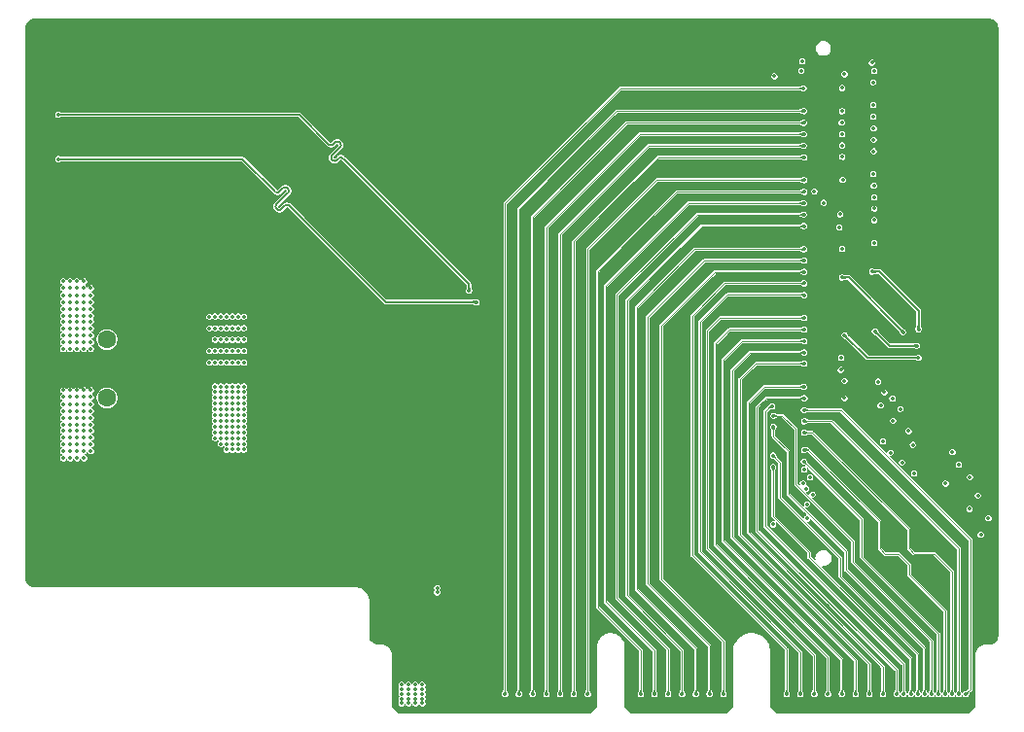
<source format=gbr>
%TF.GenerationSoftware,KiCad,Pcbnew,9.0.4*%
%TF.CreationDate,2025-08-26T10:42:32+02:00*%
%TF.ProjectId,HYDRA_VMM3_CARD_V3_Flex,48594452-415f-4564-9d4d-335f43415244,rev?*%
%TF.SameCoordinates,Original*%
%TF.FileFunction,Copper,L3,Inr*%
%TF.FilePolarity,Positive*%
%FSLAX46Y46*%
G04 Gerber Fmt 4.6, Leading zero omitted, Abs format (unit mm)*
G04 Created by KiCad (PCBNEW 9.0.4) date 2025-08-26 10:42:32*
%MOMM*%
%LPD*%
G01*
G04 APERTURE LIST*
%TA.AperFunction,ComponentPad*%
%ADD10C,2.000000*%
%TD*%
%TA.AperFunction,ComponentPad*%
%ADD11C,1.600000*%
%TD*%
%TA.AperFunction,ComponentPad*%
%ADD12R,1.600000X1.600000*%
%TD*%
%TA.AperFunction,ViaPad*%
%ADD13C,0.350000*%
%TD*%
%TA.AperFunction,Conductor*%
%ADD14C,0.200000*%
%TD*%
%TA.AperFunction,Conductor*%
%ADD15C,0.100000*%
%TD*%
G04 APERTURE END LIST*
D10*
%TO.N,GND*%
%TO.C,15*%
X134778000Y-122000000D03*
%TD*%
%TO.N,GND*%
%TO.C,*%
X193073000Y-121980000D03*
%TD*%
%TO.N,GND*%
%TO.C,*%
X193073000Y-78280000D03*
%TD*%
%TO.N,GND*%
%TO.C,*%
X129698000Y-78300000D03*
%TD*%
%TO.N,GND*%
%TO.C,*%
X190533000Y-78280000D03*
%TD*%
%TO.N,GND*%
%TO.C,11*%
X129698000Y-122000000D03*
%TD*%
%TO.N,GND*%
%TO.C,*%
X132238000Y-80840000D03*
%TD*%
%TO.N,GND*%
%TO.C,*%
X190533000Y-121980000D03*
%TD*%
%TO.N,GND*%
%TO.C,*%
X193073000Y-124520000D03*
%TD*%
%TO.N,GND*%
%TO.C,*%
X193073000Y-80820000D03*
%TD*%
%TO.N,GND*%
%TO.C,17*%
X171493000Y-124540000D03*
%TD*%
%TO.N,GND*%
%TO.C,13*%
X137318000Y-80840000D03*
%TD*%
D11*
%TO.N,P1_Out*%
%TO.C,3.3V1*%
X121980000Y-104590000D03*
%TD*%
D10*
%TO.N,GND*%
%TO.C,*%
X129698000Y-80840000D03*
%TD*%
%TO.N,GND*%
%TO.C,*%
X190533000Y-124520000D03*
%TD*%
%TO.N,GND*%
%TO.C,*%
X134778000Y-80840000D03*
%TD*%
%TO.N,GND*%
%TO.C,24*%
X137318000Y-122000000D03*
%TD*%
%TO.N,GND*%
%TO.C,9*%
X134778000Y-124540000D03*
%TD*%
%TO.N,GND*%
%TO.C,1*%
X171493000Y-80840000D03*
%TD*%
%TO.N,GND*%
%TO.C,12*%
X132238000Y-122000000D03*
%TD*%
%TO.N,GND*%
%TO.C,2*%
X174033000Y-80820000D03*
%TD*%
D12*
%TO.N,GND*%
%TO.C,GND1*%
X121980000Y-107130000D03*
%TD*%
D10*
%TO.N,GND*%
%TO.C,5*%
X174033000Y-78280000D03*
%TD*%
%TO.N,GND*%
%TO.C,20*%
X171493000Y-122000000D03*
%TD*%
%TO.N,GND*%
%TO.C,*%
X134778000Y-78300000D03*
%TD*%
%TO.N,GND*%
%TO.C,*%
X190533000Y-80820000D03*
%TD*%
D11*
%TO.N,P2_Out*%
%TO.C,1.8V1*%
X121980000Y-109670000D03*
%TD*%
D10*
%TO.N,GND*%
%TO.C,4*%
X171493000Y-78300000D03*
%TD*%
%TO.N,GND*%
%TO.C,*%
X132238000Y-78300000D03*
%TD*%
%TO.N,GND*%
%TO.C,8*%
X132238000Y-124540000D03*
%TD*%
%TO.N,GND*%
%TO.C,7*%
X129698000Y-124540000D03*
%TD*%
%TO.N,GND*%
%TO.C,23*%
X137318000Y-124540000D03*
%TD*%
%TO.N,GND*%
%TO.C,14*%
X137318000Y-78300000D03*
%TD*%
D13*
%TO.N,P2*%
X133890000Y-113670000D03*
X131890000Y-111170000D03*
X133390000Y-113670000D03*
X133890000Y-111670000D03*
X132890000Y-111170000D03*
X131390000Y-111170000D03*
X131890000Y-110170000D03*
X131890000Y-111670000D03*
X131890000Y-109670000D03*
X132890000Y-108670000D03*
X132890000Y-111670000D03*
X132390000Y-113670000D03*
X147630000Y-136260000D03*
X132390000Y-110170000D03*
X131890000Y-110670000D03*
X131890000Y-112670000D03*
X133390000Y-110170000D03*
X132890000Y-112170000D03*
X148230000Y-135460000D03*
X133390000Y-114170000D03*
X149430000Y-135460000D03*
X148230000Y-135860000D03*
X131890000Y-112170000D03*
X133890000Y-110170000D03*
X131890000Y-109170000D03*
X133390000Y-111170000D03*
X148230000Y-134660000D03*
X148830000Y-136260000D03*
X131390000Y-108670000D03*
X132390000Y-111170000D03*
X132390000Y-112670000D03*
X131390000Y-110670000D03*
X132390000Y-112170000D03*
X133890000Y-109170000D03*
X132390000Y-109170000D03*
X132890000Y-110170000D03*
X133890000Y-112670000D03*
X133890000Y-111170000D03*
X132390000Y-111670000D03*
X147630000Y-134660000D03*
X133390000Y-109670000D03*
X133890000Y-114170000D03*
X133890000Y-108670000D03*
X132390000Y-108670000D03*
X131390000Y-112170000D03*
X147630000Y-135060000D03*
X132390000Y-110670000D03*
X131390000Y-111670000D03*
X131890000Y-108670000D03*
X148230000Y-136260000D03*
X133390000Y-110670000D03*
X131390000Y-109670000D03*
X148830000Y-135860000D03*
X132890000Y-113670000D03*
X132390000Y-114170000D03*
X133890000Y-112170000D03*
X148830000Y-135460000D03*
X147630000Y-135860000D03*
X149430000Y-135860000D03*
X133390000Y-112670000D03*
X131890000Y-113670000D03*
X132390000Y-113170000D03*
X133390000Y-111670000D03*
X149430000Y-136260000D03*
X131390000Y-110170000D03*
X148230000Y-135060000D03*
X132890000Y-109670000D03*
X133390000Y-112170000D03*
X133390000Y-113170000D03*
X133890000Y-113170000D03*
X133890000Y-109670000D03*
X131390000Y-113170000D03*
X131390000Y-109170000D03*
X132890000Y-110670000D03*
X149430000Y-135060000D03*
X133890000Y-110670000D03*
X133390000Y-109170000D03*
X148830000Y-134660000D03*
X132890000Y-109170000D03*
X133390000Y-108670000D03*
X132390000Y-109670000D03*
X131390000Y-112670000D03*
X132890000Y-112670000D03*
X131890000Y-113170000D03*
X147630000Y-135460000D03*
X148830000Y-135060000D03*
X149430000Y-134660000D03*
X132890000Y-113170000D03*
X132890000Y-114170000D03*
%TO.N,P1*%
X132890000Y-103590000D03*
X132890000Y-106590000D03*
X130890000Y-103590000D03*
X133390000Y-103590000D03*
X130890000Y-106590000D03*
X131390000Y-105590000D03*
X132390000Y-103590000D03*
X131390000Y-104590000D03*
X133890000Y-104590000D03*
X131390000Y-102590000D03*
X133890000Y-102590000D03*
X131890000Y-102590000D03*
X130890000Y-105590000D03*
X132390000Y-104590000D03*
X133390000Y-104590000D03*
X132890000Y-105590000D03*
X131890000Y-105590000D03*
X133390000Y-102590000D03*
X133890000Y-103590000D03*
X131390000Y-103590000D03*
X132890000Y-102590000D03*
X133890000Y-105590000D03*
X131390000Y-106590000D03*
X131890000Y-103590000D03*
X133890000Y-106590000D03*
X150730000Y-126600000D03*
X131890000Y-104590000D03*
X133390000Y-106590000D03*
X132390000Y-102590000D03*
X132390000Y-106590000D03*
X131890000Y-106590000D03*
X132390000Y-105590000D03*
X132890000Y-104590000D03*
X130890000Y-102590000D03*
X133390000Y-105590000D03*
X150730000Y-126220000D03*
%TO.N,Ch_1*%
X188670000Y-82180000D03*
%TO.N,Ch_25*%
X188690000Y-90180000D03*
%TO.N,Ch_13*%
X188730000Y-86180000D03*
%TO.N,Ch_93*%
X190360000Y-109720000D03*
%TO.N,Ch_39*%
X185790000Y-93670000D03*
%TO.N,Ch_119*%
X194980000Y-117120000D03*
%TO.N,Ch_123*%
X197070000Y-119330000D03*
%TO.N,Ch_107*%
X190190000Y-114440000D03*
%TO.N,Ch_73*%
X186180000Y-104190000D03*
X192620000Y-106190000D03*
%TO.N,Ch_5*%
X188700000Y-84150000D03*
%TO.N,Ch_127*%
X198050000Y-121570000D03*
%TO.N,Ch_103*%
X189545190Y-113454810D03*
%TO.N,Ch_21*%
X188720000Y-88180000D03*
%TO.N,Ch_117*%
X197110000Y-116550000D03*
%TO.N,Ch_31*%
X183562763Y-91678783D03*
%TO.N,Ch_41*%
X188780000Y-94180000D03*
%TO.N,Ch_47*%
X185990000Y-96700000D03*
%TO.N,Ch_111*%
X191196174Y-115275508D03*
%TO.N,Ch_125*%
X198720000Y-120130000D03*
%TO.N,Ch_11*%
X185950000Y-85680000D03*
%TO.N,Ch_19*%
X185980000Y-87680000D03*
%TO.N,Ch_15*%
X185960000Y-86680000D03*
%TO.N,Ch_121*%
X197790000Y-118160000D03*
%TO.N,Ch_45*%
X188790000Y-96170000D03*
%TO.N,Ch_95*%
X189330000Y-110310000D03*
%TO.N,Ch_9*%
X188690000Y-85170000D03*
%TO.N,Ch_87*%
X189100000Y-108250000D03*
%TO.N,Ch_97*%
X191040000Y-110630000D03*
%TO.N,Ch_83*%
X185855788Y-107220137D03*
%TO.N,Ch_99*%
X190420000Y-111650000D03*
%TO.N,Ch_85*%
X186180000Y-108180000D03*
%TO.N,Ch_23*%
X185970000Y-88670000D03*
%TO.N,Ch_113*%
X196150000Y-115500000D03*
%TO.N,Ch_89*%
X189660000Y-109170000D03*
%TO.N,Ch_37*%
X188790000Y-93170000D03*
%TO.N,Ch_81*%
X185880000Y-106190000D03*
%TO.N,Ch_7*%
X185960000Y-84690000D03*
%TO.N,Ch_43*%
X185730000Y-94810000D03*
%TO.N,Ch_29*%
X188750000Y-91180000D03*
%TO.N,Ch_71*%
X188830000Y-103860000D03*
X192480000Y-105130000D03*
%TO.N,Ch_33*%
X188780000Y-92190000D03*
%TO.N,Ch_57*%
X188600000Y-98660000D03*
X192640000Y-103700000D03*
%TO.N,Ch_3*%
X185990000Y-82670000D03*
%TO.N,Ch_27*%
X186030000Y-90670000D03*
%TO.N,Ch_105*%
X192135000Y-113750000D03*
%TO.N,Ch_17*%
X188720000Y-87180000D03*
%TO.N,Ch_115*%
X192240000Y-116250000D03*
%TO.N,Ch_55*%
X191290000Y-103930000D03*
X185990000Y-99170000D03*
%TO.N,Ch_91*%
X186190000Y-109680000D03*
%TO.N,Ch_109*%
X195580000Y-114390000D03*
%TO.N,Ch_35*%
X184380000Y-92670000D03*
%TO.N,Ch_101*%
X191760000Y-112560000D03*
%TO.N,Ch_22*%
X162630000Y-135460000D03*
X182670000Y-88710000D03*
%TO.N,Ch_108*%
X182640000Y-115200000D03*
X194350000Y-135460000D03*
%TO.N,Ch_102*%
X182690000Y-112710000D03*
X195550000Y-135460000D03*
%TO.N,Ch_94*%
X196750000Y-135460000D03*
X182650000Y-110720000D03*
%TO.N,Ch_114*%
X182660000Y-115900000D03*
%TO.N,Ch_82*%
X188350000Y-135460000D03*
X182660000Y-106690000D03*
%TO.N,Ch_70*%
X182690000Y-103730000D03*
X184750000Y-135460000D03*
%TO.N,Ch_120*%
X182850000Y-117560000D03*
%TO.N,bit_0*%
X188565000Y-80465000D03*
%TO.N,Ch_66*%
X183550000Y-135460000D03*
X182680000Y-102720000D03*
%TO.N,Ch_50*%
X174440000Y-135460000D03*
X182660000Y-97710000D03*
%TO.N,Ch_128*%
X179960000Y-120680000D03*
%TO.N,Ch_122*%
X183410000Y-118080000D03*
%TO.N,bit_1*%
X182501000Y-80330000D03*
%TO.N,Ch_104*%
X182690000Y-114210000D03*
X194950000Y-135460000D03*
%TO.N,Ch_90*%
X190750000Y-135460000D03*
X182700000Y-109690000D03*
%TO.N,Ch_42*%
X182660000Y-94700000D03*
X172040000Y-135460000D03*
%TO.N,Ch_100*%
X179990000Y-112190000D03*
X193150000Y-135460000D03*
%TO.N,Ch_38*%
X170840000Y-135460000D03*
X182650000Y-93700000D03*
%TO.N,Ch_110*%
X179980000Y-115690000D03*
X191950000Y-135460000D03*
%TO.N,Ch_62*%
X182680000Y-100710000D03*
X182350000Y-135460000D03*
%TO.N,Ch_86*%
X189550000Y-135460000D03*
X182650000Y-108710000D03*
%TO.N,Ch_58*%
X181150000Y-135460000D03*
X182670000Y-99690000D03*
%TO.N,Ch_54*%
X182670000Y-98690000D03*
X175640000Y-135460000D03*
%TO.N,Ch_124*%
X182910000Y-118920000D03*
%TO.N,Ch_34*%
X169640000Y-135460000D03*
X182640000Y-92700000D03*
%TO.N,bit_2*%
X188770000Y-81180000D03*
%TO.N,Ch_46*%
X182660000Y-96720000D03*
X173240000Y-135460000D03*
%TO.N,Ch_106*%
X192550000Y-135460000D03*
X179970000Y-114700000D03*
%TO.N,bit_5*%
X180081000Y-81659000D03*
%TO.N,Ch_92*%
X191350000Y-135460000D03*
X179897854Y-110388397D03*
%TO.N,Ch_74*%
X185950000Y-135460000D03*
X182690000Y-104710000D03*
%TO.N,Ch_98*%
X182680000Y-111700000D03*
X196150000Y-135460000D03*
%TO.N,Ch_30*%
X168440000Y-135460000D03*
X182670000Y-91720000D03*
%TO.N,Ch_126*%
X182940000Y-120170000D03*
%TO.N,Ch_116*%
X183166844Y-116563269D03*
%TO.N,Ch_118*%
X182570000Y-117120000D03*
%TO.N,Ch_96*%
X179990000Y-111210000D03*
X193750000Y-135460000D03*
%TO.N,Ch_26*%
X163830000Y-135460000D03*
X182660000Y-90700000D03*
%TO.N,Ch_18*%
X182640000Y-87700000D03*
X161430000Y-135460000D03*
%TO.N,Ch_78*%
X182680000Y-105710000D03*
X187150000Y-135460000D03*
%TO.N,Ch_14*%
X182640000Y-86690000D03*
X160230000Y-135460000D03*
%TO.N,GND*%
X183294657Y-119153542D03*
X197558449Y-116587371D03*
X150630000Y-135860000D03*
X181298000Y-89426000D03*
X189216566Y-94289142D03*
X189196980Y-103599562D03*
X152110000Y-100938500D03*
X150630000Y-134660000D03*
X153630000Y-135060000D03*
X117860000Y-89435002D03*
X154830000Y-135860000D03*
X189236303Y-93227587D03*
X182650000Y-88200000D03*
X190940000Y-104300000D03*
X116330000Y-113200000D03*
X117900000Y-84424998D03*
X115130000Y-110300000D03*
X185814807Y-103927062D03*
X182670000Y-85180000D03*
X186254000Y-103176000D03*
X115730000Y-104300000D03*
X147590000Y-108480000D03*
X182650000Y-86200000D03*
X154230000Y-135060000D03*
X191360000Y-114830000D03*
X153918415Y-100467704D03*
X182640000Y-97200000D03*
X155430000Y-134660000D03*
X153890000Y-100080000D03*
X185977505Y-83119829D03*
X153630000Y-135460000D03*
X185870288Y-89108816D03*
X151740000Y-126560000D03*
X154830000Y-135460000D03*
X193000000Y-105130000D03*
X147736000Y-79213500D03*
X182670000Y-111210000D03*
X150000000Y-130490000D03*
X153048120Y-100244888D03*
X115130000Y-113800000D03*
X154275612Y-100924207D03*
X189137396Y-85218367D03*
X151230000Y-136260000D03*
X134390000Y-107890000D03*
X115130000Y-109700000D03*
X154230000Y-135860000D03*
X187398000Y-89426000D03*
X116330000Y-109700000D03*
X153630000Y-135860000D03*
X194985886Y-117585507D03*
X115130000Y-104900000D03*
X150030000Y-135460000D03*
X189118911Y-82211319D03*
X115130000Y-100800000D03*
X155430000Y-135460000D03*
X179723138Y-120297379D03*
X187398000Y-83426000D03*
X136780000Y-107860000D03*
X182680000Y-106200000D03*
X151230000Y-134660000D03*
X147230000Y-109290000D03*
X188803385Y-98258581D03*
X192690000Y-104200000D03*
X149320000Y-109790000D03*
X147790000Y-111680000D03*
X154230000Y-136260000D03*
X149680000Y-113300000D03*
X189200000Y-84180000D03*
X187398000Y-107426000D03*
X182650000Y-87190000D03*
X130670000Y-107860000D03*
X189181024Y-91309307D03*
X116330000Y-104900000D03*
X193100000Y-106240000D03*
X140040000Y-107860000D03*
X155430000Y-135860000D03*
X151230000Y-135460000D03*
X151690000Y-129320000D03*
X190030000Y-112980000D03*
X150030000Y-135060000D03*
X190677308Y-111280819D03*
X154830000Y-135060000D03*
X115730000Y-109700000D03*
X192520000Y-105620000D03*
X185542177Y-105892716D03*
X116330000Y-113800000D03*
X191402884Y-110363885D03*
X185368259Y-95077667D03*
X198192304Y-121143091D03*
X182660000Y-91200000D03*
X157736000Y-79213500D03*
X154230000Y-134660000D03*
X192190000Y-103800000D03*
X183261619Y-117003178D03*
X182642632Y-119832253D03*
X146157552Y-108617539D03*
X115130000Y-101400000D03*
X115730000Y-104900000D03*
X197095673Y-118880730D03*
X148345137Y-108884725D03*
X148787663Y-110780074D03*
X186225416Y-109231393D03*
X149980000Y-126560000D03*
X192540687Y-113555270D03*
X115130000Y-113200000D03*
X115130000Y-104300000D03*
X196492875Y-115208557D03*
X182650000Y-109210000D03*
X150630000Y-136260000D03*
X189239808Y-96156770D03*
X116330000Y-110900000D03*
X148590000Y-112480000D03*
X182680000Y-103210000D03*
X154830000Y-134660000D03*
X115730000Y-113200000D03*
X189466182Y-107988441D03*
X150030000Y-134660000D03*
X150030000Y-135860000D03*
X182650000Y-98200000D03*
X151230000Y-135060000D03*
X149660000Y-111240000D03*
X116330000Y-110300000D03*
X188680000Y-99520000D03*
X189230003Y-92190000D03*
X115730000Y-110300000D03*
X156736000Y-80213500D03*
X115730000Y-110900000D03*
X115730000Y-100800000D03*
X182670000Y-94190000D03*
X185955486Y-96251323D03*
X155430000Y-135060000D03*
X189129839Y-90275100D03*
X129190000Y-107860000D03*
X198233879Y-118086020D03*
X182690000Y-100200000D03*
X115130000Y-110900000D03*
X158736000Y-80213500D03*
X192750000Y-106750000D03*
X115130000Y-103700000D03*
X181812000Y-107366000D03*
X146736000Y-80213500D03*
X150630000Y-135060000D03*
X181298000Y-95426000D03*
X182966336Y-82998966D03*
X154579847Y-101361838D03*
X115730000Y-101400000D03*
X189162556Y-88261524D03*
X150000000Y-115980000D03*
X153060000Y-126620000D03*
X148736000Y-80213500D03*
X151230000Y-135860000D03*
X190757975Y-109509957D03*
X153630000Y-136260000D03*
X182640000Y-93200000D03*
X187398000Y-95426000D03*
X184163624Y-93064568D03*
X149990000Y-120710000D03*
X183380000Y-92090000D03*
X150630000Y-135460000D03*
X182690000Y-105210000D03*
X153030000Y-128000000D03*
X145680000Y-109410000D03*
X185977148Y-99619819D03*
X182670000Y-112200000D03*
X181298000Y-83426000D03*
X115730000Y-103700000D03*
X182690000Y-104220000D03*
X179910000Y-115190000D03*
X150030000Y-136260000D03*
X116330000Y-104300000D03*
X182650000Y-92210000D03*
X117869364Y-85575002D03*
X190559181Y-114697308D03*
X186180000Y-107660000D03*
X144640000Y-108150000D03*
X117840000Y-88284998D03*
X155430000Y-136260000D03*
X154230000Y-135460000D03*
X116330000Y-100200000D03*
X183296349Y-117617224D03*
X196009115Y-114254490D03*
X189161729Y-87265892D03*
X185348736Y-93581747D03*
X116330000Y-101400000D03*
X115730000Y-100200000D03*
X153630000Y-134660000D03*
X115730000Y-113800000D03*
X115730000Y-114400000D03*
X147910000Y-110300000D03*
X115130000Y-100200000D03*
X182660000Y-99200000D03*
X189756909Y-110167696D03*
X191720000Y-104170000D03*
X180223000Y-110748249D03*
X181298000Y-101426000D03*
X154068679Y-101795804D03*
X182650000Y-110220000D03*
X189175260Y-86245160D03*
X179960000Y-111690000D03*
X190056214Y-108956654D03*
X192148703Y-112333257D03*
X116330000Y-100800000D03*
X115130000Y-114400000D03*
X142130000Y-107840000D03*
X146580000Y-110150000D03*
X116330000Y-103700000D03*
X192360000Y-104670000D03*
X116330000Y-114400000D03*
X192290000Y-106540000D03*
X192655810Y-116077941D03*
X154830000Y-136260000D03*
X198787412Y-119685075D03*
X182710000Y-114690000D03*
X188410000Y-130470000D03*
X159670000Y-119400000D03*
X170240000Y-135480000D03*
X176160000Y-101920000D03*
X179270000Y-83470000D03*
X196450000Y-135980000D03*
X180590000Y-119310000D03*
X157290000Y-93050000D03*
X186560000Y-133690000D03*
X188770000Y-123010000D03*
X187270000Y-122660000D03*
X160870000Y-135620000D03*
X161891239Y-88298202D03*
X183630000Y-120860000D03*
X162050000Y-135600000D03*
X174743433Y-95776258D03*
X186580000Y-135480000D03*
X186394770Y-85748426D03*
X182367446Y-115558072D03*
X186409854Y-84678465D03*
X168550000Y-99160000D03*
X178190000Y-119910000D03*
X159650000Y-135630000D03*
X188950000Y-125370000D03*
X186427975Y-87637336D03*
X169060000Y-135490000D03*
X178190000Y-107910000D03*
X190110000Y-115450000D03*
X169610000Y-124170000D03*
X176504321Y-86194284D03*
X186290190Y-117929810D03*
X174580000Y-108210000D03*
X176020000Y-108320000D03*
X164330000Y-134420000D03*
X190240000Y-133860000D03*
X186840000Y-127810000D03*
X166740000Y-126240000D03*
X193020000Y-127430000D03*
X184710000Y-127790000D03*
X176785000Y-114130000D03*
X168540000Y-124650000D03*
X173280000Y-109300000D03*
X179610000Y-126640000D03*
X186391717Y-86806976D03*
X195020000Y-123180000D03*
X171250000Y-127370000D03*
X190030000Y-117810000D03*
X172660000Y-135470000D03*
X195000000Y-120460000D03*
X192440000Y-128850000D03*
X173280000Y-115300000D03*
X188750000Y-126420000D03*
X180660000Y-126630000D03*
X171660000Y-105290000D03*
X165045000Y-119270000D03*
X167560000Y-88340000D03*
X169670000Y-86170000D03*
X167430000Y-90200000D03*
X185380000Y-135440000D03*
X168870000Y-127780000D03*
X181670000Y-133500000D03*
X166760000Y-106180000D03*
X194670000Y-135940000D03*
X173860000Y-135490000D03*
X181780000Y-135470000D03*
X168660000Y-130060000D03*
X163216161Y-131443448D03*
X172940000Y-85230000D03*
X175270000Y-120240000D03*
X167670000Y-108280000D03*
X180460000Y-132380000D03*
X169640000Y-83560000D03*
X189570000Y-119730000D03*
X178940000Y-101590000D03*
X171020000Y-99710000D03*
X171340000Y-112310000D03*
X184150000Y-133520000D03*
X165527358Y-96508056D03*
X191480000Y-129090000D03*
X176020000Y-88230000D03*
X187710000Y-135490000D03*
X157230000Y-107190000D03*
X176020000Y-120320000D03*
X159680000Y-131440000D03*
X162030000Y-120200000D03*
X162030000Y-109540000D03*
X177460000Y-113920000D03*
X160820000Y-109950000D03*
X180250000Y-128240000D03*
X173930000Y-121040000D03*
X168180000Y-97900000D03*
X173280000Y-121300000D03*
X175270000Y-114240000D03*
X196600000Y-134730000D03*
X195870000Y-135990000D03*
X175270000Y-108240000D03*
X177320000Y-127240000D03*
X163270000Y-135580000D03*
X191700000Y-135920000D03*
X162057481Y-131458694D03*
X174580000Y-114210000D03*
X180690000Y-85200000D03*
X171470000Y-135500000D03*
X193450000Y-135970000D03*
X176785000Y-108130000D03*
X172580000Y-133610000D03*
X168550000Y-118810000D03*
X164570000Y-87340000D03*
X188930000Y-135500000D03*
X188870000Y-133820000D03*
X158390000Y-108510000D03*
X187730000Y-133690000D03*
X167080000Y-97310000D03*
X161980000Y-98090000D03*
X173930000Y-115040000D03*
X184160000Y-135460000D03*
X170625611Y-128272325D03*
X185920000Y-115920000D03*
X157230000Y-135580000D03*
X192880000Y-135920000D03*
X186340000Y-130350000D03*
X160910000Y-119900000D03*
X183000000Y-135500000D03*
X169520000Y-99570000D03*
X197290000Y-135640000D03*
X178915190Y-127894810D03*
X178190000Y-113910000D03*
X162690000Y-93330000D03*
X158400000Y-131430000D03*
X173800000Y-133590000D03*
X167430000Y-92160000D03*
X160690000Y-131380000D03*
X165820000Y-88140000D03*
X182325570Y-126334430D03*
X178040000Y-94130000D03*
X159060000Y-92990000D03*
X168600000Y-104510000D03*
X158480000Y-135580000D03*
X179630000Y-118950000D03*
X168480000Y-110270000D03*
X182010190Y-125099810D03*
X175080000Y-135520000D03*
X178750000Y-97170000D03*
X170080000Y-92050000D03*
X158346595Y-118805012D03*
X184390000Y-120360000D03*
X195280000Y-135970000D03*
X184530000Y-129460000D03*
X194070000Y-135970000D03*
X174580000Y-120210000D03*
X183010000Y-133450000D03*
X165930000Y-121450000D03*
X192310000Y-135920000D03*
X177670000Y-98130000D03*
X163170000Y-120470000D03*
X167720000Y-118130000D03*
X185520000Y-113370000D03*
X164290000Y-120590000D03*
X159580000Y-108170000D03*
X166790000Y-117990000D03*
X177690000Y-92230000D03*
X172240000Y-131080000D03*
X190170000Y-135530000D03*
X178940000Y-107590000D03*
X178940000Y-119590000D03*
X176020000Y-114320000D03*
X169600000Y-119830000D03*
X176785000Y-120130000D03*
X172780000Y-100080000D03*
X173930000Y-109040000D03*
X183330000Y-122240000D03*
X181145190Y-126074810D03*
X169600000Y-112240000D03*
X183940000Y-129880000D03*
X161300000Y-92460000D03*
X167759404Y-132434424D03*
X185410000Y-133600000D03*
X178940000Y-113590000D03*
X182030000Y-120940000D03*
X172936808Y-87223374D03*
X165778913Y-107370675D03*
X157090000Y-118670000D03*
X173280000Y-103300000D03*
X164450000Y-129170000D03*
X187700000Y-126520000D03*
X191080000Y-135910000D03*
X166630000Y-129220000D03*
X174150000Y-89560000D03*
X185967701Y-120464978D03*
X157130000Y-130990000D03*
X163240000Y-99550000D03*
X189490000Y-129430000D03*
X177400000Y-99210000D03*
X177460000Y-119920000D03*
X179934622Y-87177637D03*
%TO.N,Ch_2*%
X156630000Y-135460000D03*
X182630000Y-82700000D03*
%TO.N,Ch_10*%
X182640000Y-85720000D03*
X159030000Y-135460000D03*
%TO.N,Ch_6*%
X157830000Y-135460000D03*
X182640000Y-84690000D03*
%TO.N,bit_4*%
X186180000Y-81470000D03*
%TO.N,bit_3*%
X182410000Y-81170000D03*
%TO.N,TX*%
X154130000Y-101350000D03*
X117735000Y-88860000D03*
%TO.N,RX*%
X153490000Y-100330000D03*
X117725000Y-85000000D03*
%TO.N,P2_Out*%
X118173500Y-109598500D03*
X119373500Y-111998500D03*
X119973500Y-111998500D03*
X118773500Y-111998500D03*
X118773500Y-109598500D03*
X120573500Y-109598500D03*
X119973500Y-111398500D03*
X119373500Y-110798500D03*
X119373500Y-108998500D03*
X118173500Y-112513500D03*
X120573500Y-108998500D03*
X118173500Y-111398500D03*
X118773500Y-113113500D03*
X118773500Y-110798500D03*
X120573500Y-112513500D03*
X118773500Y-108998500D03*
X120573500Y-113113500D03*
X120573500Y-111398500D03*
X119973500Y-110198500D03*
X119373500Y-110198500D03*
X118773500Y-111398500D03*
X120573500Y-110198500D03*
X119373500Y-114313500D03*
X119373500Y-109598500D03*
X120573500Y-114313500D03*
X118773500Y-114313500D03*
X118173500Y-111998500D03*
X118773500Y-110198500D03*
X118773500Y-112513500D03*
X119373500Y-114913500D03*
X118773500Y-113713500D03*
X119373500Y-111398500D03*
X118773500Y-114913500D03*
X120573500Y-110798500D03*
X119973500Y-108998500D03*
X118173500Y-110798500D03*
X118173500Y-113113500D03*
X119973500Y-109598500D03*
X119973500Y-113713500D03*
X118173500Y-114913500D03*
X120573500Y-113713500D03*
X119973500Y-113113500D03*
X120573500Y-111998500D03*
X119973500Y-112513500D03*
X119373500Y-113713500D03*
X119373500Y-112513500D03*
X118173500Y-108998500D03*
X118173500Y-110198500D03*
X119973500Y-114313500D03*
X119373500Y-113113500D03*
X119973500Y-110798500D03*
X118173500Y-114313500D03*
X118173500Y-113713500D03*
X119973500Y-114913500D03*
%TO.N,P1_Out*%
X120573500Y-103013500D03*
X119373500Y-100113500D03*
X118173500Y-100113500D03*
X119973500Y-101313500D03*
X119973500Y-105413500D03*
X118173500Y-104213500D03*
X118173500Y-101313500D03*
X120573500Y-100113500D03*
X119373500Y-104213500D03*
X118173500Y-104813500D03*
X118773500Y-100113500D03*
X119973500Y-99513500D03*
X120573500Y-100713500D03*
X118773500Y-102513500D03*
X118773500Y-104213500D03*
X119373500Y-105413500D03*
X118173500Y-102513500D03*
X119373500Y-102513500D03*
X119973500Y-104213500D03*
X118773500Y-101313500D03*
X118773500Y-104813500D03*
X119373500Y-101913500D03*
X118773500Y-103613500D03*
X118773500Y-99513500D03*
X120573500Y-101913500D03*
X120573500Y-104213500D03*
X119373500Y-99513500D03*
X119973500Y-103013500D03*
X119373500Y-103013500D03*
X118173500Y-105413500D03*
X118773500Y-100713500D03*
X119373500Y-103613500D03*
X119373500Y-104813500D03*
X119973500Y-103613500D03*
X119973500Y-102513500D03*
X120573500Y-104813500D03*
X118773500Y-101913500D03*
X118173500Y-101913500D03*
X120573500Y-101313500D03*
X119973500Y-104813500D03*
X118173500Y-103013500D03*
X120573500Y-102513500D03*
X119973500Y-101913500D03*
X118173500Y-99513500D03*
X118173500Y-100713500D03*
X119373500Y-100713500D03*
X120573500Y-105413500D03*
X120573500Y-103613500D03*
X119373500Y-101313500D03*
X119973500Y-100713500D03*
X118773500Y-105413500D03*
X118173500Y-103613500D03*
X118773500Y-103013500D03*
X119973500Y-100113500D03*
%TD*%
D14*
%TO.N,Ch_73*%
X188165000Y-106165000D02*
X186190000Y-104190000D01*
X186190000Y-104190000D02*
X186180000Y-104190000D01*
X192595000Y-106165000D02*
X188165000Y-106165000D01*
X192620000Y-106190000D02*
X192595000Y-106165000D01*
%TO.N,Ch_71*%
X190100000Y-105130000D02*
X192480000Y-105130000D01*
X188830000Y-103860000D02*
X190100000Y-105130000D01*
%TO.N,Ch_57*%
X188600000Y-98660000D02*
X189220000Y-98660000D01*
X189220000Y-98660000D02*
X192640000Y-102080000D01*
X192640000Y-102080000D02*
X192640000Y-103700000D01*
%TO.N,Ch_55*%
X191290000Y-103930000D02*
X186530000Y-99170000D01*
X186530000Y-99170000D02*
X185990000Y-99170000D01*
D15*
%TO.N,Ch_22*%
X162630000Y-96030000D02*
X169950000Y-88710000D01*
X169950000Y-88710000D02*
X182670000Y-88710000D01*
X162630000Y-135460000D02*
X162630000Y-96030000D01*
%TO.N,Ch_108*%
X194350000Y-130200000D02*
X187690000Y-123540000D01*
X187690000Y-120250000D02*
X182640000Y-115200000D01*
X187690000Y-123540000D02*
X187690000Y-120250000D01*
X194350000Y-135460000D02*
X194350000Y-130200000D01*
%TO.N,Ch_102*%
X195550000Y-135460000D02*
X195550000Y-124790000D01*
X183390000Y-112710000D02*
X182690000Y-112710000D01*
X191790000Y-122790000D02*
X191790000Y-121110000D01*
X194000000Y-123240000D02*
X192240000Y-123240000D01*
X195550000Y-124790000D02*
X194000000Y-123240000D01*
X191790000Y-121110000D02*
X183390000Y-112710000D01*
X192240000Y-123240000D02*
X191790000Y-122790000D01*
%TO.N,Ch_94*%
X196750000Y-135460000D02*
X197170000Y-135040000D01*
X197170000Y-135040000D02*
X197170000Y-122000000D01*
X185890000Y-110720000D02*
X182650000Y-110720000D01*
X197170000Y-122000000D02*
X185890000Y-110720000D01*
%TO.N,Ch_82*%
X177110000Y-108020000D02*
X178440000Y-106690000D01*
X188350000Y-132820000D02*
X177110000Y-121580000D01*
X188350000Y-135460000D02*
X188350000Y-132820000D01*
X177110000Y-121580000D02*
X177110000Y-108020000D01*
X178440000Y-106690000D02*
X182660000Y-106690000D01*
%TO.N,Ch_70*%
X174940000Y-122450000D02*
X174940000Y-104940000D01*
X184750000Y-135460000D02*
X184750000Y-132260000D01*
X174940000Y-104940000D02*
X176150000Y-103730000D01*
X176150000Y-103730000D02*
X182690000Y-103730000D01*
X184750000Y-132260000D02*
X174940000Y-122450000D01*
%TO.N,Ch_66*%
X174250000Y-122770000D02*
X174250000Y-103810000D01*
X183550000Y-132070000D02*
X174250000Y-122770000D01*
X175340000Y-102720000D02*
X182680000Y-102720000D01*
X183550000Y-135460000D02*
X183550000Y-132070000D01*
X174250000Y-103810000D02*
X175340000Y-102720000D01*
%TO.N,Ch_50*%
X169030000Y-125840000D02*
X169030000Y-102650000D01*
X174440000Y-131250000D02*
X169030000Y-125840000D01*
X173970000Y-97710000D02*
X182660000Y-97710000D01*
X169030000Y-102650000D02*
X173970000Y-97710000D01*
X174440000Y-135460000D02*
X174440000Y-131250000D01*
%TO.N,Ch_104*%
X191820000Y-124170000D02*
X190920000Y-123270000D01*
X189250000Y-122780000D02*
X189250000Y-120430000D01*
X190920000Y-123270000D02*
X189740000Y-123270000D01*
X189740000Y-123270000D02*
X189250000Y-122780000D01*
X194950000Y-135460000D02*
X194950000Y-128190000D01*
X183030000Y-114210000D02*
X182690000Y-114210000D01*
X194950000Y-128190000D02*
X191820000Y-125060000D01*
X189250000Y-120430000D02*
X183030000Y-114210000D01*
X191820000Y-125060000D02*
X191820000Y-124170000D01*
%TO.N,Ch_90*%
X178570000Y-121200000D02*
X178570000Y-110460000D01*
X178570000Y-110460000D02*
X179340000Y-109690000D01*
X190750000Y-133380000D02*
X178570000Y-121200000D01*
X179340000Y-109690000D02*
X182700000Y-109690000D01*
X190750000Y-135460000D02*
X190750000Y-133380000D01*
%TO.N,Ch_42*%
X172040000Y-135460000D02*
X172040000Y-131650000D01*
X167260000Y-126870000D02*
X167260000Y-101200000D01*
X172040000Y-131650000D02*
X167260000Y-126870000D01*
X173760000Y-94700000D02*
X182660000Y-94700000D01*
X167260000Y-101200000D02*
X173760000Y-94700000D01*
%TO.N,Ch_100*%
X179990000Y-113010000D02*
X179990000Y-112190000D01*
X186300000Y-124630000D02*
X186300000Y-123030000D01*
X193150000Y-135460000D02*
X193150000Y-131480000D01*
X181280000Y-118010000D02*
X181280000Y-114300000D01*
X186300000Y-123030000D02*
X181280000Y-118010000D01*
X181280000Y-114300000D02*
X179990000Y-113010000D01*
X193150000Y-131480000D02*
X186300000Y-124630000D01*
%TO.N,Ch_38*%
X170840000Y-131580000D02*
X166360000Y-127100000D01*
X170840000Y-135460000D02*
X170840000Y-131580000D01*
X173340000Y-93700000D02*
X182650000Y-93700000D01*
X166360000Y-127100000D02*
X166360000Y-100680000D01*
X166360000Y-100680000D02*
X173340000Y-93700000D01*
%TO.N,Ch_110*%
X179980000Y-119990000D02*
X179980000Y-115690000D01*
X191950000Y-135460000D02*
X191950000Y-132349620D01*
X191950000Y-132349620D02*
X183090000Y-123489620D01*
X183090000Y-123100000D02*
X179980000Y-119990000D01*
X183090000Y-123489620D02*
X183090000Y-123100000D01*
%TO.N,Ch_62*%
X173610000Y-103050000D02*
X175980000Y-100680000D01*
X175980000Y-100680000D02*
X182650000Y-100680000D01*
X182650000Y-100680000D02*
X182680000Y-100710000D01*
X173610000Y-123060000D02*
X173610000Y-103050000D01*
X182350000Y-131800000D02*
X173610000Y-123060000D01*
X182350000Y-135460000D02*
X182350000Y-131800000D01*
%TO.N,Ch_86*%
X189550000Y-133099240D02*
X177810000Y-121359240D01*
X177810000Y-121359240D02*
X177810000Y-110070000D01*
X179170000Y-108710000D02*
X182650000Y-108710000D01*
X177810000Y-110070000D02*
X179170000Y-108710000D01*
X189550000Y-135460000D02*
X189550000Y-133099240D01*
%TO.N,Ch_58*%
X175730000Y-99690000D02*
X182670000Y-99690000D01*
X181150000Y-135460000D02*
X181150000Y-131560000D01*
X181150000Y-131560000D02*
X172930000Y-123340000D01*
X172930000Y-123340000D02*
X172930000Y-102490000D01*
X172930000Y-102490000D02*
X175730000Y-99690000D01*
%TO.N,Ch_54*%
X175640000Y-135460000D02*
X175640000Y-130860000D01*
X174920000Y-98690000D02*
X182670000Y-98690000D01*
X170220000Y-103390000D02*
X174920000Y-98690000D01*
X170220000Y-125440000D02*
X170220000Y-103390000D01*
X175640000Y-130860000D02*
X170220000Y-125440000D01*
%TO.N,Ch_34*%
X169640000Y-135460000D02*
X169640000Y-131660000D01*
X165370000Y-99900000D02*
X172570000Y-92700000D01*
X165370000Y-127390000D02*
X165370000Y-99900000D01*
X169640000Y-131660000D02*
X165370000Y-127390000D01*
X172570000Y-92700000D02*
X182640000Y-92700000D01*
%TO.N,Ch_46*%
X173240000Y-131510000D02*
X168080000Y-126350000D01*
X173150000Y-96720000D02*
X182660000Y-96720000D01*
X173240000Y-135460000D02*
X173240000Y-131510000D01*
X168080000Y-101790000D02*
X173150000Y-96720000D01*
X168080000Y-126350000D02*
X168080000Y-101790000D01*
%TO.N,Ch_106*%
X185820000Y-123610000D02*
X180580000Y-118370000D01*
X192550000Y-135460000D02*
X192550000Y-131960000D01*
X180580000Y-115310000D02*
X179970000Y-114700000D01*
X192550000Y-131960000D02*
X185820000Y-125230000D01*
X180580000Y-118370000D02*
X180580000Y-115310000D01*
X185820000Y-125230000D02*
X185820000Y-123610000D01*
%TO.N,Ch_92*%
X191350000Y-132860000D02*
X179290000Y-120800000D01*
X179290000Y-110836610D02*
X179738213Y-110388397D01*
X179290000Y-120800000D02*
X179290000Y-110836610D01*
X179738213Y-110388397D02*
X179897854Y-110388397D01*
X191350000Y-135460000D02*
X191350000Y-132860000D01*
%TO.N,Ch_74*%
X175620000Y-122120000D02*
X175620000Y-106320000D01*
X185950000Y-135460000D02*
X185950000Y-132450000D01*
X185950000Y-132450000D02*
X175620000Y-122120000D01*
X177230000Y-104710000D02*
X182690000Y-104710000D01*
X175620000Y-106320000D02*
X177230000Y-104710000D01*
%TO.N,Ch_98*%
X196150000Y-135460000D02*
X196150000Y-122800000D01*
X185050000Y-111700000D02*
X182680000Y-111700000D01*
X196150000Y-122800000D02*
X185050000Y-111700000D01*
%TO.N,Ch_30*%
X164690000Y-98600000D02*
X171570000Y-91720000D01*
X168440000Y-131640000D02*
X164690000Y-127890000D01*
X168440000Y-135460000D02*
X168440000Y-131640000D01*
X171570000Y-91720000D02*
X182670000Y-91720000D01*
X164690000Y-127890000D02*
X164690000Y-98600000D01*
%TO.N,Ch_96*%
X193750000Y-130810000D02*
X186930000Y-123990000D01*
X186930000Y-123990000D02*
X186930000Y-122180000D01*
X181940000Y-112380000D02*
X180770000Y-111210000D01*
X180770000Y-111210000D02*
X179990000Y-111210000D01*
X193750000Y-135460000D02*
X193750000Y-130810000D01*
X181940000Y-117190000D02*
X181940000Y-112380000D01*
X186930000Y-122180000D02*
X181940000Y-117190000D01*
%TO.N,Ch_26*%
X163830000Y-96710000D02*
X169840000Y-90700000D01*
X169840000Y-90700000D02*
X182660000Y-90700000D01*
X163830000Y-135460000D02*
X163830000Y-96710000D01*
%TO.N,Ch_18*%
X161430000Y-95380000D02*
X169110000Y-87700000D01*
X169110000Y-87700000D02*
X182640000Y-87700000D01*
X161430000Y-135460000D02*
X161430000Y-95380000D01*
%TO.N,Ch_78*%
X176400000Y-121790000D02*
X176400000Y-107230000D01*
X177920000Y-105710000D02*
X182680000Y-105710000D01*
X176400000Y-107230000D02*
X177920000Y-105710000D01*
X187150000Y-132540000D02*
X176400000Y-121790000D01*
X187150000Y-135460000D02*
X187150000Y-132540000D01*
%TO.N,Ch_14*%
X160230000Y-135460000D02*
X160230000Y-94800000D01*
X160230000Y-94800000D02*
X168340000Y-86690000D01*
X168340000Y-86690000D02*
X182640000Y-86690000D01*
%TO.N,Ch_2*%
X166670000Y-82700000D02*
X182630000Y-82700000D01*
X156630000Y-135460000D02*
X156630000Y-92740000D01*
X156630000Y-92740000D02*
X166670000Y-82700000D01*
%TO.N,Ch_10*%
X159030000Y-135460000D02*
X159030000Y-93870000D01*
X159030000Y-93870000D02*
X167180000Y-85720000D01*
X167180000Y-85720000D02*
X182640000Y-85720000D01*
%TO.N,Ch_6*%
X157830000Y-135460000D02*
X157830000Y-93200000D01*
X157830000Y-93200000D02*
X166340000Y-84690000D01*
X166340000Y-84690000D02*
X182640000Y-84690000D01*
D14*
%TO.N,TX*%
X136727806Y-93170262D02*
X136812658Y-93255114D01*
X154093500Y-101313500D02*
X154130000Y-101350000D01*
X139066667Y-94146667D02*
X146233500Y-101313500D01*
X137239328Y-92319330D02*
X137239329Y-92319329D01*
X146233500Y-101313500D02*
X154093500Y-101313500D01*
X137918150Y-92998150D02*
X139066667Y-94146667D01*
X137666018Y-91383527D02*
X137750870Y-91468379D01*
X133780000Y-88860000D02*
X136645361Y-91725361D01*
X117735000Y-88860000D02*
X133780000Y-88860000D01*
X137833298Y-92913297D02*
X137918150Y-92998150D01*
X137239329Y-92319329D02*
X137069623Y-92489034D01*
X136984773Y-91725362D02*
X137326606Y-91383526D01*
X137750870Y-91807791D02*
X137409034Y-92149624D01*
X137152070Y-93255114D02*
X137493886Y-92913297D01*
X137069623Y-92489034D02*
X136727806Y-92830851D01*
X137409034Y-92149624D02*
X137239328Y-92319330D01*
X136727806Y-92830851D02*
G75*
G03*
X136727762Y-93170305I169694J-169749D01*
G01*
X137750870Y-91468379D02*
G75*
G02*
X137750885Y-91807806I-169670J-169721D01*
G01*
X137326606Y-91383526D02*
G75*
G02*
X137666006Y-91383538I169694J-169674D01*
G01*
X136645361Y-91725361D02*
G75*
G03*
X136984806Y-91725395I169739J169661D01*
G01*
X137493886Y-92913297D02*
G75*
G02*
X137833298Y-92913297I169706J-169704D01*
G01*
X136812658Y-93255114D02*
G75*
G03*
X137152070Y-93255114I169706J169704D01*
G01*
%TO.N,RX*%
X142187501Y-87400111D02*
X142272353Y-87484963D01*
X142587184Y-88867184D02*
X143155000Y-89435000D01*
X143155000Y-89435000D02*
X153490000Y-99770000D01*
X141544355Y-88891781D02*
X141629207Y-88976633D01*
X141908364Y-88188365D02*
X141908363Y-88188363D01*
X142078070Y-88018659D02*
X141908364Y-88188365D01*
X117725000Y-85000000D02*
X138720000Y-85000000D01*
X141738657Y-88358068D02*
X141544355Y-88552370D01*
X141653807Y-87594396D02*
X141848089Y-87400111D01*
X153490000Y-99770000D02*
X153490000Y-100330000D01*
X138720000Y-85000000D02*
X141314395Y-87594395D01*
X141968619Y-88976633D02*
X142162920Y-88782331D01*
X141908363Y-88188363D02*
X141738657Y-88358068D01*
X142502331Y-88782331D02*
X142587184Y-88867184D01*
X142272353Y-87824375D02*
X142078070Y-88018659D01*
X141314395Y-87594395D02*
G75*
G03*
X141653805Y-87594395I169705J169695D01*
G01*
X141848089Y-87400111D02*
G75*
G02*
X142187501Y-87400111I169706J-169708D01*
G01*
X141629207Y-88976633D02*
G75*
G03*
X141968619Y-88976633I169706J169704D01*
G01*
X142272353Y-87484963D02*
G75*
G02*
X142272384Y-87824406I-169653J-169737D01*
G01*
X141544355Y-88552370D02*
G75*
G03*
X141544330Y-88891805I169745J-169730D01*
G01*
X142162920Y-88782331D02*
G75*
G02*
X142502331Y-88782330I169706J-169707D01*
G01*
%TD*%
%TA.AperFunction,Conductor*%
%TO.N,GND*%
G36*
X183286820Y-120229659D02*
G01*
X186135148Y-123077987D01*
X186149500Y-123112635D01*
X186149500Y-124659936D01*
X186158990Y-124682848D01*
X186172412Y-124715252D01*
X186172413Y-124715254D01*
X192985148Y-131527988D01*
X192999500Y-131562636D01*
X192999500Y-135089555D01*
X192999008Y-135096480D01*
X192998548Y-135099699D01*
X192993978Y-135115941D01*
X192991258Y-135150765D01*
X192991036Y-135152326D01*
X192990733Y-135152836D01*
X192989688Y-135158702D01*
X192987080Y-135167949D01*
X192981890Y-135179936D01*
X192955463Y-135223797D01*
X192954728Y-135224980D01*
X192919932Y-135279181D01*
X192919916Y-135279208D01*
X192913562Y-135290602D01*
X192912314Y-135293210D01*
X192907406Y-135305334D01*
X192907397Y-135305359D01*
X192898031Y-135333383D01*
X192873436Y-135361696D01*
X192836026Y-135364324D01*
X192807713Y-135339729D01*
X192805214Y-135333606D01*
X192805201Y-135333612D01*
X192805049Y-135333201D01*
X192804927Y-135332902D01*
X192804905Y-135332835D01*
X192804848Y-135332658D01*
X192804176Y-135330840D01*
X192800805Y-135322766D01*
X192781571Y-135281593D01*
X192777887Y-135274433D01*
X192777012Y-135272881D01*
X192772805Y-135266042D01*
X192772801Y-135266035D01*
X192745084Y-135224593D01*
X192743800Y-135222567D01*
X192738776Y-135214196D01*
X192717916Y-135179439D01*
X192712734Y-135167388D01*
X192710215Y-135158349D01*
X192708564Y-135148982D01*
X192706020Y-135116036D01*
X192702074Y-135100844D01*
X192700500Y-135088525D01*
X192700500Y-131930066D01*
X192700499Y-131930062D01*
X192677587Y-131874749D01*
X192677586Y-131874747D01*
X185984852Y-125182012D01*
X185970500Y-125147364D01*
X185970500Y-123580066D01*
X185970499Y-123580062D01*
X185947587Y-123524749D01*
X185947586Y-123524747D01*
X182951988Y-120529148D01*
X182937636Y-120494500D01*
X182951988Y-120459852D01*
X182986636Y-120445500D01*
X182994798Y-120445500D01*
X182994800Y-120445500D01*
X183096058Y-120403557D01*
X183096060Y-120403555D01*
X183096061Y-120403555D01*
X183173555Y-120326061D01*
X183173555Y-120326059D01*
X183173557Y-120326058D01*
X183206902Y-120245555D01*
X183233421Y-120219037D01*
X183270923Y-120219037D01*
X183286820Y-120229659D01*
G37*
%TD.AperFunction*%
%TA.AperFunction,Conductor*%
G36*
X198832396Y-76650736D02*
G01*
X198971417Y-76664428D01*
X198980839Y-76666302D01*
X199112205Y-76706151D01*
X199121072Y-76709824D01*
X199186123Y-76744595D01*
X199242144Y-76774539D01*
X199250130Y-76779875D01*
X199356245Y-76866961D01*
X199363038Y-76873754D01*
X199450124Y-76979869D01*
X199455460Y-76987855D01*
X199520173Y-77108923D01*
X199523849Y-77117798D01*
X199563697Y-77249161D01*
X199565571Y-77258582D01*
X199579264Y-77397603D01*
X199579500Y-77402406D01*
X199579500Y-130397593D01*
X199579264Y-130402396D01*
X199565571Y-130541417D01*
X199563697Y-130550838D01*
X199523849Y-130682201D01*
X199520173Y-130691076D01*
X199455460Y-130812144D01*
X199450124Y-130820130D01*
X199363038Y-130926245D01*
X199356245Y-130933038D01*
X199250130Y-131020124D01*
X199242144Y-131025460D01*
X199121076Y-131090173D01*
X199112201Y-131093849D01*
X198980838Y-131133697D01*
X198971417Y-131135571D01*
X198832396Y-131149264D01*
X198827593Y-131149500D01*
X198492467Y-131149500D01*
X198405990Y-131164748D01*
X198320062Y-131179899D01*
X198320061Y-131179899D01*
X198320057Y-131179900D01*
X198155556Y-131239774D01*
X198155548Y-131239778D01*
X198003945Y-131327307D01*
X198003939Y-131327312D01*
X197869838Y-131439835D01*
X197869835Y-131439838D01*
X197757312Y-131573939D01*
X197757307Y-131573945D01*
X197669778Y-131725548D01*
X197669774Y-131725556D01*
X197609900Y-131890057D01*
X197579500Y-132062467D01*
X197579500Y-136525943D01*
X197565148Y-136560591D01*
X196990591Y-137135148D01*
X196955943Y-137149500D01*
X180344057Y-137149500D01*
X180309409Y-137135148D01*
X179734851Y-136560590D01*
X179720499Y-136525942D01*
X179720499Y-131750822D01*
X179722245Y-131745250D01*
X179720499Y-131706825D01*
X179720499Y-131662672D01*
X179720498Y-131662670D01*
X179719557Y-131657938D01*
X179719889Y-131657871D01*
X179717817Y-131648584D01*
X179714706Y-131581107D01*
X179668650Y-131345271D01*
X179588449Y-131118759D01*
X179475843Y-130906487D01*
X179333274Y-130713059D01*
X179313154Y-130692826D01*
X179163843Y-130542678D01*
X178971212Y-130399030D01*
X178971210Y-130399029D01*
X178971209Y-130399028D01*
X178759569Y-130285238D01*
X178759564Y-130285236D01*
X178759560Y-130285234D01*
X178533512Y-130203775D01*
X178533506Y-130203773D01*
X178297937Y-130156402D01*
X178105949Y-130146601D01*
X178057954Y-130144151D01*
X178057953Y-130144151D01*
X177818779Y-130167286D01*
X177585600Y-130225304D01*
X177363474Y-130316948D01*
X177363470Y-130316950D01*
X177157214Y-130440234D01*
X176971307Y-130592478D01*
X176809785Y-130770378D01*
X176676145Y-130970080D01*
X176573291Y-131187253D01*
X176503458Y-131417174D01*
X176468160Y-131654845D01*
X176468159Y-131654854D01*
X176468082Y-131775016D01*
X176468082Y-131819168D01*
X176468756Y-131822991D01*
X176469500Y-131831500D01*
X176469500Y-136525943D01*
X176455148Y-136560591D01*
X175880591Y-137135148D01*
X175845943Y-137149500D01*
X167634057Y-137149500D01*
X167599409Y-137135148D01*
X167024852Y-136560591D01*
X167010500Y-136525943D01*
X167010500Y-131222163D01*
X167010500Y-131222157D01*
X166974783Y-131019596D01*
X166904434Y-130826315D01*
X166874977Y-130775294D01*
X166801594Y-130648190D01*
X166801591Y-130648186D01*
X166669379Y-130490621D01*
X166511814Y-130358409D01*
X166511813Y-130358408D01*
X166511809Y-130358405D01*
X166333691Y-130255569D01*
X166333683Y-130255565D01*
X166140408Y-130185218D01*
X166140405Y-130185217D01*
X166140404Y-130185217D01*
X165937843Y-130149500D01*
X165732157Y-130149500D01*
X165732156Y-130149500D01*
X165610952Y-130170871D01*
X165529596Y-130185217D01*
X165529595Y-130185217D01*
X165529591Y-130185218D01*
X165336316Y-130255565D01*
X165336308Y-130255569D01*
X165158190Y-130358405D01*
X165000621Y-130490621D01*
X164868405Y-130648190D01*
X164765569Y-130826308D01*
X164765565Y-130826316D01*
X164695218Y-131019591D01*
X164659500Y-131222156D01*
X164659500Y-136525943D01*
X164645148Y-136560591D01*
X164070591Y-137135148D01*
X164035943Y-137149500D01*
X147424057Y-137149500D01*
X147389409Y-137135148D01*
X146814852Y-136560591D01*
X146800500Y-136525943D01*
X146800500Y-134605198D01*
X147354500Y-134605198D01*
X147354500Y-134714801D01*
X147371874Y-134756744D01*
X147396443Y-134816058D01*
X147396444Y-134816059D01*
X147396445Y-134816061D01*
X147405736Y-134825352D01*
X147420088Y-134860000D01*
X147405736Y-134894648D01*
X147396444Y-134903940D01*
X147354500Y-135005198D01*
X147354500Y-135114801D01*
X147364542Y-135139044D01*
X147396443Y-135216058D01*
X147396444Y-135216059D01*
X147396445Y-135216061D01*
X147405736Y-135225352D01*
X147420088Y-135260000D01*
X147405736Y-135294648D01*
X147396444Y-135303940D01*
X147396443Y-135303941D01*
X147396443Y-135303942D01*
X147395863Y-135305342D01*
X147354500Y-135405198D01*
X147354500Y-135514801D01*
X147365064Y-135540303D01*
X147396443Y-135616058D01*
X147396444Y-135616059D01*
X147396445Y-135616061D01*
X147405736Y-135625352D01*
X147420088Y-135660000D01*
X147405736Y-135694648D01*
X147396444Y-135703940D01*
X147354500Y-135805198D01*
X147354500Y-135914801D01*
X147371874Y-135956744D01*
X147396443Y-136016058D01*
X147396444Y-136016059D01*
X147396445Y-136016061D01*
X147405736Y-136025352D01*
X147420088Y-136060000D01*
X147405736Y-136094648D01*
X147396444Y-136103940D01*
X147354500Y-136205198D01*
X147354500Y-136314801D01*
X147371874Y-136356744D01*
X147396443Y-136416058D01*
X147396444Y-136416059D01*
X147396445Y-136416061D01*
X147473939Y-136493555D01*
X147473940Y-136493555D01*
X147473942Y-136493557D01*
X147575200Y-136535500D01*
X147575202Y-136535500D01*
X147684798Y-136535500D01*
X147684800Y-136535500D01*
X147786058Y-136493557D01*
X147786060Y-136493555D01*
X147786061Y-136493555D01*
X147863555Y-136416061D01*
X147863555Y-136416060D01*
X147863557Y-136416058D01*
X147884730Y-136364941D01*
X147911249Y-136338424D01*
X147948752Y-136338424D01*
X147975269Y-136364941D01*
X147996443Y-136416058D01*
X147996444Y-136416059D01*
X147996445Y-136416061D01*
X148073939Y-136493555D01*
X148073940Y-136493555D01*
X148073942Y-136493557D01*
X148175200Y-136535500D01*
X148175202Y-136535500D01*
X148284798Y-136535500D01*
X148284800Y-136535500D01*
X148386058Y-136493557D01*
X148386060Y-136493555D01*
X148386061Y-136493555D01*
X148463555Y-136416061D01*
X148463555Y-136416060D01*
X148463557Y-136416058D01*
X148484730Y-136364941D01*
X148511249Y-136338424D01*
X148548752Y-136338424D01*
X148575269Y-136364941D01*
X148596443Y-136416058D01*
X148596444Y-136416059D01*
X148596445Y-136416061D01*
X148673939Y-136493555D01*
X148673940Y-136493555D01*
X148673942Y-136493557D01*
X148775200Y-136535500D01*
X148775202Y-136535500D01*
X148884798Y-136535500D01*
X148884800Y-136535500D01*
X148986058Y-136493557D01*
X148986060Y-136493555D01*
X148986061Y-136493555D01*
X149063555Y-136416061D01*
X149063555Y-136416060D01*
X149063557Y-136416058D01*
X149084730Y-136364941D01*
X149111249Y-136338424D01*
X149148752Y-136338424D01*
X149175269Y-136364941D01*
X149196443Y-136416058D01*
X149196444Y-136416059D01*
X149196445Y-136416061D01*
X149273939Y-136493555D01*
X149273940Y-136493555D01*
X149273942Y-136493557D01*
X149375200Y-136535500D01*
X149375202Y-136535500D01*
X149484798Y-136535500D01*
X149484800Y-136535500D01*
X149586058Y-136493557D01*
X149586060Y-136493555D01*
X149586061Y-136493555D01*
X149663555Y-136416061D01*
X149663555Y-136416060D01*
X149663557Y-136416058D01*
X149705500Y-136314800D01*
X149705500Y-136205200D01*
X149663557Y-136103942D01*
X149654263Y-136094648D01*
X149639911Y-136060002D01*
X149654260Y-136025354D01*
X149663557Y-136016058D01*
X149705500Y-135914800D01*
X149705500Y-135805200D01*
X149663557Y-135703942D01*
X149654263Y-135694648D01*
X149639911Y-135660002D01*
X149654260Y-135625354D01*
X149663557Y-135616058D01*
X149705500Y-135514800D01*
X149705500Y-135405200D01*
X156354500Y-135405200D01*
X156354500Y-135407861D01*
X156354500Y-135514801D01*
X156365064Y-135540303D01*
X156396443Y-135616058D01*
X156396444Y-135616059D01*
X156396445Y-135616061D01*
X156473939Y-135693555D01*
X156473940Y-135693555D01*
X156473942Y-135693557D01*
X156575200Y-135735500D01*
X156575202Y-135735500D01*
X156684798Y-135735500D01*
X156684800Y-135735500D01*
X156786058Y-135693557D01*
X156786060Y-135693555D01*
X156786061Y-135693555D01*
X156863555Y-135616061D01*
X156863555Y-135616060D01*
X156863557Y-135616058D01*
X156905500Y-135514800D01*
X156905500Y-135405200D01*
X157554500Y-135405200D01*
X157554500Y-135514801D01*
X157565064Y-135540303D01*
X157596443Y-135616058D01*
X157596444Y-135616059D01*
X157596445Y-135616061D01*
X157673939Y-135693555D01*
X157673940Y-135693555D01*
X157673942Y-135693557D01*
X157775200Y-135735500D01*
X157775202Y-135735500D01*
X157884798Y-135735500D01*
X157884800Y-135735500D01*
X157986058Y-135693557D01*
X157986060Y-135693555D01*
X157986061Y-135693555D01*
X158063555Y-135616061D01*
X158063555Y-135616060D01*
X158063557Y-135616058D01*
X158105500Y-135514800D01*
X158105500Y-135405200D01*
X158754500Y-135405200D01*
X158754500Y-135514801D01*
X158765064Y-135540303D01*
X158796443Y-135616058D01*
X158796444Y-135616059D01*
X158796445Y-135616061D01*
X158873939Y-135693555D01*
X158873940Y-135693555D01*
X158873942Y-135693557D01*
X158975200Y-135735500D01*
X158975202Y-135735500D01*
X159084798Y-135735500D01*
X159084800Y-135735500D01*
X159186058Y-135693557D01*
X159186060Y-135693555D01*
X159186061Y-135693555D01*
X159263555Y-135616061D01*
X159263555Y-135616060D01*
X159263557Y-135616058D01*
X159305500Y-135514800D01*
X159305500Y-135405200D01*
X159954500Y-135405200D01*
X159954500Y-135514801D01*
X159965064Y-135540303D01*
X159996443Y-135616058D01*
X159996444Y-135616059D01*
X159996445Y-135616061D01*
X160073939Y-135693555D01*
X160073940Y-135693555D01*
X160073942Y-135693557D01*
X160175200Y-135735500D01*
X160175202Y-135735500D01*
X160284798Y-135735500D01*
X160284800Y-135735500D01*
X160386058Y-135693557D01*
X160386060Y-135693555D01*
X160386061Y-135693555D01*
X160463555Y-135616061D01*
X160463555Y-135616060D01*
X160463557Y-135616058D01*
X160505500Y-135514800D01*
X160505500Y-135405200D01*
X161154500Y-135405200D01*
X161154500Y-135514801D01*
X161165064Y-135540303D01*
X161196443Y-135616058D01*
X161196444Y-135616059D01*
X161196445Y-135616061D01*
X161273939Y-135693555D01*
X161273940Y-135693555D01*
X161273942Y-135693557D01*
X161375200Y-135735500D01*
X161375202Y-135735500D01*
X161484798Y-135735500D01*
X161484800Y-135735500D01*
X161586058Y-135693557D01*
X161586060Y-135693555D01*
X161586061Y-135693555D01*
X161663555Y-135616061D01*
X161663555Y-135616060D01*
X161663557Y-135616058D01*
X161705500Y-135514800D01*
X161705500Y-135405200D01*
X162354500Y-135405200D01*
X162354500Y-135514801D01*
X162365064Y-135540303D01*
X162396443Y-135616058D01*
X162396444Y-135616059D01*
X162396445Y-135616061D01*
X162473939Y-135693555D01*
X162473940Y-135693555D01*
X162473942Y-135693557D01*
X162575200Y-135735500D01*
X162575202Y-135735500D01*
X162684798Y-135735500D01*
X162684800Y-135735500D01*
X162786058Y-135693557D01*
X162786060Y-135693555D01*
X162786061Y-135693555D01*
X162863555Y-135616061D01*
X162863555Y-135616060D01*
X162863557Y-135616058D01*
X162905500Y-135514800D01*
X162905500Y-135405200D01*
X163554500Y-135405200D01*
X163554500Y-135407861D01*
X163554500Y-135514801D01*
X163565064Y-135540303D01*
X163596443Y-135616058D01*
X163596444Y-135616059D01*
X163596445Y-135616061D01*
X163673939Y-135693555D01*
X163673940Y-135693555D01*
X163673942Y-135693557D01*
X163775200Y-135735500D01*
X163775202Y-135735500D01*
X163884798Y-135735500D01*
X163884800Y-135735500D01*
X163986058Y-135693557D01*
X163986060Y-135693555D01*
X163986061Y-135693555D01*
X164063555Y-135616061D01*
X164063555Y-135616060D01*
X164063557Y-135616058D01*
X164105500Y-135514800D01*
X164105500Y-135405200D01*
X164103495Y-135400360D01*
X164100519Y-135387856D01*
X164100336Y-135387889D01*
X164099921Y-135385519D01*
X164099921Y-135385516D01*
X164087536Y-135340974D01*
X164086957Y-135339184D01*
X164084852Y-135332669D01*
X164084177Y-135330843D01*
X164082615Y-135327102D01*
X164080805Y-135322766D01*
X164061571Y-135281593D01*
X164057887Y-135274433D01*
X164057012Y-135272881D01*
X164052805Y-135266042D01*
X164052801Y-135266035D01*
X164025084Y-135224593D01*
X164023800Y-135222567D01*
X164018776Y-135214196D01*
X163997916Y-135179439D01*
X163992734Y-135167388D01*
X163990215Y-135158349D01*
X163988564Y-135148982D01*
X163986020Y-135116036D01*
X163982074Y-135100844D01*
X163980500Y-135088525D01*
X163980500Y-98570064D01*
X164539500Y-98570064D01*
X164539500Y-98573777D01*
X164539500Y-127919936D01*
X164548990Y-127942848D01*
X164562412Y-127975252D01*
X164562413Y-127975254D01*
X168275148Y-131687988D01*
X168289500Y-131722636D01*
X168289500Y-135089555D01*
X168289008Y-135096480D01*
X168288548Y-135099699D01*
X168283978Y-135115941D01*
X168281258Y-135150765D01*
X168281036Y-135152326D01*
X168280733Y-135152836D01*
X168279688Y-135158702D01*
X168277080Y-135167949D01*
X168271890Y-135179936D01*
X168245463Y-135223797D01*
X168244728Y-135224980D01*
X168209932Y-135279181D01*
X168209916Y-135279208D01*
X168203562Y-135290602D01*
X168202314Y-135293210D01*
X168197406Y-135305334D01*
X168197393Y-135305368D01*
X168172486Y-135379896D01*
X168170797Y-135385516D01*
X168170629Y-135386076D01*
X168170360Y-135387077D01*
X168170267Y-135387428D01*
X168170255Y-135387511D01*
X168169981Y-135388495D01*
X168169552Y-135390102D01*
X168169537Y-135390098D01*
X168167067Y-135399002D01*
X168164500Y-135405200D01*
X168164500Y-135514801D01*
X168175064Y-135540303D01*
X168206443Y-135616058D01*
X168206444Y-135616059D01*
X168206445Y-135616061D01*
X168283939Y-135693555D01*
X168283940Y-135693555D01*
X168283942Y-135693557D01*
X168385200Y-135735500D01*
X168385202Y-135735500D01*
X168494798Y-135735500D01*
X168494800Y-135735500D01*
X168596058Y-135693557D01*
X168596060Y-135693555D01*
X168596061Y-135693555D01*
X168673555Y-135616061D01*
X168673555Y-135616060D01*
X168673557Y-135616058D01*
X168715500Y-135514800D01*
X168715500Y-135405200D01*
X168713495Y-135400360D01*
X168710519Y-135387856D01*
X168710336Y-135387889D01*
X168709921Y-135385519D01*
X168709921Y-135385516D01*
X168697536Y-135340974D01*
X168696957Y-135339184D01*
X168694852Y-135332669D01*
X168694177Y-135330843D01*
X168692615Y-135327102D01*
X168690805Y-135322766D01*
X168671571Y-135281593D01*
X168667887Y-135274433D01*
X168667012Y-135272881D01*
X168662805Y-135266042D01*
X168662801Y-135266035D01*
X168635084Y-135224593D01*
X168633800Y-135222567D01*
X168628776Y-135214196D01*
X168607916Y-135179439D01*
X168602734Y-135167388D01*
X168600215Y-135158349D01*
X168598564Y-135148982D01*
X168596020Y-135116036D01*
X168592074Y-135100844D01*
X168590500Y-135088525D01*
X168590500Y-131610066D01*
X168590499Y-131610062D01*
X168589639Y-131607987D01*
X168578505Y-131581107D01*
X168567588Y-131554748D01*
X164854852Y-127842012D01*
X164840500Y-127807364D01*
X164840500Y-99870064D01*
X165219500Y-99870064D01*
X165219500Y-99873993D01*
X165219500Y-127419936D01*
X165228990Y-127442848D01*
X165242412Y-127475252D01*
X165242413Y-127475254D01*
X169475148Y-131707988D01*
X169489500Y-131742636D01*
X169489500Y-135089555D01*
X169489008Y-135096480D01*
X169488548Y-135099699D01*
X169483978Y-135115941D01*
X169481258Y-135150765D01*
X169481036Y-135152326D01*
X169480733Y-135152836D01*
X169479688Y-135158702D01*
X169477080Y-135167949D01*
X169471890Y-135179936D01*
X169445463Y-135223797D01*
X169444728Y-135224980D01*
X169409932Y-135279181D01*
X169409916Y-135279208D01*
X169403562Y-135290602D01*
X169402314Y-135293210D01*
X169397406Y-135305334D01*
X169397393Y-135305368D01*
X169372486Y-135379896D01*
X169370797Y-135385516D01*
X169370629Y-135386076D01*
X169370360Y-135387077D01*
X169370267Y-135387428D01*
X169370255Y-135387511D01*
X169369981Y-135388495D01*
X169369552Y-135390102D01*
X169369537Y-135390098D01*
X169367067Y-135399002D01*
X169364500Y-135405200D01*
X169364500Y-135514801D01*
X169375064Y-135540303D01*
X169406443Y-135616058D01*
X169406444Y-135616059D01*
X169406445Y-135616061D01*
X169483939Y-135693555D01*
X169483940Y-135693555D01*
X169483942Y-135693557D01*
X169585200Y-135735500D01*
X169585202Y-135735500D01*
X169694798Y-135735500D01*
X169694800Y-135735500D01*
X169796058Y-135693557D01*
X169796060Y-135693555D01*
X169796061Y-135693555D01*
X169873555Y-135616061D01*
X169873555Y-135616060D01*
X169873557Y-135616058D01*
X169915500Y-135514800D01*
X169915500Y-135405200D01*
X169913495Y-135400360D01*
X169910519Y-135387856D01*
X169910336Y-135387889D01*
X169909921Y-135385519D01*
X169909921Y-135385516D01*
X169897536Y-135340974D01*
X169896957Y-135339184D01*
X169894852Y-135332669D01*
X169894177Y-135330843D01*
X169892615Y-135327102D01*
X169890805Y-135322766D01*
X169871571Y-135281593D01*
X169867887Y-135274433D01*
X169867012Y-135272881D01*
X169862805Y-135266042D01*
X169862801Y-135266035D01*
X169835084Y-135224593D01*
X169833800Y-135222567D01*
X169828776Y-135214196D01*
X169807916Y-135179439D01*
X169802734Y-135167388D01*
X169800215Y-135158349D01*
X169798564Y-135148982D01*
X169796020Y-135116036D01*
X169792074Y-135100844D01*
X169790500Y-135088525D01*
X169790500Y-131630066D01*
X169790499Y-131630062D01*
X169789639Y-131627987D01*
X169776080Y-131595252D01*
X169767588Y-131574748D01*
X165534852Y-127342012D01*
X165520500Y-127307364D01*
X165520500Y-100650064D01*
X166209500Y-100650064D01*
X166209500Y-100650065D01*
X166209500Y-127129937D01*
X166217603Y-127149497D01*
X166217603Y-127149499D01*
X166232409Y-127185246D01*
X166232410Y-127185248D01*
X166232412Y-127185252D01*
X166232413Y-127185253D01*
X166232414Y-127185254D01*
X170675148Y-131627987D01*
X170689500Y-131662635D01*
X170689500Y-135089555D01*
X170689008Y-135096480D01*
X170688548Y-135099699D01*
X170683978Y-135115941D01*
X170681258Y-135150765D01*
X170681036Y-135152326D01*
X170680733Y-135152836D01*
X170679688Y-135158702D01*
X170677080Y-135167949D01*
X170671890Y-135179936D01*
X170645463Y-135223797D01*
X170644728Y-135224980D01*
X170609932Y-135279181D01*
X170609916Y-135279208D01*
X170603562Y-135290602D01*
X170602314Y-135293210D01*
X170597406Y-135305334D01*
X170597393Y-135305368D01*
X170572486Y-135379896D01*
X170570797Y-135385516D01*
X170570629Y-135386076D01*
X170570360Y-135387077D01*
X170570267Y-135387428D01*
X170570255Y-135387511D01*
X170569981Y-135388495D01*
X170569552Y-135390102D01*
X170569537Y-135390098D01*
X170567067Y-135399002D01*
X170564500Y-135405200D01*
X170564500Y-135514801D01*
X170575064Y-135540303D01*
X170606443Y-135616058D01*
X170606444Y-135616059D01*
X170606445Y-135616061D01*
X170683939Y-135693555D01*
X170683940Y-135693555D01*
X170683942Y-135693557D01*
X170785200Y-135735500D01*
X170785202Y-135735500D01*
X170894798Y-135735500D01*
X170894800Y-135735500D01*
X170996058Y-135693557D01*
X170996060Y-135693555D01*
X170996061Y-135693555D01*
X171073555Y-135616061D01*
X171073555Y-135616060D01*
X171073557Y-135616058D01*
X171115500Y-135514800D01*
X171115500Y-135405200D01*
X171113495Y-135400360D01*
X171110519Y-135387856D01*
X171110336Y-135387889D01*
X171109921Y-135385519D01*
X171109921Y-135385516D01*
X171097536Y-135340974D01*
X171096957Y-135339184D01*
X171094852Y-135332669D01*
X171094177Y-135330843D01*
X171092615Y-135327102D01*
X171090805Y-135322766D01*
X171071571Y-135281593D01*
X171067887Y-135274433D01*
X171067012Y-135272881D01*
X171062805Y-135266042D01*
X171062801Y-135266035D01*
X171035084Y-135224593D01*
X171033800Y-135222567D01*
X171028776Y-135214196D01*
X171007916Y-135179439D01*
X171002734Y-135167388D01*
X171000215Y-135158349D01*
X170998564Y-135148982D01*
X170996020Y-135116036D01*
X170992074Y-135100844D01*
X170990500Y-135088525D01*
X170990500Y-131550066D01*
X170990499Y-131550062D01*
X170987300Y-131542340D01*
X170973878Y-131509936D01*
X170967588Y-131494749D01*
X166524852Y-127052012D01*
X166510500Y-127017364D01*
X166510500Y-101170065D01*
X167109500Y-101170065D01*
X167109500Y-126899937D01*
X167117801Y-126919976D01*
X167117801Y-126919977D01*
X167132409Y-126955246D01*
X167132410Y-126955248D01*
X167132412Y-126955252D01*
X167132414Y-126955254D01*
X171875148Y-131697988D01*
X171889500Y-131732636D01*
X171889500Y-135089555D01*
X171889008Y-135096480D01*
X171888548Y-135099699D01*
X171883978Y-135115941D01*
X171881258Y-135150765D01*
X171881036Y-135152326D01*
X171880733Y-135152836D01*
X171879688Y-135158702D01*
X171877080Y-135167949D01*
X171871890Y-135179936D01*
X171845463Y-135223797D01*
X171844728Y-135224980D01*
X171809932Y-135279181D01*
X171809916Y-135279208D01*
X171803562Y-135290602D01*
X171802314Y-135293210D01*
X171797406Y-135305334D01*
X171797393Y-135305368D01*
X171772486Y-135379896D01*
X171770797Y-135385516D01*
X171770629Y-135386076D01*
X171770360Y-135387077D01*
X171770267Y-135387428D01*
X171770255Y-135387511D01*
X171769981Y-135388495D01*
X171769552Y-135390102D01*
X171769537Y-135390098D01*
X171767067Y-135399002D01*
X171764500Y-135405200D01*
X171764500Y-135514801D01*
X171775064Y-135540303D01*
X171806443Y-135616058D01*
X171806444Y-135616059D01*
X171806445Y-135616061D01*
X171883939Y-135693555D01*
X171883940Y-135693555D01*
X171883942Y-135693557D01*
X171985200Y-135735500D01*
X171985202Y-135735500D01*
X172094798Y-135735500D01*
X172094800Y-135735500D01*
X172196058Y-135693557D01*
X172196060Y-135693555D01*
X172196061Y-135693555D01*
X172273555Y-135616061D01*
X172273555Y-135616060D01*
X172273557Y-135616058D01*
X172315500Y-135514800D01*
X172315500Y-135405200D01*
X172313495Y-135400360D01*
X172310519Y-135387856D01*
X172310336Y-135387889D01*
X172309921Y-135385519D01*
X172309921Y-135385516D01*
X172297536Y-135340974D01*
X172296957Y-135339184D01*
X172294852Y-135332669D01*
X172294177Y-135330843D01*
X172292615Y-135327102D01*
X172290805Y-135322766D01*
X172271571Y-135281593D01*
X172267887Y-135274433D01*
X172267012Y-135272881D01*
X172262805Y-135266042D01*
X172262801Y-135266035D01*
X172235084Y-135224593D01*
X172233800Y-135222567D01*
X172228776Y-135214196D01*
X172207916Y-135179439D01*
X172202734Y-135167388D01*
X172200215Y-135158349D01*
X172198564Y-135148982D01*
X172196020Y-135116036D01*
X172192074Y-135100844D01*
X172190500Y-135088525D01*
X172190500Y-131620066D01*
X172190499Y-131620062D01*
X172186358Y-131610066D01*
X172178020Y-131589936D01*
X172167588Y-131564748D01*
X167424852Y-126822012D01*
X167410500Y-126787364D01*
X167410500Y-101760065D01*
X167929500Y-101760065D01*
X167929500Y-126379937D01*
X167935947Y-126395500D01*
X167935948Y-126395502D01*
X167952411Y-126435250D01*
X167952414Y-126435255D01*
X173075148Y-131557988D01*
X173089500Y-131592636D01*
X173089500Y-135089555D01*
X173089008Y-135096480D01*
X173088548Y-135099699D01*
X173083978Y-135115941D01*
X173081258Y-135150765D01*
X173081036Y-135152326D01*
X173080733Y-135152836D01*
X173079688Y-135158702D01*
X173077080Y-135167949D01*
X173071890Y-135179936D01*
X173045463Y-135223797D01*
X173044728Y-135224980D01*
X173009932Y-135279181D01*
X173009916Y-135279208D01*
X173003562Y-135290602D01*
X173002314Y-135293210D01*
X172997406Y-135305334D01*
X172997393Y-135305368D01*
X172972486Y-135379896D01*
X172970797Y-135385516D01*
X172970629Y-135386076D01*
X172970360Y-135387077D01*
X172970267Y-135387428D01*
X172970255Y-135387511D01*
X172969981Y-135388495D01*
X172969552Y-135390102D01*
X172969537Y-135390098D01*
X172967067Y-135399002D01*
X172964500Y-135405200D01*
X172964500Y-135514801D01*
X172975064Y-135540303D01*
X173006443Y-135616058D01*
X173006444Y-135616059D01*
X173006445Y-135616061D01*
X173083939Y-135693555D01*
X173083940Y-135693555D01*
X173083942Y-135693557D01*
X173185200Y-135735500D01*
X173185202Y-135735500D01*
X173294798Y-135735500D01*
X173294800Y-135735500D01*
X173396058Y-135693557D01*
X173396060Y-135693555D01*
X173396061Y-135693555D01*
X173473555Y-135616061D01*
X173473555Y-135616060D01*
X173473557Y-135616058D01*
X173515500Y-135514800D01*
X173515500Y-135405200D01*
X173513495Y-135400360D01*
X173510519Y-135387856D01*
X173510336Y-135387889D01*
X173509921Y-135385519D01*
X173509921Y-135385516D01*
X173497536Y-135340974D01*
X173496957Y-135339184D01*
X173494852Y-135332669D01*
X173494177Y-135330843D01*
X173492615Y-135327102D01*
X173490805Y-135322766D01*
X173471571Y-135281593D01*
X173467887Y-135274433D01*
X173467012Y-135272881D01*
X173462805Y-135266042D01*
X173462801Y-135266035D01*
X173435084Y-135224593D01*
X173433800Y-135222567D01*
X173428776Y-135214196D01*
X173407916Y-135179439D01*
X173402734Y-135167388D01*
X173400215Y-135158349D01*
X173398564Y-135148982D01*
X173396020Y-135116036D01*
X173392074Y-135100844D01*
X173390500Y-135088525D01*
X173390500Y-131480066D01*
X173390499Y-131480062D01*
X173388297Y-131474747D01*
X173378073Y-131450064D01*
X173367588Y-131424748D01*
X168244852Y-126302012D01*
X168230500Y-126267364D01*
X168230500Y-102620064D01*
X168879500Y-102620064D01*
X168879500Y-102624113D01*
X168879500Y-125869936D01*
X168888990Y-125892848D01*
X168902412Y-125925252D01*
X168902413Y-125925254D01*
X174275148Y-131297987D01*
X174289500Y-131332635D01*
X174289500Y-135089555D01*
X174289008Y-135096480D01*
X174288548Y-135099699D01*
X174283978Y-135115941D01*
X174281258Y-135150765D01*
X174281036Y-135152326D01*
X174280733Y-135152836D01*
X174279688Y-135158702D01*
X174277080Y-135167949D01*
X174271890Y-135179936D01*
X174245463Y-135223797D01*
X174244728Y-135224980D01*
X174209932Y-135279181D01*
X174209916Y-135279208D01*
X174203562Y-135290602D01*
X174202314Y-135293210D01*
X174197406Y-135305334D01*
X174197393Y-135305368D01*
X174172486Y-135379896D01*
X174170797Y-135385516D01*
X174170629Y-135386076D01*
X174170360Y-135387077D01*
X174170267Y-135387428D01*
X174170255Y-135387511D01*
X174169981Y-135388495D01*
X174169552Y-135390102D01*
X174169537Y-135390098D01*
X174167067Y-135399002D01*
X174164500Y-135405200D01*
X174164500Y-135514801D01*
X174175064Y-135540303D01*
X174206443Y-135616058D01*
X174206444Y-135616059D01*
X174206445Y-135616061D01*
X174283939Y-135693555D01*
X174283940Y-135693555D01*
X174283942Y-135693557D01*
X174385200Y-135735500D01*
X174385202Y-135735500D01*
X174494798Y-135735500D01*
X174494800Y-135735500D01*
X174596058Y-135693557D01*
X174596060Y-135693555D01*
X174596061Y-135693555D01*
X174673555Y-135616061D01*
X174673555Y-135616060D01*
X174673557Y-135616058D01*
X174715500Y-135514800D01*
X174715500Y-135405200D01*
X174713495Y-135400360D01*
X174710519Y-135387856D01*
X174710336Y-135387889D01*
X174709921Y-135385519D01*
X174709921Y-135385516D01*
X174697536Y-135340974D01*
X174696957Y-135339184D01*
X174694852Y-135332669D01*
X174694177Y-135330843D01*
X174692615Y-135327102D01*
X174690805Y-135322766D01*
X174671571Y-135281593D01*
X174667887Y-135274433D01*
X174667012Y-135272881D01*
X174662805Y-135266042D01*
X174662801Y-135266035D01*
X174635084Y-135224593D01*
X174633800Y-135222567D01*
X174628776Y-135214196D01*
X174607916Y-135179439D01*
X174602734Y-135167388D01*
X174600215Y-135158349D01*
X174598564Y-135148982D01*
X174596020Y-135116036D01*
X174592074Y-135100844D01*
X174590500Y-135088525D01*
X174590500Y-131220066D01*
X174590499Y-131220062D01*
X174576907Y-131187250D01*
X174567587Y-131164749D01*
X174567587Y-131164748D01*
X169194852Y-125792012D01*
X169180500Y-125757364D01*
X169180500Y-103360064D01*
X170069500Y-103360064D01*
X170069500Y-103364164D01*
X170069500Y-125469936D01*
X170078990Y-125492848D01*
X170092412Y-125525252D01*
X170092413Y-125525254D01*
X175475148Y-130907987D01*
X175489500Y-130942635D01*
X175489500Y-135089555D01*
X175489008Y-135096480D01*
X175488548Y-135099699D01*
X175483978Y-135115941D01*
X175481258Y-135150765D01*
X175481036Y-135152326D01*
X175480733Y-135152836D01*
X175479688Y-135158702D01*
X175477080Y-135167949D01*
X175471890Y-135179936D01*
X175445463Y-135223797D01*
X175444728Y-135224980D01*
X175409932Y-135279181D01*
X175409916Y-135279208D01*
X175403562Y-135290602D01*
X175402314Y-135293210D01*
X175397406Y-135305334D01*
X175397393Y-135305368D01*
X175372486Y-135379896D01*
X175370797Y-135385516D01*
X175370629Y-135386076D01*
X175370360Y-135387077D01*
X175370267Y-135387428D01*
X175370255Y-135387511D01*
X175369981Y-135388495D01*
X175369552Y-135390102D01*
X175369537Y-135390098D01*
X175367067Y-135399002D01*
X175364500Y-135405200D01*
X175364500Y-135514801D01*
X175375064Y-135540303D01*
X175406443Y-135616058D01*
X175406444Y-135616059D01*
X175406445Y-135616061D01*
X175483939Y-135693555D01*
X175483940Y-135693555D01*
X175483942Y-135693557D01*
X175585200Y-135735500D01*
X175585202Y-135735500D01*
X175694798Y-135735500D01*
X175694800Y-135735500D01*
X175796058Y-135693557D01*
X175796060Y-135693555D01*
X175796061Y-135693555D01*
X175873555Y-135616061D01*
X175873555Y-135616060D01*
X175873557Y-135616058D01*
X175915500Y-135514800D01*
X175915500Y-135405200D01*
X175913495Y-135400360D01*
X175910519Y-135387856D01*
X175910336Y-135387889D01*
X175909921Y-135385519D01*
X175909921Y-135385516D01*
X175897536Y-135340974D01*
X175896957Y-135339184D01*
X175894852Y-135332669D01*
X175894177Y-135330843D01*
X175892615Y-135327102D01*
X175890805Y-135322766D01*
X175871571Y-135281593D01*
X175867887Y-135274433D01*
X175867012Y-135272881D01*
X175862805Y-135266042D01*
X175862801Y-135266035D01*
X175835084Y-135224593D01*
X175833800Y-135222567D01*
X175828776Y-135214196D01*
X175807916Y-135179439D01*
X175802734Y-135167388D01*
X175800215Y-135158349D01*
X175798564Y-135148982D01*
X175796020Y-135116036D01*
X175792074Y-135100844D01*
X175790500Y-135088525D01*
X175790500Y-130830066D01*
X175790499Y-130830062D01*
X175784840Y-130816400D01*
X175783077Y-130812144D01*
X175767588Y-130774749D01*
X175767586Y-130774746D01*
X170384852Y-125392012D01*
X170370500Y-125357364D01*
X170370500Y-103472635D01*
X170384852Y-103437987D01*
X171362775Y-102460064D01*
X172779500Y-102460064D01*
X172779500Y-102463865D01*
X172779500Y-123369940D01*
X172788016Y-123390495D01*
X172788016Y-123390499D01*
X172788018Y-123390499D01*
X172802412Y-123425252D01*
X172802413Y-123425253D01*
X172802414Y-123425254D01*
X180985148Y-131607987D01*
X180999500Y-131642635D01*
X180999500Y-135089555D01*
X180999008Y-135096480D01*
X180998548Y-135099699D01*
X180993978Y-135115941D01*
X180991258Y-135150765D01*
X180991036Y-135152326D01*
X180990733Y-135152836D01*
X180989688Y-135158702D01*
X180987080Y-135167949D01*
X180981890Y-135179936D01*
X180955463Y-135223797D01*
X180954728Y-135224980D01*
X180919932Y-135279181D01*
X180919916Y-135279208D01*
X180913562Y-135290602D01*
X180912314Y-135293210D01*
X180907406Y-135305334D01*
X180907393Y-135305368D01*
X180882486Y-135379896D01*
X180880797Y-135385516D01*
X180880629Y-135386076D01*
X180880360Y-135387077D01*
X180880267Y-135387428D01*
X180880255Y-135387511D01*
X180879981Y-135388495D01*
X180879552Y-135390102D01*
X180879537Y-135390098D01*
X180877067Y-135399002D01*
X180874500Y-135405200D01*
X180874500Y-135514801D01*
X180885064Y-135540303D01*
X180916443Y-135616058D01*
X180916444Y-135616059D01*
X180916445Y-135616061D01*
X180993939Y-135693555D01*
X180993940Y-135693555D01*
X180993942Y-135693557D01*
X181095200Y-135735500D01*
X181095202Y-135735500D01*
X181204798Y-135735500D01*
X181204800Y-135735500D01*
X181306058Y-135693557D01*
X181306060Y-135693555D01*
X181306061Y-135693555D01*
X181383555Y-135616061D01*
X181383555Y-135616060D01*
X181383557Y-135616058D01*
X181425500Y-135514800D01*
X181425500Y-135405200D01*
X181423495Y-135400360D01*
X181420519Y-135387856D01*
X181420336Y-135387889D01*
X181419921Y-135385519D01*
X181419921Y-135385516D01*
X181407536Y-135340974D01*
X181406957Y-135339184D01*
X181404852Y-135332669D01*
X181404177Y-135330843D01*
X181402615Y-135327102D01*
X181400805Y-135322766D01*
X181381571Y-135281593D01*
X181377887Y-135274433D01*
X181377012Y-135272881D01*
X181372805Y-135266042D01*
X181372801Y-135266035D01*
X181345084Y-135224593D01*
X181343800Y-135222567D01*
X181338776Y-135214196D01*
X181317916Y-135179439D01*
X181312734Y-135167388D01*
X181310215Y-135158349D01*
X181308564Y-135148982D01*
X181306020Y-135116036D01*
X181302074Y-135100844D01*
X181300500Y-135088525D01*
X181300500Y-131530066D01*
X181300499Y-131530062D01*
X181292161Y-131509934D01*
X181277587Y-131474749D01*
X181277587Y-131474748D01*
X173094852Y-123292012D01*
X173080500Y-123257364D01*
X173080500Y-103020064D01*
X173459500Y-103020064D01*
X173459500Y-123089936D01*
X173468810Y-123112412D01*
X173471746Y-123119500D01*
X173482411Y-123145250D01*
X173482414Y-123145255D01*
X182185148Y-131847987D01*
X182199500Y-131882635D01*
X182199500Y-135089555D01*
X182199008Y-135096480D01*
X182198548Y-135099699D01*
X182193978Y-135115941D01*
X182191258Y-135150765D01*
X182191036Y-135152326D01*
X182190733Y-135152836D01*
X182189688Y-135158702D01*
X182187080Y-135167949D01*
X182181890Y-135179936D01*
X182155463Y-135223797D01*
X182154728Y-135224980D01*
X182119932Y-135279181D01*
X182119916Y-135279208D01*
X182113562Y-135290602D01*
X182112314Y-135293210D01*
X182107406Y-135305334D01*
X182107393Y-135305368D01*
X182082486Y-135379896D01*
X182080797Y-135385516D01*
X182080629Y-135386076D01*
X182080360Y-135387077D01*
X182080267Y-135387428D01*
X182080255Y-135387511D01*
X182079981Y-135388495D01*
X182079552Y-135390102D01*
X182079537Y-135390098D01*
X182077067Y-135399002D01*
X182074500Y-135405200D01*
X182074500Y-135514801D01*
X182085064Y-135540303D01*
X182116443Y-135616058D01*
X182116444Y-135616059D01*
X182116445Y-135616061D01*
X182193939Y-135693555D01*
X182193940Y-135693555D01*
X182193942Y-135693557D01*
X182295200Y-135735500D01*
X182295202Y-135735500D01*
X182404798Y-135735500D01*
X182404800Y-135735500D01*
X182506058Y-135693557D01*
X182506060Y-135693555D01*
X182506061Y-135693555D01*
X182583555Y-135616061D01*
X182583555Y-135616060D01*
X182583557Y-135616058D01*
X182625500Y-135514800D01*
X182625500Y-135405200D01*
X182623495Y-135400360D01*
X182620519Y-135387856D01*
X182620336Y-135387889D01*
X182619921Y-135385519D01*
X182619921Y-135385516D01*
X182607536Y-135340974D01*
X182606957Y-135339184D01*
X182604852Y-135332669D01*
X182604177Y-135330843D01*
X182602615Y-135327102D01*
X182600805Y-135322766D01*
X182581571Y-135281593D01*
X182577887Y-135274433D01*
X182577012Y-135272881D01*
X182572805Y-135266042D01*
X182572801Y-135266035D01*
X182545084Y-135224593D01*
X182543800Y-135222567D01*
X182538776Y-135214196D01*
X182517916Y-135179439D01*
X182512734Y-135167388D01*
X182510215Y-135158349D01*
X182508564Y-135148982D01*
X182506020Y-135116036D01*
X182502074Y-135100844D01*
X182500500Y-135088525D01*
X182500500Y-131770063D01*
X182496114Y-131759475D01*
X182482061Y-131725548D01*
X182477588Y-131714749D01*
X182477586Y-131714747D01*
X182477586Y-131714746D01*
X173774852Y-123012012D01*
X173760500Y-122977364D01*
X173760500Y-103780064D01*
X174099500Y-103780064D01*
X174099500Y-122799936D01*
X174107785Y-122819936D01*
X174122412Y-122855252D01*
X174122413Y-122855253D01*
X174122414Y-122855254D01*
X183385148Y-132117987D01*
X183399500Y-132152635D01*
X183399500Y-135089555D01*
X183399008Y-135096480D01*
X183398548Y-135099699D01*
X183393978Y-135115941D01*
X183391258Y-135150765D01*
X183391036Y-135152326D01*
X183390733Y-135152836D01*
X183389688Y-135158702D01*
X183387080Y-135167949D01*
X183381890Y-135179936D01*
X183355463Y-135223797D01*
X183354728Y-135224980D01*
X183319932Y-135279181D01*
X183319916Y-135279208D01*
X183313562Y-135290602D01*
X183312314Y-135293210D01*
X183307406Y-135305334D01*
X183307393Y-135305368D01*
X183282486Y-135379896D01*
X183280797Y-135385516D01*
X183280629Y-135386076D01*
X183280360Y-135387077D01*
X183280267Y-135387428D01*
X183280255Y-135387511D01*
X183279981Y-135388495D01*
X183279552Y-135390102D01*
X183279537Y-135390098D01*
X183277067Y-135399002D01*
X183274500Y-135405200D01*
X183274500Y-135514801D01*
X183285064Y-135540303D01*
X183316443Y-135616058D01*
X183316444Y-135616059D01*
X183316445Y-135616061D01*
X183393939Y-135693555D01*
X183393940Y-135693555D01*
X183393942Y-135693557D01*
X183495200Y-135735500D01*
X183495202Y-135735500D01*
X183604798Y-135735500D01*
X183604800Y-135735500D01*
X183706058Y-135693557D01*
X183706060Y-135693555D01*
X183706061Y-135693555D01*
X183783555Y-135616061D01*
X183783555Y-135616060D01*
X183783557Y-135616058D01*
X183825500Y-135514800D01*
X183825500Y-135405200D01*
X183823495Y-135400360D01*
X183820519Y-135387856D01*
X183820336Y-135387889D01*
X183819921Y-135385519D01*
X183819921Y-135385516D01*
X183807536Y-135340974D01*
X183806957Y-135339184D01*
X183804852Y-135332669D01*
X183804177Y-135330843D01*
X183802615Y-135327102D01*
X183800805Y-135322766D01*
X183781571Y-135281593D01*
X183777887Y-135274433D01*
X183777012Y-135272881D01*
X183772805Y-135266042D01*
X183772801Y-135266035D01*
X183745084Y-135224593D01*
X183743800Y-135222567D01*
X183738776Y-135214196D01*
X183717916Y-135179439D01*
X183712734Y-135167388D01*
X183710215Y-135158349D01*
X183708564Y-135148982D01*
X183706020Y-135116036D01*
X183702074Y-135100844D01*
X183700500Y-135088525D01*
X183700500Y-132040066D01*
X183700499Y-132040062D01*
X183699997Y-132038851D01*
X183677587Y-131984749D01*
X183677587Y-131984748D01*
X179092839Y-127400000D01*
X174414852Y-122722012D01*
X174400500Y-122687364D01*
X174400500Y-104910064D01*
X174789500Y-104910064D01*
X174789500Y-104913818D01*
X174789500Y-122479936D01*
X174798990Y-122502848D01*
X174812412Y-122535252D01*
X174812413Y-122535254D01*
X184585148Y-132307987D01*
X184599500Y-132342635D01*
X184599500Y-135089555D01*
X184599008Y-135096480D01*
X184598548Y-135099699D01*
X184593978Y-135115941D01*
X184591258Y-135150765D01*
X184591036Y-135152326D01*
X184590733Y-135152836D01*
X184589688Y-135158702D01*
X184587080Y-135167949D01*
X184581890Y-135179936D01*
X184555463Y-135223797D01*
X184554728Y-135224980D01*
X184519932Y-135279181D01*
X184519916Y-135279208D01*
X184513562Y-135290602D01*
X184512314Y-135293210D01*
X184507406Y-135305334D01*
X184507393Y-135305368D01*
X184482486Y-135379896D01*
X184480797Y-135385516D01*
X184480629Y-135386076D01*
X184480360Y-135387077D01*
X184480267Y-135387428D01*
X184480255Y-135387511D01*
X184479981Y-135388495D01*
X184479552Y-135390102D01*
X184479537Y-135390098D01*
X184477067Y-135399002D01*
X184474500Y-135405200D01*
X184474500Y-135514801D01*
X184485064Y-135540303D01*
X184516443Y-135616058D01*
X184516444Y-135616059D01*
X184516445Y-135616061D01*
X184593939Y-135693555D01*
X184593940Y-135693555D01*
X184593942Y-135693557D01*
X184695200Y-135735500D01*
X184695202Y-135735500D01*
X184804798Y-135735500D01*
X184804800Y-135735500D01*
X184906058Y-135693557D01*
X184906060Y-135693555D01*
X184906061Y-135693555D01*
X184983555Y-135616061D01*
X184983555Y-135616060D01*
X184983557Y-135616058D01*
X185025500Y-135514800D01*
X185025500Y-135405200D01*
X185023495Y-135400360D01*
X185020519Y-135387856D01*
X185020336Y-135387889D01*
X185019921Y-135385519D01*
X185019921Y-135385516D01*
X185007536Y-135340974D01*
X185006957Y-135339184D01*
X185004852Y-135332669D01*
X185004177Y-135330843D01*
X185002615Y-135327102D01*
X185000805Y-135322766D01*
X184981571Y-135281593D01*
X184977887Y-135274433D01*
X184977012Y-135272881D01*
X184972805Y-135266042D01*
X184972801Y-135266035D01*
X184945084Y-135224593D01*
X184943800Y-135222567D01*
X184938776Y-135214196D01*
X184917916Y-135179439D01*
X184912734Y-135167388D01*
X184910215Y-135158349D01*
X184908564Y-135148982D01*
X184906020Y-135116036D01*
X184902074Y-135100844D01*
X184900500Y-135088525D01*
X184900500Y-132230066D01*
X184900499Y-132230062D01*
X184877587Y-132174749D01*
X184877586Y-132174747D01*
X175104852Y-122402012D01*
X175090500Y-122367364D01*
X175090500Y-106290065D01*
X175469500Y-106290065D01*
X175469500Y-122149936D01*
X175478990Y-122172848D01*
X175492412Y-122205252D01*
X175492413Y-122205254D01*
X185785148Y-132497987D01*
X185799500Y-132532635D01*
X185799500Y-135089555D01*
X185799008Y-135096480D01*
X185798548Y-135099699D01*
X185793978Y-135115941D01*
X185791258Y-135150765D01*
X185791036Y-135152326D01*
X185790733Y-135152836D01*
X185789688Y-135158702D01*
X185787080Y-135167949D01*
X185781890Y-135179936D01*
X185755463Y-135223797D01*
X185754728Y-135224980D01*
X185719932Y-135279181D01*
X185719916Y-135279208D01*
X185713562Y-135290602D01*
X185712314Y-135293210D01*
X185707406Y-135305334D01*
X185707393Y-135305368D01*
X185682486Y-135379896D01*
X185680797Y-135385516D01*
X185680629Y-135386076D01*
X185680360Y-135387077D01*
X185680267Y-135387428D01*
X185680255Y-135387511D01*
X185679981Y-135388495D01*
X185679552Y-135390102D01*
X185679537Y-135390098D01*
X185677067Y-135399002D01*
X185674500Y-135405200D01*
X185674500Y-135514801D01*
X185685064Y-135540303D01*
X185716443Y-135616058D01*
X185716444Y-135616059D01*
X185716445Y-135616061D01*
X185793939Y-135693555D01*
X185793940Y-135693555D01*
X185793942Y-135693557D01*
X185895200Y-135735500D01*
X185895202Y-135735500D01*
X186004798Y-135735500D01*
X186004800Y-135735500D01*
X186106058Y-135693557D01*
X186106060Y-135693555D01*
X186106061Y-135693555D01*
X186183555Y-135616061D01*
X186183555Y-135616060D01*
X186183557Y-135616058D01*
X186225500Y-135514800D01*
X186225500Y-135405200D01*
X186223495Y-135400360D01*
X186220519Y-135387856D01*
X186220336Y-135387889D01*
X186219921Y-135385519D01*
X186219921Y-135385516D01*
X186207536Y-135340974D01*
X186206957Y-135339184D01*
X186204852Y-135332669D01*
X186204177Y-135330843D01*
X186202615Y-135327102D01*
X186200805Y-135322766D01*
X186181571Y-135281593D01*
X186177887Y-135274433D01*
X186177012Y-135272881D01*
X186172805Y-135266042D01*
X186172801Y-135266035D01*
X186145084Y-135224593D01*
X186143800Y-135222567D01*
X186138776Y-135214196D01*
X186117916Y-135179439D01*
X186112734Y-135167388D01*
X186110215Y-135158349D01*
X186108564Y-135148982D01*
X186106020Y-135116036D01*
X186102074Y-135100844D01*
X186100500Y-135088525D01*
X186100500Y-132420064D01*
X186084297Y-132380950D01*
X186084297Y-132380949D01*
X186084295Y-132380946D01*
X186077587Y-132364748D01*
X175784852Y-122072012D01*
X175770500Y-122037364D01*
X175770500Y-107200064D01*
X176249500Y-107200064D01*
X176249500Y-107200065D01*
X176249500Y-121819936D01*
X176258990Y-121842848D01*
X176272412Y-121875252D01*
X176272413Y-121875254D01*
X186985148Y-132587987D01*
X186999500Y-132622635D01*
X186999500Y-135089555D01*
X186999008Y-135096480D01*
X186998548Y-135099699D01*
X186993978Y-135115941D01*
X186991258Y-135150765D01*
X186991036Y-135152326D01*
X186990733Y-135152836D01*
X186989688Y-135158702D01*
X186987080Y-135167949D01*
X186981890Y-135179936D01*
X186955463Y-135223797D01*
X186954728Y-135224980D01*
X186919932Y-135279181D01*
X186919916Y-135279208D01*
X186913562Y-135290602D01*
X186912314Y-135293210D01*
X186907406Y-135305334D01*
X186907393Y-135305368D01*
X186882486Y-135379896D01*
X186880797Y-135385516D01*
X186880629Y-135386076D01*
X186880360Y-135387077D01*
X186880267Y-135387428D01*
X186880255Y-135387511D01*
X186879981Y-135388495D01*
X186879552Y-135390102D01*
X186879537Y-135390098D01*
X186877067Y-135399002D01*
X186874500Y-135405200D01*
X186874500Y-135514801D01*
X186885064Y-135540303D01*
X186916443Y-135616058D01*
X186916444Y-135616059D01*
X186916445Y-135616061D01*
X186993939Y-135693555D01*
X186993940Y-135693555D01*
X186993942Y-135693557D01*
X187095200Y-135735500D01*
X187095202Y-135735500D01*
X187204798Y-135735500D01*
X187204800Y-135735500D01*
X187306058Y-135693557D01*
X187306060Y-135693555D01*
X187306061Y-135693555D01*
X187383555Y-135616061D01*
X187383555Y-135616060D01*
X187383557Y-135616058D01*
X187425500Y-135514800D01*
X187425500Y-135405200D01*
X187423495Y-135400360D01*
X187420519Y-135387856D01*
X187420336Y-135387889D01*
X187419921Y-135385519D01*
X187419921Y-135385516D01*
X187407536Y-135340974D01*
X187406957Y-135339184D01*
X187404852Y-135332669D01*
X187404177Y-135330843D01*
X187402615Y-135327102D01*
X187400805Y-135322766D01*
X187381571Y-135281593D01*
X187377887Y-135274433D01*
X187377012Y-135272881D01*
X187372805Y-135266042D01*
X187372801Y-135266035D01*
X187345084Y-135224593D01*
X187343800Y-135222567D01*
X187338776Y-135214196D01*
X187317916Y-135179439D01*
X187312734Y-135167388D01*
X187310215Y-135158349D01*
X187308564Y-135148982D01*
X187306020Y-135116036D01*
X187302074Y-135100844D01*
X187300500Y-135088525D01*
X187300500Y-132510066D01*
X187300499Y-132510062D01*
X187286890Y-132477207D01*
X187286889Y-132477205D01*
X187277588Y-132454750D01*
X187277588Y-132454749D01*
X187277586Y-132454747D01*
X187277585Y-132454745D01*
X176564852Y-121742012D01*
X176550500Y-121707364D01*
X176550500Y-107990064D01*
X176959500Y-107990064D01*
X176959500Y-107990065D01*
X176959500Y-121609937D01*
X176965657Y-121624800D01*
X176965658Y-121624802D01*
X176982411Y-121665250D01*
X176982414Y-121665255D01*
X188185148Y-132867987D01*
X188199500Y-132902635D01*
X188199500Y-135089555D01*
X188199008Y-135096480D01*
X188198548Y-135099699D01*
X188193978Y-135115941D01*
X188191258Y-135150765D01*
X188191036Y-135152326D01*
X188190733Y-135152836D01*
X188189688Y-135158702D01*
X188187080Y-135167949D01*
X188181890Y-135179936D01*
X188155463Y-135223797D01*
X188154728Y-135224980D01*
X188119932Y-135279181D01*
X188119916Y-135279208D01*
X188113562Y-135290602D01*
X188112314Y-135293210D01*
X188107406Y-135305334D01*
X188107393Y-135305368D01*
X188082486Y-135379896D01*
X188080797Y-135385516D01*
X188080629Y-135386076D01*
X188080360Y-135387077D01*
X188080267Y-135387428D01*
X188080255Y-135387511D01*
X188079981Y-135388495D01*
X188079552Y-135390102D01*
X188079537Y-135390098D01*
X188077067Y-135399002D01*
X188074500Y-135405200D01*
X188074500Y-135514801D01*
X188085064Y-135540303D01*
X188116443Y-135616058D01*
X188116444Y-135616059D01*
X188116445Y-135616061D01*
X188193939Y-135693555D01*
X188193940Y-135693555D01*
X188193942Y-135693557D01*
X188295200Y-135735500D01*
X188295202Y-135735500D01*
X188404798Y-135735500D01*
X188404800Y-135735500D01*
X188506058Y-135693557D01*
X188506060Y-135693555D01*
X188506061Y-135693555D01*
X188583555Y-135616061D01*
X188583555Y-135616060D01*
X188583557Y-135616058D01*
X188625500Y-135514800D01*
X188625500Y-135405200D01*
X188623495Y-135400360D01*
X188620519Y-135387856D01*
X188620336Y-135387889D01*
X188619921Y-135385519D01*
X188619921Y-135385516D01*
X188607536Y-135340974D01*
X188606957Y-135339184D01*
X188604852Y-135332669D01*
X188604177Y-135330843D01*
X188602615Y-135327102D01*
X188600805Y-135322766D01*
X188581571Y-135281593D01*
X188577887Y-135274433D01*
X188577012Y-135272881D01*
X188572805Y-135266042D01*
X188572801Y-135266035D01*
X188545084Y-135224593D01*
X188543800Y-135222567D01*
X188538776Y-135214196D01*
X188517916Y-135179439D01*
X188512734Y-135167388D01*
X188510215Y-135158349D01*
X188508564Y-135148982D01*
X188506020Y-135116036D01*
X188502074Y-135100844D01*
X188500500Y-135088525D01*
X188500500Y-132790066D01*
X188500499Y-132790062D01*
X188477587Y-132734749D01*
X188477586Y-132734747D01*
X177274852Y-121532012D01*
X177260500Y-121497364D01*
X177260500Y-110040064D01*
X177659500Y-110040064D01*
X177659500Y-110043865D01*
X177659500Y-121389176D01*
X177668990Y-121412088D01*
X177682412Y-121444492D01*
X177682413Y-121444494D01*
X189385148Y-133147227D01*
X189399500Y-133181875D01*
X189399500Y-135089555D01*
X189399008Y-135096480D01*
X189398548Y-135099699D01*
X189393978Y-135115941D01*
X189391258Y-135150765D01*
X189391036Y-135152326D01*
X189390733Y-135152836D01*
X189389688Y-135158702D01*
X189387080Y-135167949D01*
X189381890Y-135179936D01*
X189355463Y-135223797D01*
X189354728Y-135224980D01*
X189319932Y-135279181D01*
X189319916Y-135279208D01*
X189313562Y-135290602D01*
X189312314Y-135293210D01*
X189307406Y-135305334D01*
X189307393Y-135305368D01*
X189282486Y-135379896D01*
X189280797Y-135385516D01*
X189280629Y-135386076D01*
X189280360Y-135387077D01*
X189280267Y-135387428D01*
X189280255Y-135387511D01*
X189279981Y-135388495D01*
X189279552Y-135390102D01*
X189279537Y-135390098D01*
X189277067Y-135399002D01*
X189274500Y-135405200D01*
X189274500Y-135514801D01*
X189285064Y-135540303D01*
X189316443Y-135616058D01*
X189316444Y-135616059D01*
X189316445Y-135616061D01*
X189393939Y-135693555D01*
X189393940Y-135693555D01*
X189393942Y-135693557D01*
X189495200Y-135735500D01*
X189495202Y-135735500D01*
X189604798Y-135735500D01*
X189604800Y-135735500D01*
X189706058Y-135693557D01*
X189706060Y-135693555D01*
X189706061Y-135693555D01*
X189783555Y-135616061D01*
X189783555Y-135616060D01*
X189783557Y-135616058D01*
X189825500Y-135514800D01*
X189825500Y-135405200D01*
X189823495Y-135400360D01*
X189820519Y-135387856D01*
X189820336Y-135387889D01*
X189819921Y-135385519D01*
X189819921Y-135385516D01*
X189807536Y-135340974D01*
X189806957Y-135339184D01*
X189804852Y-135332669D01*
X189804177Y-135330843D01*
X189802615Y-135327102D01*
X189800805Y-135322766D01*
X189781571Y-135281593D01*
X189777887Y-135274433D01*
X189777012Y-135272881D01*
X189772805Y-135266042D01*
X189772801Y-135266035D01*
X189745084Y-135224593D01*
X189743800Y-135222567D01*
X189738776Y-135214196D01*
X189717916Y-135179439D01*
X189712734Y-135167388D01*
X189710215Y-135158349D01*
X189708564Y-135148982D01*
X189706020Y-135116036D01*
X189702074Y-135100844D01*
X189700500Y-135088525D01*
X189700500Y-133069306D01*
X189700499Y-133069302D01*
X189677587Y-133013989D01*
X189677586Y-133013987D01*
X177974852Y-121311252D01*
X177960500Y-121276604D01*
X177960500Y-110430065D01*
X178419500Y-110430065D01*
X178419500Y-121229934D01*
X178419501Y-121229939D01*
X178422670Y-121237589D01*
X178422672Y-121237592D01*
X178442411Y-121285250D01*
X178442414Y-121285255D01*
X190585148Y-133427987D01*
X190599500Y-133462635D01*
X190599500Y-135089555D01*
X190599008Y-135096480D01*
X190598548Y-135099699D01*
X190593978Y-135115941D01*
X190591258Y-135150765D01*
X190591036Y-135152326D01*
X190590733Y-135152836D01*
X190589688Y-135158702D01*
X190587080Y-135167949D01*
X190581890Y-135179936D01*
X190555463Y-135223797D01*
X190554728Y-135224980D01*
X190519932Y-135279181D01*
X190519916Y-135279208D01*
X190513562Y-135290602D01*
X190512314Y-135293210D01*
X190507406Y-135305334D01*
X190507393Y-135305368D01*
X190482486Y-135379896D01*
X190480797Y-135385516D01*
X190480629Y-135386076D01*
X190480360Y-135387077D01*
X190480267Y-135387428D01*
X190480255Y-135387511D01*
X190479981Y-135388495D01*
X190479552Y-135390102D01*
X190479537Y-135390098D01*
X190477067Y-135399002D01*
X190474500Y-135405200D01*
X190474500Y-135514801D01*
X190485064Y-135540303D01*
X190516443Y-135616058D01*
X190516444Y-135616059D01*
X190516445Y-135616061D01*
X190593939Y-135693555D01*
X190593940Y-135693555D01*
X190593942Y-135693557D01*
X190695200Y-135735500D01*
X190695202Y-135735500D01*
X190804798Y-135735500D01*
X190804800Y-135735500D01*
X190906058Y-135693557D01*
X190906060Y-135693555D01*
X190906061Y-135693555D01*
X190983555Y-135616061D01*
X190983555Y-135616060D01*
X190983557Y-135616058D01*
X191004730Y-135564941D01*
X191031249Y-135538424D01*
X191068752Y-135538424D01*
X191095269Y-135564941D01*
X191116443Y-135616058D01*
X191116444Y-135616059D01*
X191116445Y-135616061D01*
X191193939Y-135693555D01*
X191193940Y-135693555D01*
X191193942Y-135693557D01*
X191295200Y-135735500D01*
X191295202Y-135735500D01*
X191404798Y-135735500D01*
X191404800Y-135735500D01*
X191506058Y-135693557D01*
X191506060Y-135693555D01*
X191506061Y-135693555D01*
X191583555Y-135616061D01*
X191583555Y-135616060D01*
X191583557Y-135616058D01*
X191604730Y-135564941D01*
X191631249Y-135538424D01*
X191668752Y-135538424D01*
X191695269Y-135564941D01*
X191716443Y-135616058D01*
X191716444Y-135616059D01*
X191716445Y-135616061D01*
X191793939Y-135693555D01*
X191793940Y-135693555D01*
X191793942Y-135693557D01*
X191895200Y-135735500D01*
X191895202Y-135735500D01*
X192004798Y-135735500D01*
X192004800Y-135735500D01*
X192106058Y-135693557D01*
X192106060Y-135693555D01*
X192106061Y-135693555D01*
X192183555Y-135616061D01*
X192183555Y-135616060D01*
X192183557Y-135616058D01*
X192204730Y-135564941D01*
X192231249Y-135538424D01*
X192268752Y-135538424D01*
X192295269Y-135564941D01*
X192316443Y-135616058D01*
X192316444Y-135616059D01*
X192316445Y-135616061D01*
X192393939Y-135693555D01*
X192393940Y-135693555D01*
X192393942Y-135693557D01*
X192495200Y-135735500D01*
X192495202Y-135735500D01*
X192604798Y-135735500D01*
X192604800Y-135735500D01*
X192706058Y-135693557D01*
X192706060Y-135693555D01*
X192706061Y-135693555D01*
X192783555Y-135616061D01*
X192783555Y-135616060D01*
X192783557Y-135616058D01*
X192804730Y-135564941D01*
X192831249Y-135538424D01*
X192868752Y-135538424D01*
X192895269Y-135564941D01*
X192916443Y-135616058D01*
X192916444Y-135616059D01*
X192916445Y-135616061D01*
X192993939Y-135693555D01*
X192993940Y-135693555D01*
X192993942Y-135693557D01*
X193095200Y-135735500D01*
X193095202Y-135735500D01*
X193204798Y-135735500D01*
X193204800Y-135735500D01*
X193306058Y-135693557D01*
X193306060Y-135693555D01*
X193306061Y-135693555D01*
X193383555Y-135616061D01*
X193383555Y-135616060D01*
X193383557Y-135616058D01*
X193404730Y-135564941D01*
X193431249Y-135538424D01*
X193468752Y-135538424D01*
X193495269Y-135564941D01*
X193516443Y-135616058D01*
X193516444Y-135616059D01*
X193516445Y-135616061D01*
X193593939Y-135693555D01*
X193593940Y-135693555D01*
X193593942Y-135693557D01*
X193695200Y-135735500D01*
X193695202Y-135735500D01*
X193804798Y-135735500D01*
X193804800Y-135735500D01*
X193906058Y-135693557D01*
X193906060Y-135693555D01*
X193906061Y-135693555D01*
X193983555Y-135616061D01*
X193983555Y-135616060D01*
X193983557Y-135616058D01*
X194004730Y-135564941D01*
X194031249Y-135538424D01*
X194068752Y-135538424D01*
X194095269Y-135564941D01*
X194116443Y-135616058D01*
X194116444Y-135616059D01*
X194116445Y-135616061D01*
X194193939Y-135693555D01*
X194193940Y-135693555D01*
X194193942Y-135693557D01*
X194295200Y-135735500D01*
X194295202Y-135735500D01*
X194404798Y-135735500D01*
X194404800Y-135735500D01*
X194506058Y-135693557D01*
X194506060Y-135693555D01*
X194506061Y-135693555D01*
X194583555Y-135616061D01*
X194583555Y-135616060D01*
X194583557Y-135616058D01*
X194604730Y-135564941D01*
X194631249Y-135538424D01*
X194668752Y-135538424D01*
X194695269Y-135564941D01*
X194716443Y-135616058D01*
X194716444Y-135616059D01*
X194716445Y-135616061D01*
X194793939Y-135693555D01*
X194793940Y-135693555D01*
X194793942Y-135693557D01*
X194895200Y-135735500D01*
X194895202Y-135735500D01*
X195004798Y-135735500D01*
X195004800Y-135735500D01*
X195106058Y-135693557D01*
X195106060Y-135693555D01*
X195106061Y-135693555D01*
X195183555Y-135616061D01*
X195183555Y-135616060D01*
X195183557Y-135616058D01*
X195204730Y-135564941D01*
X195231249Y-135538424D01*
X195268752Y-135538424D01*
X195295269Y-135564941D01*
X195316443Y-135616058D01*
X195316444Y-135616059D01*
X195316445Y-135616061D01*
X195393939Y-135693555D01*
X195393940Y-135693555D01*
X195393942Y-135693557D01*
X195495200Y-135735500D01*
X195495202Y-135735500D01*
X195604798Y-135735500D01*
X195604800Y-135735500D01*
X195706058Y-135693557D01*
X195706060Y-135693555D01*
X195706061Y-135693555D01*
X195783555Y-135616061D01*
X195783555Y-135616060D01*
X195783557Y-135616058D01*
X195804730Y-135564941D01*
X195831249Y-135538424D01*
X195868752Y-135538424D01*
X195895269Y-135564941D01*
X195916443Y-135616058D01*
X195916444Y-135616059D01*
X195916445Y-135616061D01*
X195993939Y-135693555D01*
X195993940Y-135693555D01*
X195993942Y-135693557D01*
X196095200Y-135735500D01*
X196095202Y-135735500D01*
X196204798Y-135735500D01*
X196204800Y-135735500D01*
X196306058Y-135693557D01*
X196306060Y-135693555D01*
X196306061Y-135693555D01*
X196383555Y-135616061D01*
X196383555Y-135616060D01*
X196383557Y-135616058D01*
X196404730Y-135564941D01*
X196431249Y-135538424D01*
X196468752Y-135538424D01*
X196495269Y-135564941D01*
X196516443Y-135616058D01*
X196516444Y-135616059D01*
X196516445Y-135616061D01*
X196593939Y-135693555D01*
X196593940Y-135693555D01*
X196593942Y-135693557D01*
X196695200Y-135735500D01*
X196695202Y-135735500D01*
X196804798Y-135735500D01*
X196804800Y-135735500D01*
X196906058Y-135693557D01*
X196906060Y-135693555D01*
X196906061Y-135693555D01*
X196983554Y-135616061D01*
X196983557Y-135616058D01*
X196985561Y-135611218D01*
X196992302Y-135600269D01*
X196992150Y-135600162D01*
X196993529Y-135598198D01*
X196993529Y-135598196D01*
X196993532Y-135598194D01*
X197016270Y-135557941D01*
X197020249Y-135550160D01*
X197021059Y-135548400D01*
X197024384Y-135540308D01*
X197039897Y-135497595D01*
X197042350Y-135489945D01*
X197042829Y-135488229D01*
X197044696Y-135480400D01*
X197054410Y-135431444D01*
X197054922Y-135429159D01*
X197067119Y-135380350D01*
X197071974Y-135368168D01*
X197076591Y-135359983D01*
X197082045Y-135352197D01*
X197103542Y-135327102D01*
X197111489Y-135313574D01*
X197119080Y-135303757D01*
X197297588Y-135125251D01*
X197310207Y-135094785D01*
X197313028Y-135087975D01*
X197313028Y-135087974D01*
X197320500Y-135069936D01*
X197320500Y-121970064D01*
X197308254Y-121940500D01*
X197297588Y-121914748D01*
X196898038Y-121515198D01*
X197774500Y-121515198D01*
X197774500Y-121515200D01*
X197774500Y-121624800D01*
X197816443Y-121726058D01*
X197816444Y-121726059D01*
X197816445Y-121726061D01*
X197893939Y-121803555D01*
X197893940Y-121803555D01*
X197893942Y-121803557D01*
X197995200Y-121845500D01*
X197995202Y-121845500D01*
X198104798Y-121845500D01*
X198104800Y-121845500D01*
X198206058Y-121803557D01*
X198206060Y-121803555D01*
X198206061Y-121803555D01*
X198283555Y-121726061D01*
X198283555Y-121726060D01*
X198283557Y-121726058D01*
X198325500Y-121624800D01*
X198325500Y-121515200D01*
X198283557Y-121413942D01*
X198283555Y-121413940D01*
X198283555Y-121413939D01*
X198206061Y-121336445D01*
X198206059Y-121336444D01*
X198206058Y-121336443D01*
X198145242Y-121311252D01*
X198104801Y-121294500D01*
X198104800Y-121294500D01*
X197995200Y-121294500D01*
X197995198Y-121294500D01*
X197893940Y-121336444D01*
X197816444Y-121413940D01*
X197774500Y-121515198D01*
X196898038Y-121515198D01*
X195458038Y-120075198D01*
X198444500Y-120075198D01*
X198444500Y-120075200D01*
X198444500Y-120184800D01*
X198486443Y-120286058D01*
X198486444Y-120286059D01*
X198486445Y-120286061D01*
X198563939Y-120363555D01*
X198563940Y-120363555D01*
X198563942Y-120363557D01*
X198665200Y-120405500D01*
X198665202Y-120405500D01*
X198774798Y-120405500D01*
X198774800Y-120405500D01*
X198876058Y-120363557D01*
X198876060Y-120363555D01*
X198876061Y-120363555D01*
X198953555Y-120286061D01*
X198953555Y-120286060D01*
X198953557Y-120286058D01*
X198995500Y-120184800D01*
X198995500Y-120075200D01*
X198953557Y-119973942D01*
X198953555Y-119973940D01*
X198953555Y-119973939D01*
X198876061Y-119896445D01*
X198876059Y-119896444D01*
X198876058Y-119896443D01*
X198816744Y-119871874D01*
X198774801Y-119854500D01*
X198774800Y-119854500D01*
X198665200Y-119854500D01*
X198665198Y-119854500D01*
X198581312Y-119889248D01*
X198573522Y-119892475D01*
X198563940Y-119896444D01*
X198486444Y-119973940D01*
X198444500Y-120075198D01*
X195458038Y-120075198D01*
X194658038Y-119275198D01*
X196794500Y-119275198D01*
X196794500Y-119275200D01*
X196794500Y-119384800D01*
X196836443Y-119486058D01*
X196836444Y-119486059D01*
X196836445Y-119486061D01*
X196913939Y-119563555D01*
X196913940Y-119563555D01*
X196913942Y-119563557D01*
X197015200Y-119605500D01*
X197015202Y-119605500D01*
X197124798Y-119605500D01*
X197124800Y-119605500D01*
X197226058Y-119563557D01*
X197226060Y-119563555D01*
X197226061Y-119563555D01*
X197303555Y-119486061D01*
X197303555Y-119486060D01*
X197303557Y-119486058D01*
X197345500Y-119384800D01*
X197345500Y-119275200D01*
X197303557Y-119173942D01*
X197303555Y-119173940D01*
X197303555Y-119173939D01*
X197226061Y-119096445D01*
X197226059Y-119096444D01*
X197226058Y-119096443D01*
X197166744Y-119071874D01*
X197124801Y-119054500D01*
X197124800Y-119054500D01*
X197015200Y-119054500D01*
X197015198Y-119054500D01*
X196913940Y-119096444D01*
X196836444Y-119173940D01*
X196794500Y-119275198D01*
X194658038Y-119275198D01*
X193488038Y-118105198D01*
X197514500Y-118105198D01*
X197514500Y-118105200D01*
X197514500Y-118214800D01*
X197556443Y-118316058D01*
X197556444Y-118316059D01*
X197556445Y-118316061D01*
X197633939Y-118393555D01*
X197633940Y-118393555D01*
X197633942Y-118393557D01*
X197735200Y-118435500D01*
X197735202Y-118435500D01*
X197844798Y-118435500D01*
X197844800Y-118435500D01*
X197946058Y-118393557D01*
X197946060Y-118393555D01*
X197946061Y-118393555D01*
X198023555Y-118316061D01*
X198023555Y-118316060D01*
X198023557Y-118316058D01*
X198065500Y-118214800D01*
X198065500Y-118105200D01*
X198023557Y-118003942D01*
X198023555Y-118003940D01*
X198023555Y-118003939D01*
X197946061Y-117926445D01*
X197946059Y-117926444D01*
X197946058Y-117926443D01*
X197886744Y-117901874D01*
X197844801Y-117884500D01*
X197844800Y-117884500D01*
X197735200Y-117884500D01*
X197735198Y-117884500D01*
X197633940Y-117926444D01*
X197556444Y-118003940D01*
X197514500Y-118105198D01*
X193488038Y-118105198D01*
X192448038Y-117065198D01*
X194704500Y-117065198D01*
X194704500Y-117065200D01*
X194704500Y-117174800D01*
X194746443Y-117276058D01*
X194746444Y-117276059D01*
X194746445Y-117276061D01*
X194823939Y-117353555D01*
X194823940Y-117353555D01*
X194823942Y-117353557D01*
X194925200Y-117395500D01*
X194925202Y-117395500D01*
X195034798Y-117395500D01*
X195034800Y-117395500D01*
X195136058Y-117353557D01*
X195136060Y-117353555D01*
X195136061Y-117353555D01*
X195213555Y-117276061D01*
X195213555Y-117276060D01*
X195213557Y-117276058D01*
X195255500Y-117174800D01*
X195255500Y-117065200D01*
X195213557Y-116963942D01*
X195213555Y-116963940D01*
X195213555Y-116963939D01*
X195136061Y-116886445D01*
X195136059Y-116886444D01*
X195136058Y-116886443D01*
X195076744Y-116861874D01*
X195034801Y-116844500D01*
X195034800Y-116844500D01*
X194925200Y-116844500D01*
X194925198Y-116844500D01*
X194823940Y-116886444D01*
X194746444Y-116963940D01*
X194704500Y-117065198D01*
X192448038Y-117065198D01*
X191578038Y-116195198D01*
X191964500Y-116195198D01*
X191964500Y-116304801D01*
X191974819Y-116329712D01*
X192006443Y-116406058D01*
X192006444Y-116406059D01*
X192006445Y-116406061D01*
X192083939Y-116483555D01*
X192083940Y-116483555D01*
X192083942Y-116483557D01*
X192185200Y-116525500D01*
X192185202Y-116525500D01*
X192294798Y-116525500D01*
X192294800Y-116525500D01*
X192367955Y-116495198D01*
X196834500Y-116495198D01*
X196834500Y-116604801D01*
X196851874Y-116646744D01*
X196876443Y-116706058D01*
X196876444Y-116706059D01*
X196876445Y-116706061D01*
X196953939Y-116783555D01*
X196953940Y-116783555D01*
X196953942Y-116783557D01*
X197055200Y-116825500D01*
X197055202Y-116825500D01*
X197164798Y-116825500D01*
X197164800Y-116825500D01*
X197266058Y-116783557D01*
X197266060Y-116783555D01*
X197266061Y-116783555D01*
X197343555Y-116706061D01*
X197343555Y-116706060D01*
X197343557Y-116706058D01*
X197385500Y-116604800D01*
X197385500Y-116495200D01*
X197343557Y-116393942D01*
X197343555Y-116393940D01*
X197343555Y-116393939D01*
X197266061Y-116316445D01*
X197266059Y-116316444D01*
X197266058Y-116316443D01*
X197196834Y-116287769D01*
X197164801Y-116274500D01*
X197164800Y-116274500D01*
X197055200Y-116274500D01*
X197055198Y-116274500D01*
X196953940Y-116316444D01*
X196876444Y-116393940D01*
X196834500Y-116495198D01*
X192367955Y-116495198D01*
X192396058Y-116483557D01*
X192396060Y-116483555D01*
X192396061Y-116483555D01*
X192473555Y-116406061D01*
X192473555Y-116406060D01*
X192473557Y-116406058D01*
X192515500Y-116304800D01*
X192515500Y-116195200D01*
X192473557Y-116093942D01*
X192473555Y-116093940D01*
X192473555Y-116093939D01*
X192396061Y-116016445D01*
X192396059Y-116016444D01*
X192396058Y-116016443D01*
X192335349Y-115991296D01*
X192294801Y-115974500D01*
X192294800Y-115974500D01*
X192185200Y-115974500D01*
X192185198Y-115974500D01*
X192083940Y-116016444D01*
X192006444Y-116093940D01*
X191964500Y-116195198D01*
X191578038Y-116195198D01*
X190603546Y-115220706D01*
X190920674Y-115220706D01*
X190920674Y-115330309D01*
X190931341Y-115356061D01*
X190962617Y-115431566D01*
X190962618Y-115431567D01*
X190962619Y-115431569D01*
X191040113Y-115509063D01*
X191040114Y-115509063D01*
X191040116Y-115509065D01*
X191141374Y-115551008D01*
X191141376Y-115551008D01*
X191250972Y-115551008D01*
X191250974Y-115551008D01*
X191352232Y-115509065D01*
X191352234Y-115509063D01*
X191352235Y-115509063D01*
X191416100Y-115445198D01*
X195874500Y-115445198D01*
X195874500Y-115554801D01*
X195881895Y-115572654D01*
X195916443Y-115656058D01*
X195916444Y-115656059D01*
X195916445Y-115656061D01*
X195993939Y-115733555D01*
X195993940Y-115733555D01*
X195993942Y-115733557D01*
X196095200Y-115775500D01*
X196095202Y-115775500D01*
X196204798Y-115775500D01*
X196204800Y-115775500D01*
X196306058Y-115733557D01*
X196306060Y-115733555D01*
X196306061Y-115733555D01*
X196383555Y-115656061D01*
X196383555Y-115656060D01*
X196383557Y-115656058D01*
X196425500Y-115554800D01*
X196425500Y-115445200D01*
X196383557Y-115343942D01*
X196383555Y-115343940D01*
X196383555Y-115343939D01*
X196306061Y-115266445D01*
X196306059Y-115266444D01*
X196306058Y-115266443D01*
X196246744Y-115241874D01*
X196204801Y-115224500D01*
X196204800Y-115224500D01*
X196095200Y-115224500D01*
X196095198Y-115224500D01*
X195993940Y-115266444D01*
X195916444Y-115343940D01*
X195874500Y-115445198D01*
X191416100Y-115445198D01*
X191429729Y-115431569D01*
X191429729Y-115431568D01*
X191429731Y-115431566D01*
X191471674Y-115330308D01*
X191471674Y-115220708D01*
X191429731Y-115119450D01*
X191429729Y-115119448D01*
X191429729Y-115119447D01*
X191352235Y-115041953D01*
X191352233Y-115041952D01*
X191352232Y-115041951D01*
X191262857Y-115004930D01*
X191250975Y-115000008D01*
X191250974Y-115000008D01*
X191141374Y-115000008D01*
X191141372Y-115000008D01*
X191040114Y-115041952D01*
X190962618Y-115119448D01*
X190920674Y-115220706D01*
X190603546Y-115220706D01*
X190181988Y-114799148D01*
X190167636Y-114764500D01*
X190181988Y-114729852D01*
X190216636Y-114715500D01*
X190244798Y-114715500D01*
X190244800Y-114715500D01*
X190346058Y-114673557D01*
X190346060Y-114673555D01*
X190346061Y-114673555D01*
X190423555Y-114596061D01*
X190423555Y-114596060D01*
X190423557Y-114596058D01*
X190465500Y-114494800D01*
X190465500Y-114385200D01*
X190444788Y-114335198D01*
X195304500Y-114335198D01*
X195304500Y-114444801D01*
X195314756Y-114469561D01*
X195346443Y-114546058D01*
X195346444Y-114546059D01*
X195346445Y-114546061D01*
X195423939Y-114623555D01*
X195423940Y-114623555D01*
X195423942Y-114623557D01*
X195525200Y-114665500D01*
X195525202Y-114665500D01*
X195634798Y-114665500D01*
X195634800Y-114665500D01*
X195736058Y-114623557D01*
X195736060Y-114623555D01*
X195736061Y-114623555D01*
X195813555Y-114546061D01*
X195813555Y-114546060D01*
X195813557Y-114546058D01*
X195855500Y-114444800D01*
X195855500Y-114335200D01*
X195813557Y-114233942D01*
X195813555Y-114233940D01*
X195813555Y-114233939D01*
X195736061Y-114156445D01*
X195736059Y-114156444D01*
X195736058Y-114156443D01*
X195638668Y-114116102D01*
X195634801Y-114114500D01*
X195634800Y-114114500D01*
X195525200Y-114114500D01*
X195525198Y-114114500D01*
X195423940Y-114156444D01*
X195346444Y-114233940D01*
X195304500Y-114335198D01*
X190444788Y-114335198D01*
X190423557Y-114283942D01*
X190423555Y-114283940D01*
X190423555Y-114283939D01*
X190346061Y-114206445D01*
X190346059Y-114206444D01*
X190346058Y-114206443D01*
X190286744Y-114181874D01*
X190244801Y-114164500D01*
X190244800Y-114164500D01*
X190135200Y-114164500D01*
X190135198Y-114164500D01*
X190033940Y-114206444D01*
X189956444Y-114283940D01*
X189914500Y-114385198D01*
X189914500Y-114413363D01*
X189900148Y-114448011D01*
X189865500Y-114462363D01*
X189830852Y-114448011D01*
X188782849Y-113400008D01*
X189269690Y-113400008D01*
X189269690Y-113509611D01*
X189272521Y-113516445D01*
X189311633Y-113610868D01*
X189311634Y-113610869D01*
X189311635Y-113610871D01*
X189389129Y-113688365D01*
X189389130Y-113688365D01*
X189389132Y-113688367D01*
X189490390Y-113730310D01*
X189490392Y-113730310D01*
X189599988Y-113730310D01*
X189599990Y-113730310D01*
X189684757Y-113695198D01*
X191859500Y-113695198D01*
X191859500Y-113804801D01*
X191868305Y-113826058D01*
X191901443Y-113906058D01*
X191901444Y-113906059D01*
X191901445Y-113906061D01*
X191978939Y-113983555D01*
X191978940Y-113983555D01*
X191978942Y-113983557D01*
X192080200Y-114025500D01*
X192080202Y-114025500D01*
X192189798Y-114025500D01*
X192189800Y-114025500D01*
X192291058Y-113983557D01*
X192291060Y-113983555D01*
X192291061Y-113983555D01*
X192368555Y-113906061D01*
X192368555Y-113906060D01*
X192368557Y-113906058D01*
X192410500Y-113804800D01*
X192410500Y-113695200D01*
X192368557Y-113593942D01*
X192368555Y-113593940D01*
X192368555Y-113593939D01*
X192291061Y-113516445D01*
X192291059Y-113516444D01*
X192291058Y-113516443D01*
X192231744Y-113491874D01*
X192189801Y-113474500D01*
X192189800Y-113474500D01*
X192080200Y-113474500D01*
X192080198Y-113474500D01*
X191978940Y-113516444D01*
X191901444Y-113593940D01*
X191859500Y-113695198D01*
X189684757Y-113695198D01*
X189701248Y-113688367D01*
X189701250Y-113688365D01*
X189701251Y-113688365D01*
X189778745Y-113610871D01*
X189778745Y-113610870D01*
X189778747Y-113610868D01*
X189820690Y-113509610D01*
X189820690Y-113400010D01*
X189778747Y-113298752D01*
X189778745Y-113298750D01*
X189778745Y-113298749D01*
X189701251Y-113221255D01*
X189701249Y-113221254D01*
X189701248Y-113221253D01*
X189641934Y-113196684D01*
X189599991Y-113179310D01*
X189599990Y-113179310D01*
X189490390Y-113179310D01*
X189490388Y-113179310D01*
X189406502Y-113214058D01*
X189395919Y-113218442D01*
X189389130Y-113221254D01*
X189311634Y-113298750D01*
X189269690Y-113400008D01*
X188782849Y-113400008D01*
X187888039Y-112505198D01*
X191484500Y-112505198D01*
X191484500Y-112614801D01*
X191501234Y-112655198D01*
X191526443Y-112716058D01*
X191526444Y-112716059D01*
X191526445Y-112716061D01*
X191603939Y-112793555D01*
X191603940Y-112793555D01*
X191603942Y-112793557D01*
X191705200Y-112835500D01*
X191705202Y-112835500D01*
X191814798Y-112835500D01*
X191814800Y-112835500D01*
X191916058Y-112793557D01*
X191916060Y-112793555D01*
X191916061Y-112793555D01*
X191993555Y-112716061D01*
X191993555Y-112716060D01*
X191993557Y-112716058D01*
X192035500Y-112614800D01*
X192035500Y-112505200D01*
X191993557Y-112403942D01*
X191993555Y-112403940D01*
X191993555Y-112403939D01*
X191916061Y-112326445D01*
X191916059Y-112326444D01*
X191916058Y-112326443D01*
X191856744Y-112301874D01*
X191814801Y-112284500D01*
X191814800Y-112284500D01*
X191705200Y-112284500D01*
X191705198Y-112284500D01*
X191645999Y-112309022D01*
X191604865Y-112326061D01*
X191603940Y-112326444D01*
X191526444Y-112403940D01*
X191526443Y-112403941D01*
X191526443Y-112403942D01*
X191519791Y-112420000D01*
X191484500Y-112505198D01*
X187888039Y-112505198D01*
X186978039Y-111595198D01*
X190144500Y-111595198D01*
X190144500Y-111595200D01*
X190144500Y-111704800D01*
X190186443Y-111806058D01*
X190186444Y-111806059D01*
X190186445Y-111806061D01*
X190263939Y-111883555D01*
X190263940Y-111883555D01*
X190263942Y-111883557D01*
X190365200Y-111925500D01*
X190365202Y-111925500D01*
X190474798Y-111925500D01*
X190474800Y-111925500D01*
X190576058Y-111883557D01*
X190576060Y-111883555D01*
X190576061Y-111883555D01*
X190653555Y-111806061D01*
X190653555Y-111806060D01*
X190653557Y-111806058D01*
X190695500Y-111704800D01*
X190695500Y-111595200D01*
X190653557Y-111493942D01*
X190653555Y-111493940D01*
X190653555Y-111493939D01*
X190576061Y-111416445D01*
X190576059Y-111416444D01*
X190576058Y-111416443D01*
X190500999Y-111385352D01*
X190474801Y-111374500D01*
X190474800Y-111374500D01*
X190365200Y-111374500D01*
X190365198Y-111374500D01*
X190263940Y-111416444D01*
X190186444Y-111493940D01*
X190144500Y-111595198D01*
X186978039Y-111595198D01*
X185975255Y-110592414D01*
X185975252Y-110592412D01*
X185942848Y-110578990D01*
X185919936Y-110569500D01*
X183020446Y-110569500D01*
X183013522Y-110569008D01*
X183010302Y-110568548D01*
X182994057Y-110563977D01*
X182959226Y-110561258D01*
X182957677Y-110561037D01*
X182957166Y-110560734D01*
X182951301Y-110559689D01*
X182942041Y-110557077D01*
X182930058Y-110551889D01*
X182886232Y-110525484D01*
X182885047Y-110524747D01*
X182830828Y-110489939D01*
X182830818Y-110489932D01*
X182825219Y-110486811D01*
X182819359Y-110483545D01*
X182819350Y-110483540D01*
X182819338Y-110483534D01*
X182816768Y-110482305D01*
X182816765Y-110482304D01*
X182816749Y-110482296D01*
X182816722Y-110482285D01*
X182804675Y-110477411D01*
X182804653Y-110477403D01*
X182804648Y-110477401D01*
X182804639Y-110477398D01*
X182804628Y-110477394D01*
X182730114Y-110452492D01*
X182723987Y-110450648D01*
X182722622Y-110450282D01*
X182722508Y-110450265D01*
X182721030Y-110449854D01*
X182719939Y-110449562D01*
X182719941Y-110449552D01*
X182711021Y-110447077D01*
X182704801Y-110444500D01*
X182704800Y-110444500D01*
X182595200Y-110444500D01*
X182595198Y-110444500D01*
X182515788Y-110477394D01*
X182500939Y-110483545D01*
X182493940Y-110486444D01*
X182416444Y-110563940D01*
X182416443Y-110563941D01*
X182416443Y-110563942D01*
X182416028Y-110564944D01*
X182374500Y-110665198D01*
X182374500Y-110774801D01*
X182387703Y-110806674D01*
X182416443Y-110876058D01*
X182416444Y-110876059D01*
X182416445Y-110876061D01*
X182493939Y-110953555D01*
X182493940Y-110953555D01*
X182493942Y-110953557D01*
X182595200Y-110995500D01*
X182595202Y-110995500D01*
X182704799Y-110995500D01*
X182704800Y-110995500D01*
X182709636Y-110993496D01*
X182722142Y-110990520D01*
X182722110Y-110990336D01*
X182724476Y-110989921D01*
X182724483Y-110989921D01*
X182769025Y-110977536D01*
X182777341Y-110974848D01*
X182779159Y-110974176D01*
X182787234Y-110970804D01*
X182828406Y-110951570D01*
X182835565Y-110947887D01*
X182837117Y-110947012D01*
X182843955Y-110942806D01*
X182885447Y-110915055D01*
X182887446Y-110913788D01*
X182930549Y-110887920D01*
X182942604Y-110882735D01*
X182951647Y-110880215D01*
X182961007Y-110878566D01*
X182993963Y-110876021D01*
X183009157Y-110872073D01*
X183021473Y-110870500D01*
X185807364Y-110870500D01*
X185842012Y-110884852D01*
X197005148Y-122047988D01*
X197019500Y-122082636D01*
X197019500Y-134957364D01*
X197005148Y-134992012D01*
X196905528Y-135091631D01*
X196900285Y-135096179D01*
X196897681Y-135098131D01*
X196882961Y-135106389D01*
X196856413Y-135129091D01*
X196855154Y-135130036D01*
X196854579Y-135130183D01*
X196849690Y-135133593D01*
X196841306Y-135138288D01*
X196829162Y-135143094D01*
X196779466Y-135155421D01*
X196778109Y-135155737D01*
X196715172Y-135169460D01*
X196702585Y-135173034D01*
X196702576Y-135173037D01*
X196699894Y-135173981D01*
X196699880Y-135173987D01*
X196687821Y-135179097D01*
X196687793Y-135179110D01*
X196617483Y-135214196D01*
X196611831Y-135217234D01*
X196610616Y-135217935D01*
X196610519Y-135218008D01*
X196609208Y-135218748D01*
X196608223Y-135219318D01*
X196608217Y-135219309D01*
X196600158Y-135223866D01*
X196593945Y-135226440D01*
X196593942Y-135226442D01*
X196516444Y-135303939D01*
X196499495Y-135344857D01*
X196472975Y-135371375D01*
X196435472Y-135371374D01*
X196408954Y-135344854D01*
X196407598Y-135341169D01*
X196407542Y-135340996D01*
X196407536Y-135340974D01*
X196404848Y-135332658D01*
X196404176Y-135330840D01*
X196400805Y-135322766D01*
X196381571Y-135281593D01*
X196377887Y-135274433D01*
X196377012Y-135272881D01*
X196372805Y-135266042D01*
X196372801Y-135266035D01*
X196345084Y-135224593D01*
X196343800Y-135222567D01*
X196338776Y-135214196D01*
X196317916Y-135179439D01*
X196312734Y-135167388D01*
X196310215Y-135158349D01*
X196308564Y-135148982D01*
X196306020Y-135116036D01*
X196302074Y-135100844D01*
X196300500Y-135088525D01*
X196300500Y-122770063D01*
X196296358Y-122760064D01*
X196277588Y-122714749D01*
X196277586Y-122714747D01*
X196277585Y-122714745D01*
X185135254Y-111572413D01*
X185135252Y-111572412D01*
X185102848Y-111558990D01*
X185079936Y-111549500D01*
X183050446Y-111549500D01*
X183043522Y-111549008D01*
X183040302Y-111548548D01*
X183024057Y-111543977D01*
X182989226Y-111541258D01*
X182987677Y-111541037D01*
X182987166Y-111540734D01*
X182981301Y-111539689D01*
X182972041Y-111537077D01*
X182960058Y-111531889D01*
X182916232Y-111505484D01*
X182915047Y-111504747D01*
X182860828Y-111469939D01*
X182860818Y-111469932D01*
X182855219Y-111466811D01*
X182849359Y-111463545D01*
X182849350Y-111463540D01*
X182849338Y-111463534D01*
X182846768Y-111462305D01*
X182846765Y-111462304D01*
X182846749Y-111462296D01*
X182843061Y-111460804D01*
X182834675Y-111457411D01*
X182834653Y-111457403D01*
X182834648Y-111457401D01*
X182834639Y-111457398D01*
X182834628Y-111457394D01*
X182760114Y-111432492D01*
X182753987Y-111430648D01*
X182752622Y-111430282D01*
X182752508Y-111430265D01*
X182751030Y-111429854D01*
X182749939Y-111429562D01*
X182749941Y-111429552D01*
X182741021Y-111427077D01*
X182734801Y-111424500D01*
X182734800Y-111424500D01*
X182625200Y-111424500D01*
X182625198Y-111424500D01*
X182555669Y-111453301D01*
X182530939Y-111463545D01*
X182523940Y-111466444D01*
X182446444Y-111543940D01*
X182404500Y-111645198D01*
X182404500Y-111645200D01*
X182404500Y-111754800D01*
X182446443Y-111856058D01*
X182446444Y-111856059D01*
X182446445Y-111856061D01*
X182523939Y-111933555D01*
X182523940Y-111933555D01*
X182523942Y-111933557D01*
X182625200Y-111975500D01*
X182625202Y-111975500D01*
X182734799Y-111975500D01*
X182734800Y-111975500D01*
X182739636Y-111973496D01*
X182752142Y-111970520D01*
X182752110Y-111970336D01*
X182754476Y-111969921D01*
X182754483Y-111969921D01*
X182799025Y-111957536D01*
X182807341Y-111954848D01*
X182809159Y-111954176D01*
X182817234Y-111950804D01*
X182858406Y-111931570D01*
X182865565Y-111927887D01*
X182867117Y-111927012D01*
X182873955Y-111922806D01*
X182915447Y-111895055D01*
X182917446Y-111893788D01*
X182960549Y-111867920D01*
X182972604Y-111862735D01*
X182981647Y-111860215D01*
X182991007Y-111858566D01*
X183023963Y-111856021D01*
X183039157Y-111852073D01*
X183051473Y-111850500D01*
X184967364Y-111850500D01*
X185002012Y-111864852D01*
X195985148Y-122847987D01*
X195999500Y-122882635D01*
X195999500Y-135089555D01*
X195999008Y-135096480D01*
X195998548Y-135099699D01*
X195993978Y-135115941D01*
X195991258Y-135150765D01*
X195991036Y-135152326D01*
X195990733Y-135152836D01*
X195989688Y-135158702D01*
X195987080Y-135167949D01*
X195981890Y-135179936D01*
X195955463Y-135223797D01*
X195954728Y-135224980D01*
X195919932Y-135279181D01*
X195919916Y-135279208D01*
X195913562Y-135290602D01*
X195912314Y-135293210D01*
X195907406Y-135305334D01*
X195907397Y-135305359D01*
X195898031Y-135333383D01*
X195873436Y-135361696D01*
X195836026Y-135364324D01*
X195807713Y-135339729D01*
X195805214Y-135333606D01*
X195805201Y-135333612D01*
X195805049Y-135333201D01*
X195804927Y-135332902D01*
X195804905Y-135332835D01*
X195804848Y-135332658D01*
X195804176Y-135330840D01*
X195800805Y-135322766D01*
X195781571Y-135281593D01*
X195777887Y-135274433D01*
X195777012Y-135272881D01*
X195772805Y-135266042D01*
X195772801Y-135266035D01*
X195745084Y-135224593D01*
X195743800Y-135222567D01*
X195738776Y-135214196D01*
X195717916Y-135179439D01*
X195712734Y-135167388D01*
X195710215Y-135158349D01*
X195708564Y-135148982D01*
X195706020Y-135116036D01*
X195702074Y-135100844D01*
X195700500Y-135088525D01*
X195700500Y-124760066D01*
X195700499Y-124760062D01*
X195691009Y-124737151D01*
X195691008Y-124737149D01*
X195681939Y-124715254D01*
X195677588Y-124704748D01*
X195677586Y-124704746D01*
X195677585Y-124704744D01*
X194085255Y-123112414D01*
X194085252Y-123112412D01*
X194052848Y-123098990D01*
X194029936Y-123089500D01*
X192322635Y-123089500D01*
X192287987Y-123075148D01*
X191954852Y-122742012D01*
X191940500Y-122707364D01*
X191940500Y-121080066D01*
X191940499Y-121080062D01*
X191927840Y-121049501D01*
X191927839Y-121049499D01*
X191917588Y-121024748D01*
X183475252Y-112582412D01*
X183441180Y-112568300D01*
X183441178Y-112568299D01*
X183419937Y-112559500D01*
X183419936Y-112559500D01*
X183060446Y-112559500D01*
X183053522Y-112559008D01*
X183050302Y-112558548D01*
X183034057Y-112553977D01*
X182999226Y-112551258D01*
X182997677Y-112551037D01*
X182997166Y-112550734D01*
X182991301Y-112549689D01*
X182982041Y-112547077D01*
X182970058Y-112541889D01*
X182926232Y-112515484D01*
X182925047Y-112514747D01*
X182870828Y-112479939D01*
X182870818Y-112479932D01*
X182865219Y-112476811D01*
X182859359Y-112473545D01*
X182859350Y-112473540D01*
X182859338Y-112473534D01*
X182856768Y-112472305D01*
X182856765Y-112472304D01*
X182856749Y-112472296D01*
X182856722Y-112472285D01*
X182844675Y-112467411D01*
X182844653Y-112467403D01*
X182844648Y-112467401D01*
X182844639Y-112467398D01*
X182844628Y-112467394D01*
X182770114Y-112442492D01*
X182763987Y-112440648D01*
X182762622Y-112440282D01*
X182762508Y-112440265D01*
X182761030Y-112439854D01*
X182759939Y-112439562D01*
X182759941Y-112439552D01*
X182751021Y-112437077D01*
X182744801Y-112434500D01*
X182744800Y-112434500D01*
X182635200Y-112434500D01*
X182635198Y-112434500D01*
X182555788Y-112467394D01*
X182540939Y-112473545D01*
X182533940Y-112476444D01*
X182456444Y-112553940D01*
X182414500Y-112655198D01*
X182414500Y-112764801D01*
X182423431Y-112786361D01*
X182456443Y-112866058D01*
X182456444Y-112866059D01*
X182456445Y-112866061D01*
X182533939Y-112943555D01*
X182533940Y-112943555D01*
X182533942Y-112943557D01*
X182635200Y-112985500D01*
X182635202Y-112985500D01*
X182744799Y-112985500D01*
X182744800Y-112985500D01*
X182749636Y-112983496D01*
X182762142Y-112980520D01*
X182762110Y-112980336D01*
X182764476Y-112979921D01*
X182764483Y-112979921D01*
X182809025Y-112967536D01*
X182817341Y-112964848D01*
X182819159Y-112964176D01*
X182827234Y-112960804D01*
X182868406Y-112941570D01*
X182875565Y-112937887D01*
X182877117Y-112937012D01*
X182883955Y-112932806D01*
X182925447Y-112905055D01*
X182927446Y-112903788D01*
X182970549Y-112877920D01*
X182982604Y-112872735D01*
X182991647Y-112870215D01*
X183001007Y-112868566D01*
X183033963Y-112866021D01*
X183049157Y-112862073D01*
X183061473Y-112860500D01*
X183307364Y-112860500D01*
X183342012Y-112874852D01*
X191625148Y-121157988D01*
X191639500Y-121192636D01*
X191639500Y-122819936D01*
X191648990Y-122842848D01*
X191662412Y-122875252D01*
X191662413Y-122875254D01*
X192044525Y-123257364D01*
X192154748Y-123367587D01*
X192170946Y-123374295D01*
X192170949Y-123374298D01*
X192170950Y-123374297D01*
X192210064Y-123390500D01*
X193917364Y-123390500D01*
X193952012Y-123404852D01*
X195385148Y-124837988D01*
X195399500Y-124872636D01*
X195399500Y-135089555D01*
X195399008Y-135096480D01*
X195398548Y-135099699D01*
X195393978Y-135115941D01*
X195391258Y-135150765D01*
X195391036Y-135152326D01*
X195390733Y-135152836D01*
X195389688Y-135158702D01*
X195387080Y-135167949D01*
X195381890Y-135179936D01*
X195355463Y-135223797D01*
X195354728Y-135224980D01*
X195319932Y-135279181D01*
X195319916Y-135279208D01*
X195313562Y-135290602D01*
X195312314Y-135293210D01*
X195307406Y-135305334D01*
X195307397Y-135305359D01*
X195298031Y-135333383D01*
X195273436Y-135361696D01*
X195236026Y-135364324D01*
X195207713Y-135339729D01*
X195205214Y-135333606D01*
X195205201Y-135333612D01*
X195205049Y-135333201D01*
X195204927Y-135332902D01*
X195204905Y-135332835D01*
X195204848Y-135332658D01*
X195204176Y-135330840D01*
X195200805Y-135322766D01*
X195181571Y-135281593D01*
X195177887Y-135274433D01*
X195177012Y-135272881D01*
X195172805Y-135266042D01*
X195172801Y-135266035D01*
X195145084Y-135224593D01*
X195143800Y-135222567D01*
X195138776Y-135214196D01*
X195117916Y-135179439D01*
X195112734Y-135167388D01*
X195110215Y-135158349D01*
X195108564Y-135148982D01*
X195106020Y-135116036D01*
X195102074Y-135100844D01*
X195100500Y-135088525D01*
X195100500Y-128160066D01*
X195100499Y-128160062D01*
X195077587Y-128104749D01*
X195077586Y-128104747D01*
X191984852Y-125012012D01*
X191970500Y-124977364D01*
X191970500Y-124140066D01*
X191970499Y-124140062D01*
X191947587Y-124084749D01*
X191947586Y-124084747D01*
X191005254Y-123142413D01*
X191005252Y-123142412D01*
X190972848Y-123128990D01*
X190949936Y-123119500D01*
X189822635Y-123119500D01*
X189787987Y-123105148D01*
X189414852Y-122732012D01*
X189400500Y-122697364D01*
X189400500Y-120400066D01*
X189400499Y-120400062D01*
X189377587Y-120344749D01*
X189377586Y-120344747D01*
X183151383Y-114118543D01*
X183146871Y-114113348D01*
X183131174Y-114092466D01*
X183071736Y-114039288D01*
X183067667Y-114035981D01*
X183063970Y-114032977D01*
X183063932Y-114032948D01*
X183062154Y-114031639D01*
X183062141Y-114031630D01*
X183053843Y-114026107D01*
X183053837Y-114026103D01*
X182999025Y-113993255D01*
X182985119Y-113986260D01*
X182984350Y-113985941D01*
X182981937Y-113984943D01*
X182967162Y-113980074D01*
X182872039Y-113956333D01*
X182867109Y-113955229D01*
X182867093Y-113955225D01*
X182867076Y-113955222D01*
X182866004Y-113955009D01*
X182861125Y-113954158D01*
X182861122Y-113954157D01*
X182861096Y-113954153D01*
X182843436Y-113951498D01*
X182842566Y-113951360D01*
X182751730Y-113936028D01*
X182749540Y-113935399D01*
X182749532Y-113935441D01*
X182744800Y-113934500D01*
X182635200Y-113934500D01*
X182635198Y-113934500D01*
X182533940Y-113976444D01*
X182456444Y-114053940D01*
X182414500Y-114155198D01*
X182414500Y-114264801D01*
X182416680Y-114270064D01*
X182456443Y-114366058D01*
X182456444Y-114366059D01*
X182456445Y-114366061D01*
X182533939Y-114443555D01*
X182533940Y-114443555D01*
X182533942Y-114443557D01*
X182635200Y-114485500D01*
X182635202Y-114485500D01*
X182744798Y-114485500D01*
X182744800Y-114485500D01*
X182846058Y-114443557D01*
X182857984Y-114431629D01*
X182859778Y-114429927D01*
X182862989Y-114427030D01*
X182869495Y-114422975D01*
X182918139Y-114377299D01*
X182918455Y-114377015D01*
X182935710Y-114370889D01*
X182952810Y-114364429D01*
X182953306Y-114364644D01*
X182953797Y-114364470D01*
X182962714Y-114368715D01*
X182985917Y-114378757D01*
X189085148Y-120477987D01*
X189099500Y-120512635D01*
X189099500Y-122809936D01*
X189107785Y-122829936D01*
X189122412Y-122865252D01*
X189654749Y-123397588D01*
X189682406Y-123409043D01*
X189710064Y-123420500D01*
X190837364Y-123420500D01*
X190872012Y-123434852D01*
X191655148Y-124217987D01*
X191669500Y-124252635D01*
X191669500Y-125089937D01*
X191674668Y-125102412D01*
X191674669Y-125102414D01*
X191692411Y-125145250D01*
X191692414Y-125145255D01*
X194785148Y-128237987D01*
X194799500Y-128272635D01*
X194799500Y-135089555D01*
X194799008Y-135096480D01*
X194798548Y-135099699D01*
X194793978Y-135115941D01*
X194791258Y-135150765D01*
X194791036Y-135152326D01*
X194790733Y-135152836D01*
X194789688Y-135158702D01*
X194787080Y-135167949D01*
X194781890Y-135179936D01*
X194755463Y-135223797D01*
X194754728Y-135224980D01*
X194719932Y-135279181D01*
X194719916Y-135279208D01*
X194713562Y-135290602D01*
X194712314Y-135293210D01*
X194707406Y-135305334D01*
X194707397Y-135305359D01*
X194698031Y-135333383D01*
X194673436Y-135361696D01*
X194636026Y-135364324D01*
X194607713Y-135339729D01*
X194605214Y-135333606D01*
X194605201Y-135333612D01*
X194605049Y-135333201D01*
X194604927Y-135332902D01*
X194604905Y-135332835D01*
X194604848Y-135332658D01*
X194604176Y-135330840D01*
X194600805Y-135322766D01*
X194581571Y-135281593D01*
X194577887Y-135274433D01*
X194577012Y-135272881D01*
X194572805Y-135266042D01*
X194572801Y-135266035D01*
X194545084Y-135224593D01*
X194543800Y-135222567D01*
X194538776Y-135214196D01*
X194517916Y-135179439D01*
X194512734Y-135167388D01*
X194510215Y-135158349D01*
X194508564Y-135148982D01*
X194506020Y-135116036D01*
X194502074Y-135100844D01*
X194500500Y-135088525D01*
X194500500Y-130170066D01*
X194500499Y-130170062D01*
X194479452Y-130119252D01*
X194479452Y-130119251D01*
X194477587Y-130114749D01*
X194477587Y-130114748D01*
X187854852Y-123492012D01*
X187840500Y-123457364D01*
X187840500Y-120220064D01*
X187824297Y-120180950D01*
X187824297Y-120180949D01*
X187824295Y-120180946D01*
X187820741Y-120172364D01*
X187817587Y-120164748D01*
X183008366Y-115355526D01*
X183003818Y-115350284D01*
X183001870Y-115347687D01*
X182993610Y-115332961D01*
X182970892Y-115306396D01*
X182969960Y-115305154D01*
X182969812Y-115304577D01*
X182966404Y-115299690D01*
X182961711Y-115291310D01*
X182956904Y-115279165D01*
X182953749Y-115266444D01*
X182944558Y-115229393D01*
X182944276Y-115228181D01*
X182930539Y-115165176D01*
X182926972Y-115152611D01*
X182926010Y-115149879D01*
X182920898Y-115137811D01*
X182885801Y-115067481D01*
X182882785Y-115061868D01*
X182882080Y-115060646D01*
X182882073Y-115060638D01*
X182881998Y-115060536D01*
X182881117Y-115058977D01*
X182880693Y-115058243D01*
X182880699Y-115058239D01*
X182876134Y-115050164D01*
X182873557Y-115043942D01*
X182846732Y-115017117D01*
X182796060Y-114966444D01*
X182694801Y-114924500D01*
X182694800Y-114924500D01*
X182585200Y-114924500D01*
X182585198Y-114924500D01*
X182483940Y-114966444D01*
X182406444Y-115043940D01*
X182406443Y-115043941D01*
X182406443Y-115043942D01*
X182400809Y-115057543D01*
X182364500Y-115145198D01*
X182364500Y-115254801D01*
X182377242Y-115285561D01*
X182406443Y-115356058D01*
X182406444Y-115356059D01*
X182406445Y-115356061D01*
X182483940Y-115433556D01*
X182483941Y-115433556D01*
X182483942Y-115433557D01*
X182488776Y-115435559D01*
X182499723Y-115442296D01*
X182499830Y-115442145D01*
X182501801Y-115443529D01*
X182501802Y-115443529D01*
X182501805Y-115443532D01*
X182524663Y-115456444D01*
X182542061Y-115466272D01*
X182549837Y-115470248D01*
X182549839Y-115470249D01*
X182551599Y-115471059D01*
X182559690Y-115474384D01*
X182559699Y-115474387D01*
X182559713Y-115474393D01*
X182596705Y-115487828D01*
X182602402Y-115489897D01*
X182610069Y-115492355D01*
X182611786Y-115492834D01*
X182619599Y-115494696D01*
X182668544Y-115504408D01*
X182670854Y-115504926D01*
X182719645Y-115517118D01*
X182731839Y-115521979D01*
X182740003Y-115526585D01*
X182747803Y-115532047D01*
X182756170Y-115539214D01*
X182773147Y-115572654D01*
X182761507Y-115608305D01*
X182728067Y-115625282D01*
X182714955Y-115624500D01*
X182714800Y-115624500D01*
X182605200Y-115624500D01*
X182605198Y-115624500D01*
X182503940Y-115666444D01*
X182426444Y-115743940D01*
X182426443Y-115743941D01*
X182426443Y-115743942D01*
X182423515Y-115751011D01*
X182384500Y-115845198D01*
X182384500Y-115845200D01*
X182384500Y-115954800D01*
X182426443Y-116056058D01*
X182426444Y-116056059D01*
X182426445Y-116056061D01*
X182503939Y-116133555D01*
X182503940Y-116133555D01*
X182503942Y-116133557D01*
X182605200Y-116175500D01*
X182605202Y-116175500D01*
X182714798Y-116175500D01*
X182714800Y-116175500D01*
X182816058Y-116133557D01*
X182816060Y-116133555D01*
X182816061Y-116133555D01*
X182893555Y-116056061D01*
X182893555Y-116056060D01*
X182893557Y-116056058D01*
X182935500Y-115954800D01*
X182935500Y-115845200D01*
X182932994Y-115839152D01*
X182932994Y-115801651D01*
X182959513Y-115775131D01*
X182997015Y-115775130D01*
X183012913Y-115785753D01*
X187525148Y-120297987D01*
X187539500Y-120332635D01*
X187539500Y-123569936D01*
X187548990Y-123592848D01*
X187562412Y-123625252D01*
X187562413Y-123625254D01*
X194185148Y-130247987D01*
X194199500Y-130282635D01*
X194199500Y-135089555D01*
X194199008Y-135096480D01*
X194198548Y-135099699D01*
X194193978Y-135115941D01*
X194191258Y-135150765D01*
X194191036Y-135152326D01*
X194190733Y-135152836D01*
X194189688Y-135158702D01*
X194187080Y-135167949D01*
X194181890Y-135179936D01*
X194155463Y-135223797D01*
X194154728Y-135224980D01*
X194119932Y-135279181D01*
X194119916Y-135279208D01*
X194113562Y-135290602D01*
X194112314Y-135293210D01*
X194107406Y-135305334D01*
X194107397Y-135305359D01*
X194098031Y-135333383D01*
X194073436Y-135361696D01*
X194036026Y-135364324D01*
X194007713Y-135339729D01*
X194005214Y-135333606D01*
X194005201Y-135333612D01*
X194005049Y-135333201D01*
X194004927Y-135332902D01*
X194004905Y-135332835D01*
X194004848Y-135332658D01*
X194004176Y-135330840D01*
X194000805Y-135322766D01*
X193981571Y-135281593D01*
X193977887Y-135274433D01*
X193977012Y-135272881D01*
X193972805Y-135266042D01*
X193972801Y-135266035D01*
X193945084Y-135224593D01*
X193943800Y-135222567D01*
X193938776Y-135214196D01*
X193917916Y-135179439D01*
X193912734Y-135167388D01*
X193910215Y-135158349D01*
X193908564Y-135148982D01*
X193906020Y-135116036D01*
X193902074Y-135100844D01*
X193900500Y-135088525D01*
X193900500Y-130780066D01*
X193900499Y-130780062D01*
X193898297Y-130774747D01*
X193877587Y-130724749D01*
X193877587Y-130724748D01*
X190494851Y-127342012D01*
X187094852Y-123942012D01*
X187080500Y-123907364D01*
X187080500Y-122150064D01*
X187069043Y-122122407D01*
X187069042Y-122122404D01*
X187057588Y-122094749D01*
X185248897Y-120286058D01*
X183401988Y-118439148D01*
X183387636Y-118404500D01*
X183401988Y-118369852D01*
X183436636Y-118355500D01*
X183464798Y-118355500D01*
X183464800Y-118355500D01*
X183566058Y-118313557D01*
X183566060Y-118313555D01*
X183566061Y-118313555D01*
X183643555Y-118236061D01*
X183643555Y-118236060D01*
X183643557Y-118236058D01*
X183685500Y-118134800D01*
X183685500Y-118025200D01*
X183643557Y-117923942D01*
X183643555Y-117923940D01*
X183643555Y-117923939D01*
X183566061Y-117846445D01*
X183566059Y-117846444D01*
X183566058Y-117846443D01*
X183506744Y-117821874D01*
X183464801Y-117804500D01*
X183464800Y-117804500D01*
X183355200Y-117804500D01*
X183355198Y-117804500D01*
X183253940Y-117846444D01*
X183176444Y-117923940D01*
X183134500Y-118025198D01*
X183134500Y-118053364D01*
X183120148Y-118088012D01*
X183085500Y-118102364D01*
X183050852Y-118088012D01*
X182880825Y-117917985D01*
X182866473Y-117883337D01*
X182880825Y-117848689D01*
X182900649Y-117838092D01*
X182900341Y-117837347D01*
X182904800Y-117835500D01*
X183006058Y-117793557D01*
X183006060Y-117793555D01*
X183006061Y-117793555D01*
X183083555Y-117716061D01*
X183083555Y-117716060D01*
X183083557Y-117716058D01*
X183125500Y-117614800D01*
X183125500Y-117505200D01*
X183083557Y-117403942D01*
X183083555Y-117403940D01*
X183083555Y-117403939D01*
X183006061Y-117326445D01*
X183006059Y-117326444D01*
X183006058Y-117326443D01*
X182946744Y-117301874D01*
X182904801Y-117284500D01*
X182904800Y-117284500D01*
X182873394Y-117284500D01*
X182838746Y-117270148D01*
X182824394Y-117235500D01*
X182828124Y-117216748D01*
X182828853Y-117214989D01*
X182845500Y-117174800D01*
X182845500Y-117065200D01*
X182803557Y-116963942D01*
X182803555Y-116963940D01*
X182803555Y-116963939D01*
X182726061Y-116886445D01*
X182726059Y-116886444D01*
X182726058Y-116886443D01*
X182666744Y-116861874D01*
X182624801Y-116844500D01*
X182624800Y-116844500D01*
X182515200Y-116844500D01*
X182515198Y-116844500D01*
X182413940Y-116886444D01*
X182336444Y-116963940D01*
X182294500Y-117065198D01*
X182294500Y-117174801D01*
X182311147Y-117214989D01*
X182311147Y-117252492D01*
X182284629Y-117279011D01*
X182247126Y-117279011D01*
X182231229Y-117268389D01*
X182104852Y-117142012D01*
X182090500Y-117107364D01*
X182090500Y-116508467D01*
X182891344Y-116508467D01*
X182891344Y-116508469D01*
X182891344Y-116618069D01*
X182933287Y-116719327D01*
X182933288Y-116719328D01*
X182933289Y-116719330D01*
X183010783Y-116796824D01*
X183010784Y-116796824D01*
X183010786Y-116796826D01*
X183112044Y-116838769D01*
X183112046Y-116838769D01*
X183221642Y-116838769D01*
X183221644Y-116838769D01*
X183322902Y-116796826D01*
X183322904Y-116796824D01*
X183322905Y-116796824D01*
X183400399Y-116719330D01*
X183400399Y-116719329D01*
X183400401Y-116719327D01*
X183442344Y-116618069D01*
X183442344Y-116508469D01*
X183400401Y-116407211D01*
X183400399Y-116407209D01*
X183400399Y-116407208D01*
X183322905Y-116329714D01*
X183322903Y-116329713D01*
X183322902Y-116329712D01*
X183262753Y-116304797D01*
X183221645Y-116287769D01*
X183221644Y-116287769D01*
X183112044Y-116287769D01*
X183112042Y-116287769D01*
X183010784Y-116329713D01*
X182933288Y-116407209D01*
X182891344Y-116508467D01*
X182090500Y-116508467D01*
X182090500Y-112350066D01*
X182090499Y-112350062D01*
X182077542Y-112318782D01*
X182077541Y-112318780D01*
X182073501Y-112309025D01*
X182067588Y-112294748D01*
X181477637Y-111704797D01*
X180855254Y-111082413D01*
X180855252Y-111082412D01*
X180822848Y-111068990D01*
X180799936Y-111059500D01*
X180360446Y-111059500D01*
X180353522Y-111059008D01*
X180350302Y-111058548D01*
X180334057Y-111053977D01*
X180299226Y-111051258D01*
X180297677Y-111051037D01*
X180297166Y-111050734D01*
X180291301Y-111049689D01*
X180282041Y-111047077D01*
X180270058Y-111041889D01*
X180226232Y-111015484D01*
X180225047Y-111014747D01*
X180170828Y-110979939D01*
X180170818Y-110979932D01*
X180165219Y-110976811D01*
X180159359Y-110973545D01*
X180159350Y-110973540D01*
X180159338Y-110973534D01*
X180156768Y-110972305D01*
X180156765Y-110972304D01*
X180156749Y-110972296D01*
X180153061Y-110970804D01*
X180144675Y-110967411D01*
X180144653Y-110967403D01*
X180144648Y-110967401D01*
X180144639Y-110967398D01*
X180144628Y-110967394D01*
X180070114Y-110942492D01*
X180063987Y-110940648D01*
X180062622Y-110940282D01*
X180062508Y-110940265D01*
X180061030Y-110939854D01*
X180059939Y-110939562D01*
X180059941Y-110939552D01*
X180051021Y-110937077D01*
X180044801Y-110934500D01*
X180044800Y-110934500D01*
X179935200Y-110934500D01*
X179935198Y-110934500D01*
X179855788Y-110967394D01*
X179840939Y-110973545D01*
X179833940Y-110976444D01*
X179756444Y-111053940D01*
X179714500Y-111155198D01*
X179714500Y-111155200D01*
X179714500Y-111264800D01*
X179756443Y-111366058D01*
X179756444Y-111366059D01*
X179756445Y-111366061D01*
X179833939Y-111443555D01*
X179833940Y-111443555D01*
X179833942Y-111443557D01*
X179935200Y-111485500D01*
X179935202Y-111485500D01*
X180044799Y-111485500D01*
X180044800Y-111485500D01*
X180049636Y-111483496D01*
X180062142Y-111480520D01*
X180062110Y-111480336D01*
X180064476Y-111479921D01*
X180064483Y-111479921D01*
X180109025Y-111467536D01*
X180117341Y-111464848D01*
X180119159Y-111464176D01*
X180127234Y-111460804D01*
X180168406Y-111441570D01*
X180175565Y-111437887D01*
X180177117Y-111437012D01*
X180183955Y-111432806D01*
X180225447Y-111405055D01*
X180227446Y-111403788D01*
X180270549Y-111377920D01*
X180282604Y-111372735D01*
X180291647Y-111370215D01*
X180301007Y-111368566D01*
X180333963Y-111366021D01*
X180349157Y-111362073D01*
X180361473Y-111360500D01*
X180687364Y-111360500D01*
X180722012Y-111374852D01*
X181775148Y-112427988D01*
X181789500Y-112462636D01*
X181789500Y-117219936D01*
X181798990Y-117242848D01*
X181812412Y-117275252D01*
X181812413Y-117275254D01*
X186765148Y-122227987D01*
X186779500Y-122262635D01*
X186779500Y-124019936D01*
X186788811Y-124042413D01*
X186802412Y-124075252D01*
X186802413Y-124075253D01*
X186802414Y-124075254D01*
X193585148Y-130857987D01*
X193599500Y-130892635D01*
X193599500Y-135089555D01*
X193599008Y-135096480D01*
X193598548Y-135099699D01*
X193593978Y-135115941D01*
X193591258Y-135150765D01*
X193591036Y-135152326D01*
X193590733Y-135152836D01*
X193589688Y-135158702D01*
X193587080Y-135167949D01*
X193581890Y-135179936D01*
X193555463Y-135223797D01*
X193554728Y-135224980D01*
X193519932Y-135279181D01*
X193519916Y-135279208D01*
X193513562Y-135290602D01*
X193512314Y-135293210D01*
X193507406Y-135305334D01*
X193507397Y-135305359D01*
X193498031Y-135333383D01*
X193473436Y-135361696D01*
X193436026Y-135364324D01*
X193407713Y-135339729D01*
X193405214Y-135333606D01*
X193405201Y-135333612D01*
X193405049Y-135333201D01*
X193404927Y-135332902D01*
X193404905Y-135332835D01*
X193404848Y-135332658D01*
X193404176Y-135330840D01*
X193400805Y-135322766D01*
X193381571Y-135281593D01*
X193377887Y-135274433D01*
X193377012Y-135272881D01*
X193372805Y-135266042D01*
X193372801Y-135266035D01*
X193345084Y-135224593D01*
X193343800Y-135222567D01*
X193338776Y-135214196D01*
X193317916Y-135179439D01*
X193312734Y-135167388D01*
X193310215Y-135158349D01*
X193308564Y-135148982D01*
X193306020Y-135116036D01*
X193302074Y-135100844D01*
X193300500Y-135088525D01*
X193300500Y-131450064D01*
X193300499Y-131450062D01*
X193290014Y-131424749D01*
X193290013Y-131424747D01*
X193290012Y-131424745D01*
X193277588Y-131394748D01*
X186464852Y-124582012D01*
X186450500Y-124547364D01*
X186450500Y-123000066D01*
X186450499Y-123000062D01*
X186427587Y-122944749D01*
X186427586Y-122944747D01*
X182727467Y-119244627D01*
X182713115Y-119209979D01*
X182727467Y-119175331D01*
X182762115Y-119160979D01*
X182780863Y-119164708D01*
X182855200Y-119195500D01*
X182855202Y-119195500D01*
X182964798Y-119195500D01*
X182964800Y-119195500D01*
X183066058Y-119153557D01*
X183066060Y-119153555D01*
X183066061Y-119153555D01*
X183143555Y-119076061D01*
X183143555Y-119076060D01*
X183143557Y-119076058D01*
X183185500Y-118974800D01*
X183185500Y-118865200D01*
X183143557Y-118763942D01*
X183143555Y-118763940D01*
X183143555Y-118763939D01*
X183066061Y-118686445D01*
X183066059Y-118686444D01*
X183066058Y-118686443D01*
X183006744Y-118661874D01*
X182964801Y-118644500D01*
X182964800Y-118644500D01*
X182855200Y-118644500D01*
X182855198Y-118644500D01*
X182753940Y-118686444D01*
X182676444Y-118763940D01*
X182634500Y-118865198D01*
X182634500Y-118974801D01*
X182665290Y-119049132D01*
X182665290Y-119086635D01*
X182638772Y-119113154D01*
X182601269Y-119113154D01*
X182585372Y-119102532D01*
X181444852Y-117962012D01*
X181430500Y-117927364D01*
X181430500Y-114270066D01*
X181430499Y-114270062D01*
X181428320Y-114264801D01*
X181411947Y-114225274D01*
X181407587Y-114214748D01*
X181407585Y-114214746D01*
X181407585Y-114214745D01*
X180154852Y-112962012D01*
X180140500Y-112927364D01*
X180140500Y-112560444D01*
X180140991Y-112553521D01*
X180141449Y-112550305D01*
X180146022Y-112534059D01*
X180148742Y-112499205D01*
X180148961Y-112497673D01*
X180149264Y-112497159D01*
X180150310Y-112491296D01*
X180152919Y-112482045D01*
X180158106Y-112470061D01*
X180184536Y-112426193D01*
X180185216Y-112425100D01*
X180220066Y-112370817D01*
X180226436Y-112359393D01*
X180227687Y-112356781D01*
X180232597Y-112344651D01*
X180257511Y-112270104D01*
X180259355Y-112263972D01*
X180259720Y-112262610D01*
X180259720Y-112262599D01*
X180259732Y-112262523D01*
X180260054Y-112261360D01*
X180260439Y-112259926D01*
X180260451Y-112259929D01*
X180262924Y-112251015D01*
X180265500Y-112244800D01*
X180265500Y-112135200D01*
X180223557Y-112033942D01*
X180223555Y-112033940D01*
X180223555Y-112033939D01*
X180146061Y-111956445D01*
X180146059Y-111956444D01*
X180146058Y-111956443D01*
X180086744Y-111931874D01*
X180044801Y-111914500D01*
X180044800Y-111914500D01*
X179935200Y-111914500D01*
X179935198Y-111914500D01*
X179864706Y-111943700D01*
X179838276Y-111954648D01*
X179833940Y-111956444D01*
X179756444Y-112033940D01*
X179714500Y-112135198D01*
X179714500Y-112244800D01*
X179716503Y-112249636D01*
X179719485Y-112262151D01*
X179719665Y-112262120D01*
X179720078Y-112264485D01*
X179732462Y-112309022D01*
X179735116Y-112317249D01*
X179735783Y-112319056D01*
X179739188Y-112327221D01*
X179747332Y-112344654D01*
X179758433Y-112368418D01*
X179761787Y-112374936D01*
X179762130Y-112375602D01*
X179762985Y-112377118D01*
X179767193Y-112383958D01*
X179794910Y-112425397D01*
X179796196Y-112427425D01*
X179822078Y-112470552D01*
X179827265Y-112482613D01*
X179829782Y-112491646D01*
X179831434Y-112501024D01*
X179833978Y-112533962D01*
X179833978Y-112533963D01*
X179837925Y-112549151D01*
X179839500Y-112561473D01*
X179839500Y-113039935D01*
X179847273Y-113058700D01*
X179847274Y-113058703D01*
X179862410Y-113095249D01*
X179862411Y-113095250D01*
X179862412Y-113095252D01*
X180491961Y-113724801D01*
X181115148Y-114347987D01*
X181129500Y-114382635D01*
X181129500Y-118039937D01*
X181138054Y-118060587D01*
X181138055Y-118060589D01*
X181152411Y-118095250D01*
X181152414Y-118095255D01*
X182880339Y-119823179D01*
X182894691Y-119857827D01*
X182880339Y-119892475D01*
X182864443Y-119903097D01*
X182783940Y-119936443D01*
X182783939Y-119936445D01*
X182706444Y-120013940D01*
X182706443Y-120013941D01*
X182706443Y-120013942D01*
X182699248Y-120031312D01*
X182664500Y-120115198D01*
X182664500Y-120123364D01*
X182650148Y-120158012D01*
X182615500Y-120172364D01*
X182580852Y-120158012D01*
X180744852Y-118322012D01*
X180730500Y-118287364D01*
X180730500Y-115280066D01*
X180730499Y-115280062D01*
X180730127Y-115279165D01*
X180709736Y-115229936D01*
X180707587Y-115224748D01*
X180707586Y-115224747D01*
X180707586Y-115224746D01*
X180338366Y-114855527D01*
X180333818Y-114850284D01*
X180331868Y-114847685D01*
X180323610Y-114832961D01*
X180300898Y-114806403D01*
X180299960Y-114805153D01*
X180299812Y-114804577D01*
X180296404Y-114799690D01*
X180291711Y-114791310D01*
X180286904Y-114779165D01*
X180274558Y-114729393D01*
X180274276Y-114728181D01*
X180260539Y-114665176D01*
X180256972Y-114652611D01*
X180256010Y-114649879D01*
X180250898Y-114637811D01*
X180215801Y-114567481D01*
X180212785Y-114561868D01*
X180212080Y-114560646D01*
X180212073Y-114560638D01*
X180211998Y-114560536D01*
X180211117Y-114558977D01*
X180210693Y-114558243D01*
X180210699Y-114558239D01*
X180206134Y-114550164D01*
X180203557Y-114543942D01*
X180203554Y-114543939D01*
X180126060Y-114466444D01*
X180024801Y-114424500D01*
X180024800Y-114424500D01*
X179915200Y-114424500D01*
X179915198Y-114424500D01*
X179813940Y-114466444D01*
X179736444Y-114543940D01*
X179694500Y-114645198D01*
X179694500Y-114754801D01*
X179695594Y-114757442D01*
X179736443Y-114856058D01*
X179736444Y-114856059D01*
X179736445Y-114856061D01*
X179813940Y-114933556D01*
X179813941Y-114933556D01*
X179813942Y-114933557D01*
X179818776Y-114935559D01*
X179829723Y-114942296D01*
X179829830Y-114942145D01*
X179831801Y-114943529D01*
X179831802Y-114943529D01*
X179831805Y-114943532D01*
X179860305Y-114959631D01*
X179872061Y-114966272D01*
X179879837Y-114970248D01*
X179879839Y-114970249D01*
X179881599Y-114971059D01*
X179889690Y-114974384D01*
X179889699Y-114974387D01*
X179889713Y-114974393D01*
X179926705Y-114987828D01*
X179932402Y-114989897D01*
X179940069Y-114992355D01*
X179941786Y-114992834D01*
X179949599Y-114994696D01*
X179998544Y-115004408D01*
X180000854Y-115004926D01*
X180049645Y-115017118D01*
X180061839Y-115021979D01*
X180070003Y-115026585D01*
X180077802Y-115032047D01*
X180102893Y-115053539D01*
X180102897Y-115053542D01*
X180114992Y-115060648D01*
X180116425Y-115061490D01*
X180126251Y-115069090D01*
X180415148Y-115357987D01*
X180429500Y-115392635D01*
X180429500Y-118399936D01*
X180438990Y-118422848D01*
X180452412Y-118455252D01*
X180452413Y-118455254D01*
X185655148Y-123657987D01*
X185669500Y-123692635D01*
X185669500Y-125259936D01*
X185678990Y-125282848D01*
X185692412Y-125315252D01*
X185692413Y-125315254D01*
X192385148Y-132007987D01*
X192399500Y-132042635D01*
X192399500Y-135089555D01*
X192399008Y-135096480D01*
X192398548Y-135099699D01*
X192393978Y-135115941D01*
X192391258Y-135150765D01*
X192391036Y-135152326D01*
X192390733Y-135152836D01*
X192389688Y-135158702D01*
X192387080Y-135167949D01*
X192381890Y-135179936D01*
X192355463Y-135223797D01*
X192354728Y-135224980D01*
X192319932Y-135279181D01*
X192319916Y-135279208D01*
X192313562Y-135290602D01*
X192312314Y-135293210D01*
X192307406Y-135305334D01*
X192307397Y-135305359D01*
X192298031Y-135333383D01*
X192273436Y-135361696D01*
X192236026Y-135364324D01*
X192207713Y-135339729D01*
X192205214Y-135333606D01*
X192205201Y-135333612D01*
X192205049Y-135333201D01*
X192204927Y-135332902D01*
X192204905Y-135332835D01*
X192204848Y-135332658D01*
X192204176Y-135330840D01*
X192200805Y-135322766D01*
X192181571Y-135281593D01*
X192177887Y-135274433D01*
X192177012Y-135272881D01*
X192172805Y-135266042D01*
X192172801Y-135266035D01*
X192145084Y-135224593D01*
X192143800Y-135222567D01*
X192138776Y-135214196D01*
X192117916Y-135179439D01*
X192112734Y-135167388D01*
X192110215Y-135158349D01*
X192108564Y-135148982D01*
X192106020Y-135116036D01*
X192102074Y-135100844D01*
X192100500Y-135088525D01*
X192100500Y-132319684D01*
X192084297Y-132280570D01*
X192084297Y-132280569D01*
X192084295Y-132280566D01*
X192077587Y-132264368D01*
X189927966Y-130114747D01*
X184219354Y-124406134D01*
X184205002Y-124371486D01*
X184219354Y-124336838D01*
X184254002Y-124322486D01*
X184263562Y-124323428D01*
X184271632Y-124325033D01*
X184279007Y-124326500D01*
X184416993Y-124326500D01*
X184552328Y-124299580D01*
X184679811Y-124246775D01*
X184794542Y-124170114D01*
X184892114Y-124072542D01*
X184968775Y-123957811D01*
X185021580Y-123830328D01*
X185048500Y-123694993D01*
X185048500Y-123557007D01*
X185045608Y-123542468D01*
X185021582Y-123421681D01*
X185021579Y-123421670D01*
X184968775Y-123294189D01*
X184894237Y-123182635D01*
X184892116Y-123179460D01*
X184794539Y-123081883D01*
X184726074Y-123036137D01*
X184679811Y-123005225D01*
X184679808Y-123005223D01*
X184679807Y-123005223D01*
X184552329Y-122952420D01*
X184552318Y-122952417D01*
X184416998Y-122925500D01*
X184416993Y-122925500D01*
X184279007Y-122925500D01*
X184279001Y-122925500D01*
X184143681Y-122952417D01*
X184143670Y-122952420D01*
X184016192Y-123005223D01*
X183901460Y-123081883D01*
X183803883Y-123179460D01*
X183727223Y-123294192D01*
X183674420Y-123421670D01*
X183674417Y-123421681D01*
X183647500Y-123557001D01*
X183647500Y-123694992D01*
X183650572Y-123710439D01*
X183643254Y-123747221D01*
X183612071Y-123768056D01*
X183575289Y-123760738D01*
X183567865Y-123754645D01*
X183254852Y-123441632D01*
X183240500Y-123406984D01*
X183240500Y-123070066D01*
X183240499Y-123070062D01*
X183217587Y-123014749D01*
X183217586Y-123014747D01*
X180144852Y-119942012D01*
X180130500Y-119907364D01*
X180130500Y-116060444D01*
X180130991Y-116053521D01*
X180131449Y-116050305D01*
X180136022Y-116034059D01*
X180138742Y-115999205D01*
X180138961Y-115997673D01*
X180139264Y-115997159D01*
X180140310Y-115991296D01*
X180142919Y-115982045D01*
X180148106Y-115970061D01*
X180174536Y-115926193D01*
X180175216Y-115925100D01*
X180210066Y-115870817D01*
X180216436Y-115859393D01*
X180217687Y-115856781D01*
X180222597Y-115844651D01*
X180245831Y-115775131D01*
X180247510Y-115770108D01*
X180248049Y-115768313D01*
X180249355Y-115763972D01*
X180249720Y-115762610D01*
X180249720Y-115762599D01*
X180249732Y-115762523D01*
X180250054Y-115761360D01*
X180250439Y-115759926D01*
X180250451Y-115759929D01*
X180252924Y-115751015D01*
X180255500Y-115744800D01*
X180255500Y-115635200D01*
X180213557Y-115533942D01*
X180213555Y-115533940D01*
X180213555Y-115533939D01*
X180136061Y-115456445D01*
X180136059Y-115456444D01*
X180136058Y-115456443D01*
X180076000Y-115431566D01*
X180034801Y-115414500D01*
X180034800Y-115414500D01*
X179925200Y-115414500D01*
X179925198Y-115414500D01*
X179823940Y-115456444D01*
X179746444Y-115533940D01*
X179704500Y-115635198D01*
X179704500Y-115744800D01*
X179706503Y-115749636D01*
X179709485Y-115762151D01*
X179709665Y-115762120D01*
X179710078Y-115764485D01*
X179722462Y-115809022D01*
X179725116Y-115817249D01*
X179725783Y-115819056D01*
X179729188Y-115827221D01*
X179737332Y-115844654D01*
X179748433Y-115868418D01*
X179751787Y-115874936D01*
X179752130Y-115875602D01*
X179752985Y-115877118D01*
X179757193Y-115883958D01*
X179784910Y-115925397D01*
X179786196Y-115927425D01*
X179812078Y-115970552D01*
X179817265Y-115982613D01*
X179819782Y-115991646D01*
X179821434Y-116001024D01*
X179823978Y-116033962D01*
X179823978Y-116033963D01*
X179827925Y-116049151D01*
X179829500Y-116061473D01*
X179829500Y-120019937D01*
X179833912Y-120030587D01*
X179833913Y-120030589D01*
X179852411Y-120075250D01*
X179852414Y-120075255D01*
X180125459Y-120348300D01*
X180139811Y-120382948D01*
X180125459Y-120417596D01*
X180090811Y-120431948D01*
X180072060Y-120428218D01*
X180046416Y-120417596D01*
X180014801Y-120404500D01*
X180014800Y-120404500D01*
X179905200Y-120404500D01*
X179905198Y-120404500D01*
X179803940Y-120446444D01*
X179726444Y-120523940D01*
X179684500Y-120625198D01*
X179684500Y-120734801D01*
X179701874Y-120776744D01*
X179726443Y-120836058D01*
X179726444Y-120836059D01*
X179726445Y-120836061D01*
X179803939Y-120913555D01*
X179803940Y-120913555D01*
X179803942Y-120913557D01*
X179905200Y-120955500D01*
X179905202Y-120955500D01*
X180014798Y-120955500D01*
X180014800Y-120955500D01*
X180116058Y-120913557D01*
X180116060Y-120913555D01*
X180116061Y-120913555D01*
X180193555Y-120836061D01*
X180193555Y-120836060D01*
X180193557Y-120836058D01*
X180235500Y-120734800D01*
X180235500Y-120625200D01*
X180211781Y-120567938D01*
X180211781Y-120530437D01*
X180238299Y-120503918D01*
X180275802Y-120503918D01*
X180291699Y-120514540D01*
X182925148Y-123147987D01*
X182939500Y-123182635D01*
X182939500Y-123519556D01*
X182948990Y-123542468D01*
X182962412Y-123574872D01*
X182962413Y-123574874D01*
X191785148Y-132397607D01*
X191799500Y-132432255D01*
X191799500Y-135089555D01*
X191799008Y-135096480D01*
X191798548Y-135099699D01*
X191793978Y-135115941D01*
X191791258Y-135150765D01*
X191791036Y-135152326D01*
X191790733Y-135152836D01*
X191789688Y-135158702D01*
X191787080Y-135167949D01*
X191781890Y-135179936D01*
X191755463Y-135223797D01*
X191754728Y-135224980D01*
X191719932Y-135279181D01*
X191719916Y-135279208D01*
X191713562Y-135290602D01*
X191712314Y-135293210D01*
X191707406Y-135305334D01*
X191707397Y-135305359D01*
X191698031Y-135333383D01*
X191673436Y-135361696D01*
X191636026Y-135364324D01*
X191607713Y-135339729D01*
X191605214Y-135333606D01*
X191605201Y-135333612D01*
X191605049Y-135333201D01*
X191604927Y-135332902D01*
X191604905Y-135332835D01*
X191604848Y-135332658D01*
X191604176Y-135330840D01*
X191600805Y-135322766D01*
X191581571Y-135281593D01*
X191577887Y-135274433D01*
X191577012Y-135272881D01*
X191572805Y-135266042D01*
X191572801Y-135266035D01*
X191545084Y-135224593D01*
X191543800Y-135222567D01*
X191538776Y-135214196D01*
X191517916Y-135179439D01*
X191512734Y-135167388D01*
X191510215Y-135158349D01*
X191508564Y-135148982D01*
X191506020Y-135116036D01*
X191502074Y-135100844D01*
X191500500Y-135088525D01*
X191500500Y-132830066D01*
X191500499Y-132830062D01*
X191483932Y-132790066D01*
X191477588Y-132774749D01*
X191477586Y-132774746D01*
X179454852Y-120752012D01*
X179440500Y-120717364D01*
X179440500Y-110919245D01*
X179454851Y-110884598D01*
X179690520Y-110648928D01*
X179702473Y-110640150D01*
X179707483Y-110637533D01*
X179744837Y-110634215D01*
X179746700Y-110634841D01*
X179746834Y-110634889D01*
X179749538Y-110635817D01*
X179750117Y-110636007D01*
X179752630Y-110636797D01*
X179821039Y-110657368D01*
X179825695Y-110658653D01*
X179825709Y-110658656D01*
X179825718Y-110658659D01*
X179826730Y-110658914D01*
X179826736Y-110658914D01*
X179826745Y-110658917D01*
X179826753Y-110658917D01*
X179826884Y-110658935D01*
X179827794Y-110659181D01*
X179829363Y-110659576D01*
X179829355Y-110659604D01*
X179838987Y-110662212D01*
X179843054Y-110663897D01*
X179843056Y-110663897D01*
X179952652Y-110663897D01*
X179952654Y-110663897D01*
X180053912Y-110621954D01*
X180053914Y-110621952D01*
X180053915Y-110621952D01*
X180131409Y-110544458D01*
X180131409Y-110544457D01*
X180131411Y-110544455D01*
X180173354Y-110443197D01*
X180173354Y-110333597D01*
X180140880Y-110255198D01*
X189054500Y-110255198D01*
X189054500Y-110364801D01*
X189067608Y-110396445D01*
X189096443Y-110466058D01*
X189096444Y-110466059D01*
X189096445Y-110466061D01*
X189173939Y-110543555D01*
X189173940Y-110543555D01*
X189173942Y-110543557D01*
X189275200Y-110585500D01*
X189275202Y-110585500D01*
X189384798Y-110585500D01*
X189384800Y-110585500D01*
X189409671Y-110575198D01*
X190764500Y-110575198D01*
X190764500Y-110575200D01*
X190764500Y-110684800D01*
X190806443Y-110786058D01*
X190806444Y-110786059D01*
X190806445Y-110786061D01*
X190883939Y-110863555D01*
X190883940Y-110863555D01*
X190883942Y-110863557D01*
X190985200Y-110905500D01*
X190985202Y-110905500D01*
X191094798Y-110905500D01*
X191094800Y-110905500D01*
X191196058Y-110863557D01*
X191196060Y-110863555D01*
X191196061Y-110863555D01*
X191273555Y-110786061D01*
X191273555Y-110786060D01*
X191273557Y-110786058D01*
X191315500Y-110684800D01*
X191315500Y-110575200D01*
X191273557Y-110473942D01*
X191273555Y-110473940D01*
X191273555Y-110473939D01*
X191196061Y-110396445D01*
X191196059Y-110396444D01*
X191196058Y-110396443D01*
X191130926Y-110369464D01*
X191094801Y-110354500D01*
X191094800Y-110354500D01*
X190985200Y-110354500D01*
X190985198Y-110354500D01*
X190883940Y-110396444D01*
X190806444Y-110473940D01*
X190764500Y-110575198D01*
X189409671Y-110575198D01*
X189486058Y-110543557D01*
X189486060Y-110543555D01*
X189486061Y-110543555D01*
X189563555Y-110466061D01*
X189563555Y-110466060D01*
X189563557Y-110466058D01*
X189605500Y-110364800D01*
X189605500Y-110255200D01*
X189563557Y-110153942D01*
X189563555Y-110153940D01*
X189563555Y-110153939D01*
X189486061Y-110076445D01*
X189486059Y-110076444D01*
X189486058Y-110076443D01*
X189407409Y-110043865D01*
X189384801Y-110034500D01*
X189384800Y-110034500D01*
X189275200Y-110034500D01*
X189275198Y-110034500D01*
X189173940Y-110076444D01*
X189096444Y-110153940D01*
X189054500Y-110255198D01*
X180140880Y-110255198D01*
X180131411Y-110232339D01*
X180131410Y-110232338D01*
X180131410Y-110232337D01*
X180053915Y-110154842D01*
X180053913Y-110154841D01*
X180053912Y-110154840D01*
X179994598Y-110130271D01*
X179952655Y-110112897D01*
X179952654Y-110112897D01*
X179843054Y-110112897D01*
X179843052Y-110112897D01*
X179796117Y-110132339D01*
X179743972Y-110153939D01*
X179741794Y-110154841D01*
X179741793Y-110154842D01*
X179664296Y-110232338D01*
X179662104Y-110235619D01*
X179660681Y-110237636D01*
X179618795Y-110293948D01*
X179613853Y-110299624D01*
X179579161Y-110333773D01*
X179577173Y-110335624D01*
X179571489Y-110340629D01*
X179571400Y-110340709D01*
X179570540Y-110341474D01*
X179570450Y-110341554D01*
X179570432Y-110341571D01*
X179570310Y-110341681D01*
X179568957Y-110342918D01*
X179504023Y-110403376D01*
X179502439Y-110404882D01*
X179502172Y-110405142D01*
X179502169Y-110405145D01*
X179491146Y-110421387D01*
X179485251Y-110428517D01*
X179162414Y-110751354D01*
X179162413Y-110751356D01*
X179148990Y-110783759D01*
X179148990Y-110783761D01*
X179139500Y-110806674D01*
X179139500Y-110806675D01*
X179139500Y-120829936D01*
X179148990Y-120852848D01*
X179162412Y-120885252D01*
X179162413Y-120885254D01*
X191185148Y-132907987D01*
X191199500Y-132942635D01*
X191199500Y-135089555D01*
X191199008Y-135096480D01*
X191198548Y-135099699D01*
X191193978Y-135115941D01*
X191191258Y-135150765D01*
X191191036Y-135152326D01*
X191190733Y-135152836D01*
X191189688Y-135158702D01*
X191187080Y-135167949D01*
X191181890Y-135179936D01*
X191155463Y-135223797D01*
X191154728Y-135224980D01*
X191119932Y-135279181D01*
X191119916Y-135279208D01*
X191113562Y-135290602D01*
X191112314Y-135293210D01*
X191107406Y-135305334D01*
X191107397Y-135305359D01*
X191098031Y-135333383D01*
X191073436Y-135361696D01*
X191036026Y-135364324D01*
X191007713Y-135339729D01*
X191005214Y-135333606D01*
X191005201Y-135333612D01*
X191005049Y-135333201D01*
X191004927Y-135332902D01*
X191004905Y-135332835D01*
X191004848Y-135332658D01*
X191004176Y-135330840D01*
X191000805Y-135322766D01*
X190981571Y-135281593D01*
X190977887Y-135274433D01*
X190977012Y-135272881D01*
X190972805Y-135266042D01*
X190972801Y-135266035D01*
X190945084Y-135224593D01*
X190943800Y-135222567D01*
X190938776Y-135214196D01*
X190917916Y-135179439D01*
X190912734Y-135167388D01*
X190910215Y-135158349D01*
X190908564Y-135148982D01*
X190906020Y-135116036D01*
X190902074Y-135100844D01*
X190900500Y-135088525D01*
X190900500Y-133350066D01*
X190900499Y-133350062D01*
X190877587Y-133294749D01*
X190877586Y-133294747D01*
X178734852Y-121152012D01*
X178720500Y-121117364D01*
X178720500Y-110542635D01*
X178734852Y-110507987D01*
X179387987Y-109854852D01*
X179422635Y-109840500D01*
X182329557Y-109840500D01*
X182336480Y-109840991D01*
X182339693Y-109841449D01*
X182355942Y-109846022D01*
X182390790Y-109848741D01*
X182392321Y-109848960D01*
X182392832Y-109849262D01*
X182398687Y-109850306D01*
X182407957Y-109852920D01*
X182419932Y-109858104D01*
X182463799Y-109884534D01*
X182464929Y-109885237D01*
X182491752Y-109902457D01*
X182519163Y-109920055D01*
X182519173Y-109920061D01*
X182519181Y-109920066D01*
X182519192Y-109920072D01*
X182519202Y-109920078D01*
X182522705Y-109922031D01*
X182530605Y-109926436D01*
X182533217Y-109927687D01*
X182545348Y-109932597D01*
X182619893Y-109957510D01*
X182626012Y-109959351D01*
X182627377Y-109959717D01*
X182627378Y-109959717D01*
X182627389Y-109959720D01*
X182627399Y-109959720D01*
X182627476Y-109959732D01*
X182628693Y-109960069D01*
X182630068Y-109960438D01*
X182630064Y-109960450D01*
X182638983Y-109962924D01*
X182645200Y-109965500D01*
X182645202Y-109965500D01*
X182754798Y-109965500D01*
X182754800Y-109965500D01*
X182856058Y-109923557D01*
X182856060Y-109923555D01*
X182856061Y-109923555D01*
X182933555Y-109846061D01*
X182933555Y-109846060D01*
X182933557Y-109846058D01*
X182975500Y-109744800D01*
X182975500Y-109635200D01*
X182971357Y-109625198D01*
X185914500Y-109625198D01*
X185914500Y-109734801D01*
X185922685Y-109754561D01*
X185956443Y-109836058D01*
X185956444Y-109836059D01*
X185956445Y-109836061D01*
X186033939Y-109913555D01*
X186033940Y-109913555D01*
X186033942Y-109913557D01*
X186135200Y-109955500D01*
X186135202Y-109955500D01*
X186244798Y-109955500D01*
X186244800Y-109955500D01*
X186346058Y-109913557D01*
X186346060Y-109913555D01*
X186346061Y-109913555D01*
X186423555Y-109836061D01*
X186423555Y-109836060D01*
X186423557Y-109836058D01*
X186465500Y-109734800D01*
X186465500Y-109665198D01*
X190084500Y-109665198D01*
X190084500Y-109774801D01*
X190101874Y-109816744D01*
X190126443Y-109876058D01*
X190126444Y-109876059D01*
X190126445Y-109876061D01*
X190203939Y-109953555D01*
X190203940Y-109953555D01*
X190203942Y-109953557D01*
X190305200Y-109995500D01*
X190305202Y-109995500D01*
X190414798Y-109995500D01*
X190414800Y-109995500D01*
X190516058Y-109953557D01*
X190516060Y-109953555D01*
X190516061Y-109953555D01*
X190593555Y-109876061D01*
X190593555Y-109876060D01*
X190593557Y-109876058D01*
X190635500Y-109774800D01*
X190635500Y-109665200D01*
X190593557Y-109563942D01*
X190593555Y-109563940D01*
X190593555Y-109563939D01*
X190516061Y-109486445D01*
X190516059Y-109486444D01*
X190516058Y-109486443D01*
X190448430Y-109458430D01*
X190414801Y-109444500D01*
X190414800Y-109444500D01*
X190305200Y-109444500D01*
X190305198Y-109444500D01*
X190203940Y-109486444D01*
X190126444Y-109563940D01*
X190084500Y-109665198D01*
X186465500Y-109665198D01*
X186465500Y-109625200D01*
X186423557Y-109523942D01*
X186423555Y-109523940D01*
X186423555Y-109523939D01*
X186346061Y-109446445D01*
X186346059Y-109446444D01*
X186346058Y-109446443D01*
X186251664Y-109407343D01*
X186244801Y-109404500D01*
X186244800Y-109404500D01*
X186135200Y-109404500D01*
X186135198Y-109404500D01*
X186067687Y-109432465D01*
X186043609Y-109442439D01*
X186033940Y-109446444D01*
X185956444Y-109523940D01*
X185956443Y-109523941D01*
X185956443Y-109523942D01*
X185950651Y-109537926D01*
X185914500Y-109625198D01*
X182971357Y-109625198D01*
X182933557Y-109533942D01*
X182933555Y-109533940D01*
X182933555Y-109533939D01*
X182856061Y-109456445D01*
X182856059Y-109456444D01*
X182856058Y-109456443D01*
X182796744Y-109431874D01*
X182754801Y-109414500D01*
X182754800Y-109414500D01*
X182645200Y-109414500D01*
X182645199Y-109414500D01*
X182640354Y-109416506D01*
X182627849Y-109419485D01*
X182627881Y-109419665D01*
X182625512Y-109420078D01*
X182580964Y-109432465D01*
X182572657Y-109435149D01*
X182570844Y-109435820D01*
X182562778Y-109439188D01*
X182521588Y-109458430D01*
X182514439Y-109462107D01*
X182512909Y-109462969D01*
X182506044Y-109467191D01*
X182464587Y-109494918D01*
X182462562Y-109496202D01*
X182419447Y-109522078D01*
X182407384Y-109527266D01*
X182398354Y-109529782D01*
X182388977Y-109531434D01*
X182356038Y-109533979D01*
X182340846Y-109537926D01*
X182328525Y-109539500D01*
X179310062Y-109539500D01*
X179278432Y-109552603D01*
X179254746Y-109562414D01*
X179254744Y-109562415D01*
X178442413Y-110374745D01*
X178442413Y-110374746D01*
X178428990Y-110407149D01*
X178428990Y-110407151D01*
X178423094Y-110421387D01*
X178419500Y-110430065D01*
X177960500Y-110430065D01*
X177960500Y-110152635D01*
X177974852Y-110117987D01*
X178977641Y-109115198D01*
X189384500Y-109115198D01*
X189384500Y-109224801D01*
X189396276Y-109253230D01*
X189426443Y-109326058D01*
X189426444Y-109326059D01*
X189426445Y-109326061D01*
X189503939Y-109403555D01*
X189503940Y-109403555D01*
X189503942Y-109403557D01*
X189605200Y-109445500D01*
X189605202Y-109445500D01*
X189714798Y-109445500D01*
X189714800Y-109445500D01*
X189816058Y-109403557D01*
X189816060Y-109403555D01*
X189816061Y-109403555D01*
X189893555Y-109326061D01*
X189893555Y-109326060D01*
X189893557Y-109326058D01*
X189935500Y-109224800D01*
X189935500Y-109115200D01*
X189893557Y-109013942D01*
X189893555Y-109013940D01*
X189893555Y-109013939D01*
X189816061Y-108936445D01*
X189816059Y-108936444D01*
X189816058Y-108936443D01*
X189740765Y-108905255D01*
X189714801Y-108894500D01*
X189714800Y-108894500D01*
X189605200Y-108894500D01*
X189605198Y-108894500D01*
X189503940Y-108936444D01*
X189426444Y-109013940D01*
X189384500Y-109115198D01*
X178977641Y-109115198D01*
X179217987Y-108874852D01*
X179252635Y-108860500D01*
X182279557Y-108860500D01*
X182286480Y-108860991D01*
X182289693Y-108861449D01*
X182305942Y-108866022D01*
X182340790Y-108868741D01*
X182342321Y-108868960D01*
X182342832Y-108869262D01*
X182348687Y-108870306D01*
X182357957Y-108872920D01*
X182369932Y-108878104D01*
X182413799Y-108904534D01*
X182414929Y-108905237D01*
X182437924Y-108920000D01*
X182469163Y-108940055D01*
X182469173Y-108940061D01*
X182469181Y-108940066D01*
X182469192Y-108940072D01*
X182469202Y-108940078D01*
X182472705Y-108942031D01*
X182480605Y-108946436D01*
X182483217Y-108947687D01*
X182495348Y-108952597D01*
X182569893Y-108977510D01*
X182576012Y-108979351D01*
X182577377Y-108979717D01*
X182577378Y-108979717D01*
X182577389Y-108979720D01*
X182577399Y-108979720D01*
X182577476Y-108979732D01*
X182578693Y-108980069D01*
X182580068Y-108980438D01*
X182580064Y-108980450D01*
X182588983Y-108982924D01*
X182595200Y-108985500D01*
X182595202Y-108985500D01*
X182704798Y-108985500D01*
X182704800Y-108985500D01*
X182806058Y-108943557D01*
X182806060Y-108943555D01*
X182806061Y-108943555D01*
X182883555Y-108866061D01*
X182883555Y-108866060D01*
X182883557Y-108866058D01*
X182925500Y-108764800D01*
X182925500Y-108655200D01*
X182883557Y-108553942D01*
X182883555Y-108553940D01*
X182883555Y-108553939D01*
X182806061Y-108476445D01*
X182806059Y-108476444D01*
X182806058Y-108476443D01*
X182746744Y-108451874D01*
X182704801Y-108434500D01*
X182704800Y-108434500D01*
X182595200Y-108434500D01*
X182595199Y-108434500D01*
X182590354Y-108436506D01*
X182577849Y-108439485D01*
X182577881Y-108439665D01*
X182575512Y-108440078D01*
X182530964Y-108452465D01*
X182522657Y-108455149D01*
X182520844Y-108455820D01*
X182512778Y-108459188D01*
X182471588Y-108478430D01*
X182464439Y-108482107D01*
X182462909Y-108482969D01*
X182456044Y-108487191D01*
X182414587Y-108514918D01*
X182412562Y-108516202D01*
X182369447Y-108542078D01*
X182357384Y-108547266D01*
X182348354Y-108549782D01*
X182338977Y-108551434D01*
X182306038Y-108553979D01*
X182290846Y-108557926D01*
X182278525Y-108559500D01*
X179140062Y-108559500D01*
X179113299Y-108570587D01*
X179084746Y-108582414D01*
X179084744Y-108582415D01*
X177682414Y-109984744D01*
X177682411Y-109984749D01*
X177670737Y-110012934D01*
X177670733Y-110012943D01*
X177670320Y-110013942D01*
X177659500Y-110040064D01*
X177260500Y-110040064D01*
X177260500Y-108125198D01*
X185904500Y-108125198D01*
X185904500Y-108125200D01*
X185904500Y-108234800D01*
X185946443Y-108336058D01*
X185946444Y-108336059D01*
X185946445Y-108336061D01*
X186023939Y-108413555D01*
X186023940Y-108413555D01*
X186023942Y-108413557D01*
X186125200Y-108455500D01*
X186125202Y-108455500D01*
X186234798Y-108455500D01*
X186234800Y-108455500D01*
X186336058Y-108413557D01*
X186336060Y-108413555D01*
X186336061Y-108413555D01*
X186413555Y-108336061D01*
X186413555Y-108336060D01*
X186413557Y-108336058D01*
X186455500Y-108234800D01*
X186455500Y-108195198D01*
X188824500Y-108195198D01*
X188824500Y-108195200D01*
X188824500Y-108304800D01*
X188866443Y-108406058D01*
X188866444Y-108406059D01*
X188866445Y-108406061D01*
X188943939Y-108483555D01*
X188943940Y-108483555D01*
X188943942Y-108483557D01*
X189045200Y-108525500D01*
X189045202Y-108525500D01*
X189154798Y-108525500D01*
X189154800Y-108525500D01*
X189256058Y-108483557D01*
X189256060Y-108483555D01*
X189256061Y-108483555D01*
X189333555Y-108406061D01*
X189333555Y-108406060D01*
X189333557Y-108406058D01*
X189375500Y-108304800D01*
X189375500Y-108195200D01*
X189333557Y-108093942D01*
X189333555Y-108093940D01*
X189333555Y-108093939D01*
X189256061Y-108016445D01*
X189256059Y-108016444D01*
X189256058Y-108016443D01*
X189192374Y-107990064D01*
X189154801Y-107974500D01*
X189154800Y-107974500D01*
X189045200Y-107974500D01*
X189045198Y-107974500D01*
X188943940Y-108016444D01*
X188866444Y-108093940D01*
X188824500Y-108195198D01*
X186455500Y-108195198D01*
X186455500Y-108125200D01*
X186413557Y-108023942D01*
X186413555Y-108023940D01*
X186413555Y-108023939D01*
X186336061Y-107946445D01*
X186336059Y-107946444D01*
X186336058Y-107946443D01*
X186276744Y-107921874D01*
X186234801Y-107904500D01*
X186234800Y-107904500D01*
X186125200Y-107904500D01*
X186125198Y-107904500D01*
X186023940Y-107946444D01*
X185946444Y-108023940D01*
X185904500Y-108125198D01*
X177260500Y-108125198D01*
X177260500Y-108102635D01*
X177274852Y-108067987D01*
X178177504Y-107165335D01*
X185580288Y-107165335D01*
X185580288Y-107165337D01*
X185580288Y-107274937D01*
X185622231Y-107376195D01*
X185622232Y-107376196D01*
X185622233Y-107376198D01*
X185699727Y-107453692D01*
X185699728Y-107453692D01*
X185699730Y-107453694D01*
X185800988Y-107495637D01*
X185800990Y-107495637D01*
X185910586Y-107495637D01*
X185910588Y-107495637D01*
X186011846Y-107453694D01*
X186011848Y-107453692D01*
X186011849Y-107453692D01*
X186089343Y-107376198D01*
X186089343Y-107376197D01*
X186089345Y-107376195D01*
X186131288Y-107274937D01*
X186131288Y-107165337D01*
X186089345Y-107064079D01*
X186089343Y-107064077D01*
X186089343Y-107064076D01*
X186011849Y-106986582D01*
X186011847Y-106986581D01*
X186011846Y-106986580D01*
X185952532Y-106962011D01*
X185910589Y-106944637D01*
X185910588Y-106944637D01*
X185800988Y-106944637D01*
X185800986Y-106944637D01*
X185699728Y-106986581D01*
X185622232Y-107064077D01*
X185580288Y-107165335D01*
X178177504Y-107165335D01*
X178487987Y-106854852D01*
X178522635Y-106840500D01*
X182289557Y-106840500D01*
X182296480Y-106840991D01*
X182299693Y-106841449D01*
X182315942Y-106846022D01*
X182350790Y-106848741D01*
X182352321Y-106848960D01*
X182352832Y-106849262D01*
X182358687Y-106850306D01*
X182367957Y-106852920D01*
X182379932Y-106858104D01*
X182423799Y-106884534D01*
X182424929Y-106885237D01*
X182451752Y-106902457D01*
X182479163Y-106920055D01*
X182479173Y-106920061D01*
X182479181Y-106920066D01*
X182479192Y-106920072D01*
X182479202Y-106920078D01*
X182482705Y-106922031D01*
X182490605Y-106926436D01*
X182493217Y-106927687D01*
X182505348Y-106932597D01*
X182579893Y-106957510D01*
X182586012Y-106959351D01*
X182587377Y-106959717D01*
X182587378Y-106959717D01*
X182587389Y-106959720D01*
X182587399Y-106959720D01*
X182587476Y-106959732D01*
X182588693Y-106960069D01*
X182590068Y-106960438D01*
X182590064Y-106960450D01*
X182598983Y-106962924D01*
X182605200Y-106965500D01*
X182605202Y-106965500D01*
X182714798Y-106965500D01*
X182714800Y-106965500D01*
X182816058Y-106923557D01*
X182816060Y-106923555D01*
X182816061Y-106923555D01*
X182893555Y-106846061D01*
X182893555Y-106846060D01*
X182893557Y-106846058D01*
X182935500Y-106744800D01*
X182935500Y-106635200D01*
X182893557Y-106533942D01*
X182893555Y-106533940D01*
X182893555Y-106533939D01*
X182816061Y-106456445D01*
X182816059Y-106456444D01*
X182816058Y-106456443D01*
X182752432Y-106430088D01*
X182714801Y-106414500D01*
X182714800Y-106414500D01*
X182605200Y-106414500D01*
X182605199Y-106414500D01*
X182600354Y-106416506D01*
X182587849Y-106419485D01*
X182587881Y-106419665D01*
X182585512Y-106420078D01*
X182540964Y-106432465D01*
X182532657Y-106435149D01*
X182530844Y-106435820D01*
X182522778Y-106439188D01*
X182481588Y-106458430D01*
X182474439Y-106462107D01*
X182472909Y-106462969D01*
X182466044Y-106467191D01*
X182424587Y-106494918D01*
X182422562Y-106496202D01*
X182379447Y-106522078D01*
X182367384Y-106527266D01*
X182358354Y-106529782D01*
X182348977Y-106531434D01*
X182316038Y-106533979D01*
X182300846Y-106537926D01*
X182288525Y-106539500D01*
X178410062Y-106539500D01*
X178378432Y-106552603D01*
X178354746Y-106562414D01*
X178354744Y-106562415D01*
X176982413Y-107934745D01*
X176982413Y-107934746D01*
X176968990Y-107967149D01*
X176968990Y-107967151D01*
X176959500Y-107990064D01*
X176550500Y-107990064D01*
X176550500Y-107312635D01*
X176564852Y-107277987D01*
X177707641Y-106135198D01*
X185604500Y-106135198D01*
X185604500Y-106135200D01*
X185604500Y-106244800D01*
X185646443Y-106346058D01*
X185646444Y-106346059D01*
X185646445Y-106346061D01*
X185723939Y-106423555D01*
X185723940Y-106423555D01*
X185723942Y-106423557D01*
X185825200Y-106465500D01*
X185825202Y-106465500D01*
X185934798Y-106465500D01*
X185934800Y-106465500D01*
X186036058Y-106423557D01*
X186036060Y-106423555D01*
X186036061Y-106423555D01*
X186113555Y-106346061D01*
X186113555Y-106346060D01*
X186113557Y-106346058D01*
X186155500Y-106244800D01*
X186155500Y-106135200D01*
X186113557Y-106033942D01*
X186113555Y-106033940D01*
X186113555Y-106033939D01*
X186036061Y-105956445D01*
X186036059Y-105956444D01*
X186036058Y-105956443D01*
X185976744Y-105931874D01*
X185934801Y-105914500D01*
X185934800Y-105914500D01*
X185825200Y-105914500D01*
X185825198Y-105914500D01*
X185723940Y-105956444D01*
X185646444Y-106033940D01*
X185604500Y-106135198D01*
X177707641Y-106135198D01*
X177967987Y-105874852D01*
X178002635Y-105860500D01*
X182309557Y-105860500D01*
X182316480Y-105860991D01*
X182319693Y-105861449D01*
X182335942Y-105866022D01*
X182370790Y-105868741D01*
X182372321Y-105868960D01*
X182372832Y-105869262D01*
X182378687Y-105870306D01*
X182387957Y-105872920D01*
X182399932Y-105878104D01*
X182443799Y-105904534D01*
X182444929Y-105905237D01*
X182459357Y-105914500D01*
X182499163Y-105940055D01*
X182499173Y-105940061D01*
X182499181Y-105940066D01*
X182499192Y-105940072D01*
X182499202Y-105940078D01*
X182502705Y-105942031D01*
X182510605Y-105946436D01*
X182513217Y-105947687D01*
X182525348Y-105952597D01*
X182599893Y-105977510D01*
X182606012Y-105979351D01*
X182607377Y-105979717D01*
X182607378Y-105979717D01*
X182607389Y-105979720D01*
X182607399Y-105979720D01*
X182607476Y-105979732D01*
X182608693Y-105980069D01*
X182610068Y-105980438D01*
X182610064Y-105980450D01*
X182618983Y-105982924D01*
X182625200Y-105985500D01*
X182625202Y-105985500D01*
X182734798Y-105985500D01*
X182734800Y-105985500D01*
X182836058Y-105943557D01*
X182836060Y-105943555D01*
X182836061Y-105943555D01*
X182913555Y-105866061D01*
X182913555Y-105866060D01*
X182913557Y-105866058D01*
X182955500Y-105764800D01*
X182955500Y-105655200D01*
X182913557Y-105553942D01*
X182913555Y-105553940D01*
X182913555Y-105553939D01*
X182836061Y-105476445D01*
X182836059Y-105476444D01*
X182836058Y-105476443D01*
X182776744Y-105451874D01*
X182734801Y-105434500D01*
X182734800Y-105434500D01*
X182625200Y-105434500D01*
X182625199Y-105434500D01*
X182620354Y-105436506D01*
X182607849Y-105439485D01*
X182607881Y-105439665D01*
X182605512Y-105440078D01*
X182560964Y-105452465D01*
X182552657Y-105455149D01*
X182550844Y-105455820D01*
X182542778Y-105459188D01*
X182501588Y-105478430D01*
X182494439Y-105482107D01*
X182492909Y-105482969D01*
X182486044Y-105487191D01*
X182444587Y-105514918D01*
X182442562Y-105516202D01*
X182399447Y-105542078D01*
X182387384Y-105547266D01*
X182378354Y-105549782D01*
X182368977Y-105551434D01*
X182336038Y-105553979D01*
X182320846Y-105557926D01*
X182308525Y-105559500D01*
X177890062Y-105559500D01*
X177865783Y-105569558D01*
X177865781Y-105569559D01*
X177834750Y-105582411D01*
X177834745Y-105582414D01*
X176272413Y-107144745D01*
X176272413Y-107144746D01*
X176258990Y-107177149D01*
X176258990Y-107177151D01*
X176249500Y-107200064D01*
X175770500Y-107200064D01*
X175770500Y-106402636D01*
X175784852Y-106367988D01*
X177277988Y-104874852D01*
X177312636Y-104860500D01*
X182319557Y-104860500D01*
X182326480Y-104860991D01*
X182329693Y-104861449D01*
X182345942Y-104866022D01*
X182380790Y-104868741D01*
X182382321Y-104868960D01*
X182382832Y-104869262D01*
X182388687Y-104870306D01*
X182397957Y-104872920D01*
X182409932Y-104878104D01*
X182453799Y-104904534D01*
X182454929Y-104905237D01*
X182481752Y-104922457D01*
X182509163Y-104940055D01*
X182509173Y-104940061D01*
X182509181Y-104940066D01*
X182509192Y-104940072D01*
X182509202Y-104940078D01*
X182512705Y-104942031D01*
X182520605Y-104946436D01*
X182523217Y-104947687D01*
X182535348Y-104952597D01*
X182609893Y-104977510D01*
X182616012Y-104979351D01*
X182617377Y-104979717D01*
X182617378Y-104979717D01*
X182617389Y-104979720D01*
X182617399Y-104979720D01*
X182617476Y-104979732D01*
X182618693Y-104980069D01*
X182620068Y-104980438D01*
X182620064Y-104980450D01*
X182628983Y-104982924D01*
X182635200Y-104985500D01*
X182635202Y-104985500D01*
X182744798Y-104985500D01*
X182744800Y-104985500D01*
X182846058Y-104943557D01*
X182846060Y-104943555D01*
X182846061Y-104943555D01*
X182923555Y-104866061D01*
X182923555Y-104866060D01*
X182923557Y-104866058D01*
X182965500Y-104764800D01*
X182965500Y-104655200D01*
X182923557Y-104553942D01*
X182923555Y-104553940D01*
X182923555Y-104553939D01*
X182846061Y-104476445D01*
X182846059Y-104476444D01*
X182846058Y-104476443D01*
X182775115Y-104447057D01*
X182744801Y-104434500D01*
X182744800Y-104434500D01*
X182635200Y-104434500D01*
X182635199Y-104434500D01*
X182630354Y-104436506D01*
X182617849Y-104439485D01*
X182617881Y-104439665D01*
X182615512Y-104440078D01*
X182570964Y-104452465D01*
X182562657Y-104455149D01*
X182560844Y-104455820D01*
X182552778Y-104459188D01*
X182511588Y-104478430D01*
X182504439Y-104482107D01*
X182502909Y-104482969D01*
X182496044Y-104487191D01*
X182454587Y-104514918D01*
X182452562Y-104516202D01*
X182409447Y-104542078D01*
X182397384Y-104547266D01*
X182388354Y-104549782D01*
X182378977Y-104551434D01*
X182346038Y-104553979D01*
X182330846Y-104557926D01*
X182318525Y-104559500D01*
X177200064Y-104559500D01*
X177177151Y-104568990D01*
X177150704Y-104579945D01*
X177144746Y-104582413D01*
X175492413Y-106234746D01*
X175478990Y-106267149D01*
X175478990Y-106267151D01*
X175474259Y-106278574D01*
X175469500Y-106290065D01*
X175090500Y-106290065D01*
X175090500Y-105022635D01*
X175104852Y-104987987D01*
X175957641Y-104135198D01*
X185904500Y-104135198D01*
X185904500Y-104244801D01*
X185919344Y-104280637D01*
X185946443Y-104346058D01*
X185946444Y-104346059D01*
X185946444Y-104346060D01*
X186016121Y-104415736D01*
X186023942Y-104423557D01*
X186031700Y-104426770D01*
X186043896Y-104434049D01*
X186044776Y-104434766D01*
X186044779Y-104434767D01*
X186044781Y-104434769D01*
X186148935Y-104489939D01*
X186148952Y-104489947D01*
X186148955Y-104489949D01*
X186153954Y-104492429D01*
X186155071Y-104492947D01*
X186160153Y-104495144D01*
X186166456Y-104497673D01*
X186169141Y-104498847D01*
X186214803Y-104520466D01*
X186224935Y-104526889D01*
X186284230Y-104575602D01*
X186291886Y-104579943D01*
X186296517Y-104582569D01*
X186306995Y-104590545D01*
X187995024Y-106278574D01*
X188051426Y-106334976D01*
X188125118Y-106365500D01*
X192385589Y-106365500D01*
X192420237Y-106379852D01*
X192463942Y-106423557D01*
X192565200Y-106465500D01*
X192565202Y-106465500D01*
X192674798Y-106465500D01*
X192674800Y-106465500D01*
X192776058Y-106423557D01*
X192776060Y-106423555D01*
X192776061Y-106423555D01*
X192853555Y-106346061D01*
X192853555Y-106346060D01*
X192853557Y-106346058D01*
X192895500Y-106244800D01*
X192895500Y-106135200D01*
X192853557Y-106033942D01*
X192853555Y-106033940D01*
X192853555Y-106033939D01*
X192776061Y-105956445D01*
X192776059Y-105956444D01*
X192776058Y-105956443D01*
X192716744Y-105931874D01*
X192674801Y-105914500D01*
X192674800Y-105914500D01*
X192565200Y-105914500D01*
X192565198Y-105914500D01*
X192503479Y-105940066D01*
X192463942Y-105956443D01*
X192463941Y-105956443D01*
X192459484Y-105958290D01*
X192459261Y-105957753D01*
X192437020Y-105964500D01*
X188268346Y-105964500D01*
X188233698Y-105950148D01*
X186587467Y-104303917D01*
X186584213Y-104300324D01*
X186581866Y-104297460D01*
X186571882Y-104280637D01*
X186528772Y-104232658D01*
X186528064Y-104231794D01*
X186527968Y-104231476D01*
X186525001Y-104227625D01*
X186510480Y-104205500D01*
X186503009Y-104194116D01*
X186500354Y-104189550D01*
X186485913Y-104161295D01*
X186485912Y-104161294D01*
X186485890Y-104161250D01*
X186484848Y-104159266D01*
X186484604Y-104158815D01*
X186484581Y-104158772D01*
X186483354Y-104156559D01*
X186431966Y-104066480D01*
X186423321Y-104051325D01*
X186422357Y-104049701D01*
X186421530Y-104048305D01*
X186421131Y-104047657D01*
X186421127Y-104047653D01*
X186421125Y-104047649D01*
X186421043Y-104047543D01*
X186420776Y-104047083D01*
X186419766Y-104045442D01*
X186419809Y-104045414D01*
X186414550Y-104036338D01*
X186413559Y-104033947D01*
X186413557Y-104033942D01*
X186377125Y-103997510D01*
X186336060Y-103956444D01*
X186334191Y-103955670D01*
X186280807Y-103933557D01*
X186234801Y-103914500D01*
X186234800Y-103914500D01*
X186125200Y-103914500D01*
X186125198Y-103914500D01*
X186041312Y-103949248D01*
X186025809Y-103955670D01*
X186023940Y-103956444D01*
X185946444Y-104033940D01*
X185946443Y-104033941D01*
X185946443Y-104033942D01*
X185941000Y-104047083D01*
X185904500Y-104135198D01*
X175957641Y-104135198D01*
X176197987Y-103894852D01*
X176232635Y-103880500D01*
X182319557Y-103880500D01*
X182326480Y-103880991D01*
X182329693Y-103881449D01*
X182345942Y-103886022D01*
X182380790Y-103888741D01*
X182382321Y-103888960D01*
X182382832Y-103889262D01*
X182388687Y-103890306D01*
X182397957Y-103892920D01*
X182409932Y-103898104D01*
X182453799Y-103924534D01*
X182454929Y-103925237D01*
X182474809Y-103938000D01*
X182509163Y-103960055D01*
X182509173Y-103960061D01*
X182509181Y-103960066D01*
X182509192Y-103960072D01*
X182509202Y-103960078D01*
X182512705Y-103962031D01*
X182520605Y-103966436D01*
X182523217Y-103967687D01*
X182535348Y-103972597D01*
X182609893Y-103997510D01*
X182616012Y-103999351D01*
X182617377Y-103999717D01*
X182617378Y-103999717D01*
X182617389Y-103999720D01*
X182617399Y-103999720D01*
X182617476Y-103999732D01*
X182618693Y-104000069D01*
X182620068Y-104000438D01*
X182620064Y-104000450D01*
X182628983Y-104002924D01*
X182635200Y-104005500D01*
X182635202Y-104005500D01*
X182744798Y-104005500D01*
X182744800Y-104005500D01*
X182846058Y-103963557D01*
X182846060Y-103963555D01*
X182846061Y-103963555D01*
X182923555Y-103886061D01*
X182923555Y-103886060D01*
X182923557Y-103886058D01*
X182957051Y-103805198D01*
X188554500Y-103805198D01*
X188554500Y-103914801D01*
X188571429Y-103955670D01*
X188596443Y-104016058D01*
X188596444Y-104016059D01*
X188596444Y-104016060D01*
X188637824Y-104057439D01*
X188673942Y-104093557D01*
X188680455Y-104096254D01*
X188691509Y-104102936D01*
X188691532Y-104102904D01*
X188692152Y-104103325D01*
X188693080Y-104103886D01*
X188693530Y-104104261D01*
X188750146Y-104135075D01*
X188802474Y-104163555D01*
X188804525Y-104164671D01*
X188805887Y-104165399D01*
X188806123Y-104165523D01*
X188806887Y-104165921D01*
X188857338Y-104191905D01*
X188858105Y-104192300D01*
X188867185Y-104198342D01*
X188928328Y-104249702D01*
X188928330Y-104249703D01*
X188941287Y-104257191D01*
X188951417Y-104264967D01*
X189986423Y-105299974D01*
X189986424Y-105299974D01*
X189986426Y-105299976D01*
X190060118Y-105330500D01*
X190139882Y-105330500D01*
X192111046Y-105330500D01*
X192116220Y-105330774D01*
X192119831Y-105331157D01*
X192138356Y-105335959D01*
X192196345Y-105339282D01*
X192197533Y-105339409D01*
X192197852Y-105339582D01*
X192202789Y-105340257D01*
X192236668Y-105347639D01*
X192242731Y-105349376D01*
X192276484Y-105361452D01*
X192279187Y-105362378D01*
X192279816Y-105362584D01*
X192279862Y-105362599D01*
X192281699Y-105363170D01*
X192282790Y-105363510D01*
X192403778Y-105399216D01*
X192408177Y-105400411D01*
X192409142Y-105400651D01*
X192409144Y-105400651D01*
X192409323Y-105400676D01*
X192410273Y-105400932D01*
X192411737Y-105401297D01*
X192411729Y-105401326D01*
X192421481Y-105403960D01*
X192423748Y-105404898D01*
X192425200Y-105405500D01*
X192425202Y-105405500D01*
X192534798Y-105405500D01*
X192534800Y-105405500D01*
X192636058Y-105363557D01*
X192636060Y-105363555D01*
X192636061Y-105363555D01*
X192713555Y-105286061D01*
X192713555Y-105286060D01*
X192713557Y-105286058D01*
X192755500Y-105184800D01*
X192755500Y-105075200D01*
X192713557Y-104973942D01*
X192713555Y-104973940D01*
X192713555Y-104973939D01*
X192636061Y-104896445D01*
X192636059Y-104896444D01*
X192636058Y-104896443D01*
X192568116Y-104868300D01*
X192534801Y-104854500D01*
X192534800Y-104854500D01*
X192425200Y-104854500D01*
X192418677Y-104857201D01*
X192406140Y-104860292D01*
X192406148Y-104860330D01*
X192405431Y-104860466D01*
X192404381Y-104860726D01*
X192403798Y-104860779D01*
X192403784Y-104860781D01*
X192403780Y-104860782D01*
X192380235Y-104867730D01*
X192282564Y-104896555D01*
X192281055Y-104897013D01*
X192280887Y-104897066D01*
X192280818Y-104897088D01*
X192280809Y-104897090D01*
X192280108Y-104897310D01*
X192225147Y-104914901D01*
X192214457Y-104917049D01*
X192134903Y-104923967D01*
X192120457Y-104927834D01*
X192107790Y-104929500D01*
X190203346Y-104929500D01*
X190168698Y-104915148D01*
X189232663Y-103979113D01*
X189229198Y-103975261D01*
X189226918Y-103972440D01*
X189217213Y-103955943D01*
X189178559Y-103912589D01*
X189177810Y-103911662D01*
X189177707Y-103911313D01*
X189174698Y-103907351D01*
X189155954Y-103878167D01*
X189152897Y-103872653D01*
X189152748Y-103872339D01*
X189137566Y-103840237D01*
X189137553Y-103840209D01*
X189136276Y-103837606D01*
X189135963Y-103836990D01*
X189134586Y-103834372D01*
X189134559Y-103834320D01*
X189074864Y-103724639D01*
X189074520Y-103724103D01*
X189069498Y-103716272D01*
X189065474Y-103708571D01*
X189063557Y-103703942D01*
X189027912Y-103668297D01*
X188986060Y-103626444D01*
X188983351Y-103625322D01*
X188928048Y-103602414D01*
X188884801Y-103584500D01*
X188884800Y-103584500D01*
X188775200Y-103584500D01*
X188775198Y-103584500D01*
X188691312Y-103619248D01*
X188676649Y-103625322D01*
X188673940Y-103626444D01*
X188596444Y-103703940D01*
X188554500Y-103805198D01*
X182957051Y-103805198D01*
X182965500Y-103784800D01*
X182965500Y-103675200D01*
X182923557Y-103573942D01*
X182923555Y-103573940D01*
X182923555Y-103573939D01*
X182846061Y-103496445D01*
X182846059Y-103496444D01*
X182846058Y-103496443D01*
X182786744Y-103471874D01*
X182744801Y-103454500D01*
X182744800Y-103454500D01*
X182635200Y-103454500D01*
X182635199Y-103454500D01*
X182630354Y-103456506D01*
X182617849Y-103459485D01*
X182617881Y-103459665D01*
X182615512Y-103460078D01*
X182570964Y-103472465D01*
X182562657Y-103475149D01*
X182560844Y-103475820D01*
X182552778Y-103479188D01*
X182511588Y-103498430D01*
X182504439Y-103502107D01*
X182502909Y-103502969D01*
X182496044Y-103507191D01*
X182454587Y-103534918D01*
X182452562Y-103536202D01*
X182409447Y-103562078D01*
X182397384Y-103567266D01*
X182388354Y-103569782D01*
X182378977Y-103571434D01*
X182346038Y-103573979D01*
X182330846Y-103577926D01*
X182318525Y-103579500D01*
X176120062Y-103579500D01*
X176088432Y-103592603D01*
X176064746Y-103602414D01*
X176064745Y-103602415D01*
X174812414Y-104854745D01*
X174812411Y-104854750D01*
X174800106Y-104884458D01*
X174800102Y-104884468D01*
X174799675Y-104885500D01*
X174789500Y-104910064D01*
X174400500Y-104910064D01*
X174400500Y-103892635D01*
X174414852Y-103857987D01*
X175387987Y-102884852D01*
X175422635Y-102870500D01*
X182309557Y-102870500D01*
X182316480Y-102870991D01*
X182319693Y-102871449D01*
X182335942Y-102876022D01*
X182370790Y-102878741D01*
X182372321Y-102878960D01*
X182372832Y-102879262D01*
X182378687Y-102880306D01*
X182387957Y-102882920D01*
X182399932Y-102888104D01*
X182443799Y-102914534D01*
X182444929Y-102915237D01*
X182471752Y-102932457D01*
X182499163Y-102950055D01*
X182499173Y-102950061D01*
X182499181Y-102950066D01*
X182499192Y-102950072D01*
X182499202Y-102950078D01*
X182502705Y-102952031D01*
X182510605Y-102956436D01*
X182513217Y-102957687D01*
X182525348Y-102962597D01*
X182599893Y-102987510D01*
X182606012Y-102989351D01*
X182607377Y-102989717D01*
X182607378Y-102989717D01*
X182607389Y-102989720D01*
X182607399Y-102989720D01*
X182607476Y-102989732D01*
X182608693Y-102990069D01*
X182610068Y-102990438D01*
X182610064Y-102990450D01*
X182618983Y-102992924D01*
X182625200Y-102995500D01*
X182625202Y-102995500D01*
X182734798Y-102995500D01*
X182734800Y-102995500D01*
X182836058Y-102953557D01*
X182836060Y-102953555D01*
X182836061Y-102953555D01*
X182913555Y-102876061D01*
X182913555Y-102876060D01*
X182913557Y-102876058D01*
X182955500Y-102774800D01*
X182955500Y-102665200D01*
X182913557Y-102563942D01*
X182913555Y-102563940D01*
X182913555Y-102563939D01*
X182836061Y-102486445D01*
X182836059Y-102486444D01*
X182836058Y-102486443D01*
X182769086Y-102458702D01*
X182734801Y-102444500D01*
X182734800Y-102444500D01*
X182625200Y-102444500D01*
X182625199Y-102444500D01*
X182620354Y-102446506D01*
X182607849Y-102449485D01*
X182607881Y-102449665D01*
X182605512Y-102450078D01*
X182560964Y-102462465D01*
X182552657Y-102465149D01*
X182550844Y-102465820D01*
X182542778Y-102469188D01*
X182501588Y-102488430D01*
X182494439Y-102492107D01*
X182492909Y-102492969D01*
X182486044Y-102497191D01*
X182444587Y-102524918D01*
X182442562Y-102526202D01*
X182399447Y-102552078D01*
X182387384Y-102557266D01*
X182378354Y-102559782D01*
X182368977Y-102561434D01*
X182336038Y-102563979D01*
X182320846Y-102567926D01*
X182308525Y-102569500D01*
X175310064Y-102569500D01*
X175282406Y-102580955D01*
X175282406Y-102580956D01*
X175254749Y-102592412D01*
X175254747Y-102592413D01*
X175254746Y-102592414D01*
X174122414Y-103724745D01*
X174122412Y-103724747D01*
X174122412Y-103724748D01*
X174110500Y-103753508D01*
X174099500Y-103780064D01*
X173760500Y-103780064D01*
X173760500Y-103132635D01*
X173774852Y-103097987D01*
X176027987Y-100844852D01*
X176062635Y-100830500D01*
X182309737Y-100830500D01*
X182316428Y-100830959D01*
X182319705Y-100831410D01*
X182336236Y-100836017D01*
X182373579Y-100838837D01*
X182375066Y-100839042D01*
X182375734Y-100839433D01*
X182383206Y-100840881D01*
X182386588Y-100841955D01*
X182400680Y-100849108D01*
X182438805Y-100876999D01*
X182440023Y-100877919D01*
X182507986Y-100930965D01*
X182509490Y-100932096D01*
X182510918Y-100933171D01*
X182511571Y-100933645D01*
X182511573Y-100933646D01*
X182511579Y-100933650D01*
X182511702Y-100933721D01*
X182512172Y-100934081D01*
X182513689Y-100935182D01*
X182513661Y-100935220D01*
X182521948Y-100941564D01*
X182523939Y-100943555D01*
X182523940Y-100943555D01*
X182523942Y-100943557D01*
X182625200Y-100985500D01*
X182625202Y-100985500D01*
X182734798Y-100985500D01*
X182734800Y-100985500D01*
X182836058Y-100943557D01*
X182836060Y-100943555D01*
X182836061Y-100943555D01*
X182913555Y-100866061D01*
X182913555Y-100866060D01*
X182913557Y-100866058D01*
X182955500Y-100764800D01*
X182955500Y-100655200D01*
X182913557Y-100553942D01*
X182913555Y-100553940D01*
X182913555Y-100553939D01*
X182836061Y-100476445D01*
X182836059Y-100476444D01*
X182836058Y-100476443D01*
X182776744Y-100451874D01*
X182734801Y-100434500D01*
X182734800Y-100434500D01*
X182625200Y-100434500D01*
X182625198Y-100434500D01*
X182615462Y-100438532D01*
X182602553Y-100441911D01*
X182600667Y-100442137D01*
X182600653Y-100442140D01*
X182498616Y-100475446D01*
X182491231Y-100478166D01*
X182489618Y-100478829D01*
X182482363Y-100482139D01*
X182462036Y-100492356D01*
X182459301Y-100493626D01*
X182416458Y-100511950D01*
X182402930Y-100515561D01*
X182331333Y-100524007D01*
X182331327Y-100524008D01*
X182319280Y-100527531D01*
X182305529Y-100529500D01*
X175950062Y-100529500D01*
X175910950Y-100545702D01*
X175894746Y-100552413D01*
X175894745Y-100552415D01*
X173482414Y-102964745D01*
X173482411Y-102964750D01*
X173470106Y-102994458D01*
X173470102Y-102994468D01*
X173469675Y-102995500D01*
X173459500Y-103020064D01*
X173080500Y-103020064D01*
X173080500Y-102572636D01*
X173094852Y-102537988D01*
X175777988Y-99854852D01*
X175812636Y-99840500D01*
X182299557Y-99840500D01*
X182306480Y-99840991D01*
X182309693Y-99841449D01*
X182325942Y-99846022D01*
X182360790Y-99848741D01*
X182362321Y-99848960D01*
X182362832Y-99849262D01*
X182368687Y-99850306D01*
X182377957Y-99852920D01*
X182389932Y-99858104D01*
X182433799Y-99884534D01*
X182434929Y-99885237D01*
X182461752Y-99902457D01*
X182489163Y-99920055D01*
X182489173Y-99920061D01*
X182489181Y-99920066D01*
X182489192Y-99920072D01*
X182489202Y-99920078D01*
X182492705Y-99922031D01*
X182500605Y-99926436D01*
X182503217Y-99927687D01*
X182515348Y-99932597D01*
X182589893Y-99957510D01*
X182596012Y-99959351D01*
X182597377Y-99959717D01*
X182597378Y-99959717D01*
X182597389Y-99959720D01*
X182597399Y-99959720D01*
X182597476Y-99959732D01*
X182598693Y-99960069D01*
X182600068Y-99960438D01*
X182600064Y-99960450D01*
X182608983Y-99962924D01*
X182615200Y-99965500D01*
X182615202Y-99965500D01*
X182724798Y-99965500D01*
X182724800Y-99965500D01*
X182826058Y-99923557D01*
X182826060Y-99923555D01*
X182826061Y-99923555D01*
X182903555Y-99846061D01*
X182903555Y-99846060D01*
X182903557Y-99846058D01*
X182945500Y-99744800D01*
X182945500Y-99635200D01*
X182903557Y-99533942D01*
X182903555Y-99533940D01*
X182903555Y-99533939D01*
X182826061Y-99456445D01*
X182826059Y-99456444D01*
X182826058Y-99456443D01*
X182766744Y-99431874D01*
X182724801Y-99414500D01*
X182724800Y-99414500D01*
X182615200Y-99414500D01*
X182615199Y-99414500D01*
X182610354Y-99416506D01*
X182597849Y-99419485D01*
X182597881Y-99419665D01*
X182595512Y-99420078D01*
X182550964Y-99432465D01*
X182542657Y-99435149D01*
X182540844Y-99435820D01*
X182532778Y-99439188D01*
X182491588Y-99458430D01*
X182484439Y-99462107D01*
X182482909Y-99462969D01*
X182476044Y-99467191D01*
X182434587Y-99494918D01*
X182432562Y-99496202D01*
X182389447Y-99522078D01*
X182377384Y-99527266D01*
X182368354Y-99529782D01*
X182358977Y-99531434D01*
X182326038Y-99533979D01*
X182310846Y-99537926D01*
X182298525Y-99539500D01*
X175700062Y-99539500D01*
X175678559Y-99548408D01*
X175678557Y-99548409D01*
X175644750Y-99562411D01*
X175644745Y-99562414D01*
X172802414Y-102404744D01*
X172802411Y-102404749D01*
X172790737Y-102432934D01*
X172790733Y-102432943D01*
X172790320Y-102433942D01*
X172779500Y-102460064D01*
X171362775Y-102460064D01*
X174707641Y-99115198D01*
X185714500Y-99115198D01*
X185714500Y-99224801D01*
X185731874Y-99266744D01*
X185756443Y-99326058D01*
X185756444Y-99326059D01*
X185756445Y-99326061D01*
X185833939Y-99403555D01*
X185833940Y-99403555D01*
X185833942Y-99403557D01*
X185935200Y-99445500D01*
X185935202Y-99445500D01*
X186044797Y-99445500D01*
X186044800Y-99445500D01*
X186051325Y-99442796D01*
X186063860Y-99439709D01*
X186063853Y-99439669D01*
X186064626Y-99439521D01*
X186065658Y-99439267D01*
X186066221Y-99439216D01*
X186187407Y-99403451D01*
X186188765Y-99403041D01*
X186188867Y-99403009D01*
X186188905Y-99402998D01*
X186188982Y-99402973D01*
X186189020Y-99402962D01*
X186189961Y-99402666D01*
X186244855Y-99385095D01*
X186255534Y-99382950D01*
X186335091Y-99376032D01*
X186349544Y-99372164D01*
X186362208Y-99370500D01*
X186426654Y-99370500D01*
X186461302Y-99384852D01*
X190887333Y-103810883D01*
X190894918Y-103820684D01*
X190902784Y-103834055D01*
X190902785Y-103834056D01*
X190940653Y-103876529D01*
X190945308Y-103882659D01*
X190964037Y-103911821D01*
X190967103Y-103917350D01*
X190982414Y-103949723D01*
X190982432Y-103949759D01*
X190983732Y-103952411D01*
X190984029Y-103952996D01*
X190985435Y-103955670D01*
X191018251Y-104015965D01*
X191045765Y-104066519D01*
X191047992Y-104070408D01*
X191048517Y-104071279D01*
X191048642Y-104071444D01*
X191049186Y-104072392D01*
X191049886Y-104073554D01*
X191049862Y-104073568D01*
X191054905Y-104082346D01*
X191056443Y-104086059D01*
X191133939Y-104163555D01*
X191133940Y-104163555D01*
X191133942Y-104163557D01*
X191235200Y-104205500D01*
X191235202Y-104205500D01*
X191344798Y-104205500D01*
X191344800Y-104205500D01*
X191446058Y-104163557D01*
X191446060Y-104163555D01*
X191446061Y-104163555D01*
X191523555Y-104086061D01*
X191523555Y-104086060D01*
X191523557Y-104086058D01*
X191565500Y-103984800D01*
X191565500Y-103875200D01*
X191523557Y-103773942D01*
X191523555Y-103773940D01*
X191523555Y-103773939D01*
X191446058Y-103696442D01*
X191439537Y-103693741D01*
X191428482Y-103687059D01*
X191428461Y-103687091D01*
X191427861Y-103686683D01*
X191426927Y-103686119D01*
X191426473Y-103685741D01*
X191426471Y-103685739D01*
X191407103Y-103675198D01*
X191315462Y-103625322D01*
X191314182Y-103624637D01*
X191314152Y-103624621D01*
X191313985Y-103624533D01*
X191313015Y-103624028D01*
X191261892Y-103597697D01*
X191252813Y-103591656D01*
X191191667Y-103540294D01*
X191191668Y-103540294D01*
X191178712Y-103532808D01*
X191168580Y-103525030D01*
X186643576Y-99000025D01*
X186569883Y-98969500D01*
X186569882Y-98969500D01*
X186358953Y-98969500D01*
X186353778Y-98969226D01*
X186350171Y-98968842D01*
X186331644Y-98964040D01*
X186273661Y-98960716D01*
X186272460Y-98960589D01*
X186272140Y-98960415D01*
X186267206Y-98959740D01*
X186233343Y-98952364D01*
X186227263Y-98950622D01*
X186193494Y-98938538D01*
X186190699Y-98937581D01*
X186190127Y-98937394D01*
X186187202Y-98936486D01*
X186066194Y-98900774D01*
X186061839Y-98899590D01*
X186061089Y-98899404D01*
X186060855Y-98899346D01*
X186060854Y-98899345D01*
X186060842Y-98899343D01*
X186060637Y-98899315D01*
X186059575Y-98899027D01*
X186058276Y-98898705D01*
X186058282Y-98898678D01*
X186048515Y-98896038D01*
X186044801Y-98894500D01*
X186044800Y-98894500D01*
X185935200Y-98894500D01*
X185935198Y-98894500D01*
X185833940Y-98936444D01*
X185756444Y-99013940D01*
X185714500Y-99115198D01*
X174707641Y-99115198D01*
X174967987Y-98854852D01*
X175002635Y-98840500D01*
X182299557Y-98840500D01*
X182306480Y-98840991D01*
X182309693Y-98841449D01*
X182325942Y-98846022D01*
X182360790Y-98848741D01*
X182362321Y-98848960D01*
X182362832Y-98849262D01*
X182368687Y-98850306D01*
X182377957Y-98852920D01*
X182389932Y-98858104D01*
X182433799Y-98884534D01*
X182434929Y-98885237D01*
X182456857Y-98899315D01*
X182489163Y-98920055D01*
X182489173Y-98920061D01*
X182489181Y-98920066D01*
X182489192Y-98920072D01*
X182489202Y-98920078D01*
X182492705Y-98922031D01*
X182500605Y-98926436D01*
X182503217Y-98927687D01*
X182515348Y-98932597D01*
X182589893Y-98957510D01*
X182596012Y-98959351D01*
X182597377Y-98959717D01*
X182597378Y-98959717D01*
X182597389Y-98959720D01*
X182597399Y-98959720D01*
X182597476Y-98959732D01*
X182598693Y-98960069D01*
X182600068Y-98960438D01*
X182600064Y-98960450D01*
X182608983Y-98962924D01*
X182615200Y-98965500D01*
X182615202Y-98965500D01*
X182724798Y-98965500D01*
X182724800Y-98965500D01*
X182826058Y-98923557D01*
X182826060Y-98923555D01*
X182826061Y-98923555D01*
X182903555Y-98846061D01*
X182903555Y-98846060D01*
X182903557Y-98846058D01*
X182945500Y-98744800D01*
X182945500Y-98635200D01*
X182943003Y-98629172D01*
X182938842Y-98619125D01*
X182933073Y-98605198D01*
X188324500Y-98605198D01*
X188324500Y-98714801D01*
X188336927Y-98744801D01*
X188366443Y-98816058D01*
X188366444Y-98816059D01*
X188366445Y-98816061D01*
X188443939Y-98893555D01*
X188443940Y-98893555D01*
X188443942Y-98893557D01*
X188545200Y-98935500D01*
X188545202Y-98935500D01*
X188654797Y-98935500D01*
X188654800Y-98935500D01*
X188661325Y-98932796D01*
X188673860Y-98929709D01*
X188673853Y-98929669D01*
X188674626Y-98929521D01*
X188675658Y-98929267D01*
X188676221Y-98929216D01*
X188797407Y-98893451D01*
X188798765Y-98893041D01*
X188798867Y-98893009D01*
X188798905Y-98892998D01*
X188798982Y-98892973D01*
X188799020Y-98892962D01*
X188799961Y-98892666D01*
X188854855Y-98875095D01*
X188865534Y-98872950D01*
X188945091Y-98866032D01*
X188959544Y-98862164D01*
X188972208Y-98860500D01*
X189116654Y-98860500D01*
X189151302Y-98874852D01*
X192425148Y-102148697D01*
X192439500Y-102183345D01*
X192439500Y-103331045D01*
X192439226Y-103336220D01*
X192438842Y-103339830D01*
X192434041Y-103358355D01*
X192430717Y-103416331D01*
X192430589Y-103417537D01*
X192430415Y-103417856D01*
X192429740Y-103422791D01*
X192422364Y-103456652D01*
X192420623Y-103462729D01*
X192408535Y-103496514D01*
X192407619Y-103499186D01*
X192407458Y-103499676D01*
X192406480Y-103502815D01*
X192370775Y-103623803D01*
X192369581Y-103628200D01*
X192369337Y-103629182D01*
X192369314Y-103629354D01*
X192369076Y-103630234D01*
X192368700Y-103631749D01*
X192368668Y-103631741D01*
X192366034Y-103641493D01*
X192364500Y-103645197D01*
X192364500Y-103754801D01*
X192379903Y-103791985D01*
X192406443Y-103856058D01*
X192406444Y-103856059D01*
X192406445Y-103856061D01*
X192483939Y-103933555D01*
X192483940Y-103933555D01*
X192483942Y-103933557D01*
X192585200Y-103975500D01*
X192585202Y-103975500D01*
X192694798Y-103975500D01*
X192694800Y-103975500D01*
X192796058Y-103933557D01*
X192796060Y-103933555D01*
X192796061Y-103933555D01*
X192873555Y-103856061D01*
X192873555Y-103856060D01*
X192873557Y-103856058D01*
X192915500Y-103754800D01*
X192915500Y-103645200D01*
X192912795Y-103638670D01*
X192909706Y-103626129D01*
X192909665Y-103626137D01*
X192909515Y-103625354D01*
X192909266Y-103624341D01*
X192909215Y-103623778D01*
X192873450Y-103502592D01*
X192873040Y-103501234D01*
X192873018Y-103501163D01*
X192872998Y-103501096D01*
X192872702Y-103500155D01*
X192872383Y-103499159D01*
X192855095Y-103445146D01*
X192852948Y-103434461D01*
X192846032Y-103354910D01*
X192842164Y-103340455D01*
X192840500Y-103327791D01*
X192840500Y-102040120D01*
X192840499Y-102040116D01*
X192809976Y-101966426D01*
X192753574Y-101910024D01*
X192753572Y-101910023D01*
X192750781Y-101907231D01*
X192750777Y-101907228D01*
X189333576Y-98490025D01*
X189259883Y-98459500D01*
X189259882Y-98459500D01*
X188968953Y-98459500D01*
X188963778Y-98459226D01*
X188960171Y-98458842D01*
X188941644Y-98454040D01*
X188883664Y-98450716D01*
X188882461Y-98450589D01*
X188882141Y-98450415D01*
X188877207Y-98449740D01*
X188843350Y-98442365D01*
X188837272Y-98440624D01*
X188822759Y-98435431D01*
X188822754Y-98435429D01*
X188805252Y-98430818D01*
X188805222Y-98430812D01*
X188801294Y-98430131D01*
X188786878Y-98428891D01*
X188783275Y-98428581D01*
X188783274Y-98428581D01*
X188779318Y-98428581D01*
X188760566Y-98424851D01*
X188747667Y-98419508D01*
X188689232Y-98395303D01*
X188684045Y-98393313D01*
X188682927Y-98392917D01*
X188677581Y-98391184D01*
X188676221Y-98390782D01*
X188673437Y-98390026D01*
X188671746Y-98389567D01*
X188671726Y-98389562D01*
X188670804Y-98389333D01*
X188670648Y-98389312D01*
X188669854Y-98389097D01*
X188668227Y-98388694D01*
X188668235Y-98388660D01*
X188658487Y-98386027D01*
X188654800Y-98384500D01*
X188545200Y-98384500D01*
X188545198Y-98384500D01*
X188467932Y-98416506D01*
X188447786Y-98424851D01*
X188443940Y-98426444D01*
X188366444Y-98503940D01*
X188324500Y-98605198D01*
X182933073Y-98605198D01*
X182918519Y-98570064D01*
X182903557Y-98533942D01*
X182903555Y-98533940D01*
X182903555Y-98533939D01*
X182826061Y-98456445D01*
X182826059Y-98456444D01*
X182826058Y-98456443D01*
X182753633Y-98426443D01*
X182724801Y-98414500D01*
X182724800Y-98414500D01*
X182615200Y-98414500D01*
X182615199Y-98414500D01*
X182610354Y-98416506D01*
X182597849Y-98419485D01*
X182597881Y-98419665D01*
X182595512Y-98420078D01*
X182550964Y-98432465D01*
X182542657Y-98435149D01*
X182540844Y-98435820D01*
X182532778Y-98439188D01*
X182491588Y-98458430D01*
X182484439Y-98462107D01*
X182482909Y-98462969D01*
X182476044Y-98467191D01*
X182434587Y-98494918D01*
X182432562Y-98496202D01*
X182389447Y-98522078D01*
X182377384Y-98527266D01*
X182368354Y-98529782D01*
X182358977Y-98531434D01*
X182326038Y-98533979D01*
X182310846Y-98537926D01*
X182298525Y-98539500D01*
X174890064Y-98539500D01*
X174862406Y-98550955D01*
X174862406Y-98550956D01*
X174834749Y-98562412D01*
X174834747Y-98562413D01*
X174834746Y-98562414D01*
X170092414Y-103304745D01*
X170092410Y-103304751D01*
X170086617Y-103318739D01*
X170086611Y-103318753D01*
X170086309Y-103319484D01*
X170069500Y-103360064D01*
X169180500Y-103360064D01*
X169180500Y-102732636D01*
X169194852Y-102697988D01*
X174017988Y-97874852D01*
X174052636Y-97860500D01*
X182289557Y-97860500D01*
X182296480Y-97860991D01*
X182299693Y-97861449D01*
X182315942Y-97866022D01*
X182350790Y-97868741D01*
X182352321Y-97868960D01*
X182352832Y-97869262D01*
X182358687Y-97870306D01*
X182367957Y-97872920D01*
X182379932Y-97878104D01*
X182423799Y-97904534D01*
X182424929Y-97905237D01*
X182451752Y-97922457D01*
X182479163Y-97940055D01*
X182479173Y-97940061D01*
X182479181Y-97940066D01*
X182479192Y-97940072D01*
X182479202Y-97940078D01*
X182482705Y-97942031D01*
X182490605Y-97946436D01*
X182493217Y-97947687D01*
X182505348Y-97952597D01*
X182579893Y-97977510D01*
X182586012Y-97979351D01*
X182587377Y-97979717D01*
X182587378Y-97979717D01*
X182587389Y-97979720D01*
X182587399Y-97979720D01*
X182587476Y-97979732D01*
X182588693Y-97980069D01*
X182590068Y-97980438D01*
X182590064Y-9798045
... [216753 chars truncated]
</source>
